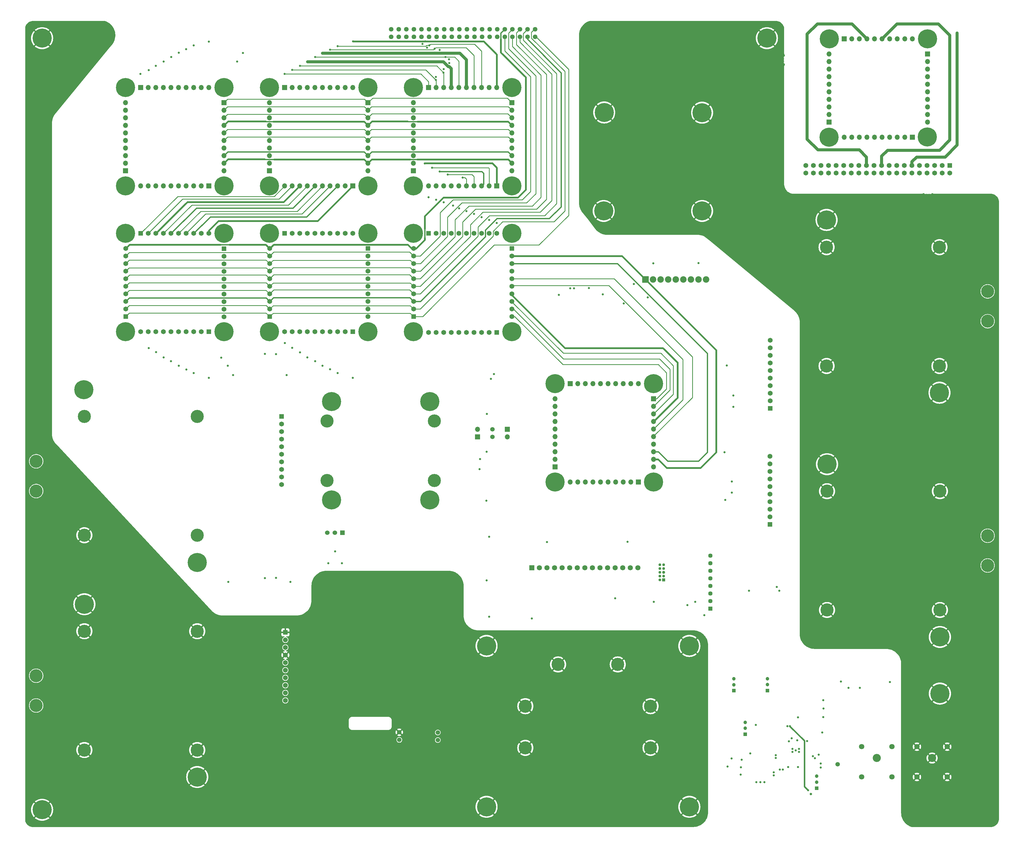
<source format=gbr>
%TF.GenerationSoftware,KiCad,Pcbnew,(7.0.0)*%
%TF.CreationDate,2023-04-25T15:07:38+02:00*%
%TF.ProjectId,EGSE,45475345-2e6b-4696-9361-645f70636258,rev?*%
%TF.SameCoordinates,Original*%
%TF.FileFunction,Copper,L5,Inr*%
%TF.FilePolarity,Positive*%
%FSLAX46Y46*%
G04 Gerber Fmt 4.6, Leading zero omitted, Abs format (unit mm)*
G04 Created by KiCad (PCBNEW (7.0.0)) date 2023-04-25 15:07:38*
%MOMM*%
%LPD*%
G01*
G04 APERTURE LIST*
%TA.AperFunction,ComponentPad*%
%ADD10R,1.000000X1.000000*%
%TD*%
%TA.AperFunction,ComponentPad*%
%ADD11C,0.940000*%
%TD*%
%TA.AperFunction,ComponentPad*%
%ADD12C,1.000000*%
%TD*%
%TA.AperFunction,ComponentPad*%
%ADD13C,1.803400*%
%TD*%
%TA.AperFunction,ComponentPad*%
%ADD14C,2.717800*%
%TD*%
%TA.AperFunction,ComponentPad*%
%ADD15R,1.700000X1.700000*%
%TD*%
%TA.AperFunction,ComponentPad*%
%ADD16O,1.700000X1.700000*%
%TD*%
%TA.AperFunction,ComponentPad*%
%ADD17C,4.400000*%
%TD*%
%TA.AperFunction,ComponentPad*%
%ADD18R,2.175000X2.175000*%
%TD*%
%TA.AperFunction,ComponentPad*%
%ADD19C,2.175000*%
%TD*%
%TA.AperFunction,ComponentPad*%
%ADD20C,6.400000*%
%TD*%
%TA.AperFunction,ComponentPad*%
%ADD21R,1.650000X1.650000*%
%TD*%
%TA.AperFunction,ComponentPad*%
%ADD22C,1.650000*%
%TD*%
%TA.AperFunction,ComponentPad*%
%ADD23R,1.200000X1.200000*%
%TD*%
%TA.AperFunction,ComponentPad*%
%ADD24C,1.200000*%
%TD*%
%TA.AperFunction,ComponentPad*%
%ADD25C,1.500000*%
%TD*%
%TA.AperFunction,ComponentPad*%
%ADD26R,1.447800X1.447800*%
%TD*%
%TA.AperFunction,ComponentPad*%
%ADD27C,1.447800*%
%TD*%
%TA.AperFunction,ComponentPad*%
%ADD28C,1.501000*%
%TD*%
%TA.AperFunction,ComponentPad*%
%ADD29C,1.550000*%
%TD*%
%TA.AperFunction,ComponentPad*%
%ADD30R,1.530000X1.530000*%
%TD*%
%TA.AperFunction,ComponentPad*%
%ADD31C,1.530000*%
%TD*%
%TA.AperFunction,ComponentPad*%
%ADD32R,1.725000X1.725000*%
%TD*%
%TA.AperFunction,ComponentPad*%
%ADD33C,1.725000*%
%TD*%
%TA.AperFunction,ViaPad*%
%ADD34C,0.700000*%
%TD*%
%TA.AperFunction,ViaPad*%
%ADD35C,0.800000*%
%TD*%
%TA.AperFunction,Conductor*%
%ADD36C,0.250000*%
%TD*%
%TA.AperFunction,Conductor*%
%ADD37C,0.400000*%
%TD*%
%TA.AperFunction,Conductor*%
%ADD38C,1.000000*%
%TD*%
%TA.AperFunction,Conductor*%
%ADD39C,0.600000*%
%TD*%
%TA.AperFunction,Conductor*%
%ADD40C,0.500000*%
%TD*%
G04 APERTURE END LIST*
D10*
%TO.N,VCC*%
%TO.C,J25*%
X347336750Y-240794599D03*
D11*
%TO.N,SWDIO*%
X346066751Y-240794600D03*
%TO.N,GND*%
X347336751Y-239524600D03*
%TO.N,SWCLK*%
X346066751Y-239524600D03*
D12*
%TO.N,GND*%
X347336751Y-238254600D03*
D11*
%TO.N,/SWO*%
X346066751Y-238254600D03*
%TO.N,unconnected-(J25-Pad7)*%
X347336751Y-236984600D03*
%TO.N,unconnected-(J25-Pad8)*%
X346066751Y-236984600D03*
%TO.N,unconnected-(J25-Pad9)*%
X347336751Y-235714600D03*
%TO.N,NRST*%
X346066751Y-235714600D03*
%TD*%
D13*
%TO.N,GND*%
%TO.C,J55*%
X432300000Y-306986800D03*
X432300000Y-296826800D03*
X442460000Y-296826800D03*
X442460000Y-306986800D03*
D14*
X437380000Y-300636800D03*
%TD*%
D15*
%TO.N,SDA1*%
%TO.C,J11*%
X268579999Y-75564999D03*
D16*
%TO.N,SCL1*%
X271119999Y-75564999D03*
%TO.N,UART_RX*%
X273659999Y-75564999D03*
%TO.N,KILLSWITCH+*%
X276199999Y-75564999D03*
%TO.N,PFO*%
X278739999Y-75564999D03*
%TO.N,BATT-*%
X281279999Y-75564999D03*
%TO.N,NC*%
X283819999Y-75564999D03*
%TO.N,UART_TX*%
X286359999Y-75564999D03*
%TO.N,GND*%
X288899999Y-75564999D03*
%TO.N,3V3_PERM*%
X291439999Y-75564999D03*
%TD*%
D17*
%TO.N,GND*%
%TO.C,H21*%
X402154000Y-250942000D03*
%TD*%
D18*
%TO.N,BURNCOMMS*%
%TO.C,J62*%
X341299999Y-139999999D03*
D19*
%TO.N,/PHT6*%
X343840000Y-140000000D03*
%TO.N,GND*%
X346380000Y-140000000D03*
%TO.N,SCL3*%
X348920000Y-140000000D03*
%TO.N,SDA3*%
X351460000Y-140000000D03*
%TO.N,3V3_PERM*%
X354000000Y-140000000D03*
%TO.N,GND*%
X356540000Y-140000000D03*
X359080000Y-140000000D03*
%TO.N,SOLAR_Y*%
X361620000Y-140000000D03*
%TD*%
D20*
%TO.N,GND*%
%TO.C,H42*%
X296520000Y-124521367D03*
%TD*%
D17*
%TO.N,GND*%
%TO.C,H63*%
X270516234Y-187500000D03*
%TD*%
%TO.N,GND*%
%TO.C,H65*%
X270516234Y-207500000D03*
%TD*%
D21*
%TO.N,CHRG*%
%TO.C,J14*%
X220319999Y-124521366D03*
D22*
%TO.N,FAULT*%
X222860000Y-124521367D03*
%TO.N,VCC_UMBILICAL*%
X225400000Y-124521367D03*
%TO.N,SEL_PH0*%
X227940000Y-124521367D03*
%TO.N,P{slash}L_POWER*%
X230480000Y-124521367D03*
%TO.N,ADC_PH*%
X233020000Y-124521367D03*
%TO.N,RST_DRIVERS*%
X235560000Y-124521367D03*
%TO.N,ADCS_POWER*%
X238100000Y-124521367D03*
%TO.N,STM32_PB0*%
X240640000Y-124521367D03*
%TO.N,SOLAR_Z*%
X243180000Y-124521367D03*
%TD*%
D15*
%TO.N,SOLAR_Z*%
%TO.C,J60*%
X430783999Y-92201999D03*
D16*
%TO.N,STM32_PB0*%
X428243999Y-92201999D03*
%TO.N,ADCS_POWER*%
X425703999Y-92201999D03*
%TO.N,RST_DRIVERS*%
X423163999Y-92201999D03*
%TO.N,ADC_PH*%
X420623999Y-92201999D03*
%TO.N,P{slash}L_POWER*%
X418083999Y-92201999D03*
%TO.N,SEL_PH0*%
X415543999Y-92201999D03*
%TO.N,VCC_UMBILICAL*%
X413003999Y-92201999D03*
%TO.N,FAULT*%
X410463999Y-92201999D03*
%TO.N,CHRG*%
X407923999Y-92201999D03*
%TD*%
D20*
%TO.N,GND*%
%TO.C,H16*%
X435809040Y-92133246D03*
%TD*%
D15*
%TO.N,STM32_PA15*%
%TO.C,J12*%
X296519999Y-80644999D03*
D16*
%TO.N,STM32_PB3*%
X296519999Y-83184999D03*
%TO.N,BATT_NTC*%
X296519999Y-85724999D03*
%TO.N,SOLAR_Y*%
X296519999Y-88264999D03*
%TO.N,SEL_PH2*%
X296519999Y-90804999D03*
%TO.N,SEL_PH1*%
X296519999Y-93344999D03*
%TO.N,GND*%
X296519999Y-95884999D03*
%TO.N,HEATER_PWR*%
X296519999Y-98424999D03*
%TO.N,BURNCOMMS*%
X296519999Y-100964999D03*
%TO.N,GND*%
X296519999Y-103504999D03*
%TD*%
D21*
%TO.N,GND*%
%TO.C,J18*%
X199999999Y-129667160D03*
D22*
%TO.N,BURNCOMMS*%
X200000000Y-132207161D03*
%TO.N,HEATER_PWR*%
X200000000Y-134747161D03*
%TO.N,GND*%
X200000000Y-137287161D03*
%TO.N,SEL_PH1*%
X200000000Y-139827161D03*
%TO.N,SEL_PH2*%
X200000000Y-142367161D03*
%TO.N,SOLAR_Y*%
X200000000Y-144907161D03*
%TO.N,BATT_NTC*%
X200000000Y-147447161D03*
%TO.N,STM32_PB3*%
X200000000Y-149987161D03*
%TO.N,STM32_PA15*%
X200000000Y-152527161D03*
%TD*%
D21*
%TO.N,GND*%
%TO.C,J23*%
X296512876Y-129578911D03*
D22*
%TO.N,BURNCOMMS*%
X296512877Y-132118912D03*
%TO.N,HEATER_PWR*%
X296512877Y-134658912D03*
%TO.N,GND*%
X296512877Y-137198912D03*
%TO.N,SEL_PH1*%
X296512877Y-139738912D03*
%TO.N,SEL_PH2*%
X296512877Y-142278912D03*
%TO.N,SOLAR_Y*%
X296512877Y-144818912D03*
%TO.N,BATT_NTC*%
X296512877Y-147358912D03*
%TO.N,STM32_PB3*%
X296512877Y-149898912D03*
%TO.N,STM32_PA15*%
X296512877Y-152438912D03*
%TD*%
D23*
%TO.N,/3V3_EGSE*%
%TO.C,J69*%
X370876101Y-278016877D03*
D24*
%TO.N,3V3_PERM*%
X370876102Y-276016878D03*
%TO.N,unconnected-(J69-Pad3)*%
X370876102Y-274016878D03*
%TD*%
D21*
%TO.N,GND*%
%TO.C,J43*%
X382999999Y-222239999D03*
D22*
%TO.N,BURNCOMMS*%
X383000000Y-219700000D03*
%TO.N,/PHT2*%
X383000000Y-217160000D03*
%TO.N,GND*%
X383000000Y-214620000D03*
%TO.N,SCL3*%
X383000000Y-212080000D03*
%TO.N,SDA3*%
X383000000Y-209540000D03*
%TO.N,3V3_PERM*%
X383000000Y-207000000D03*
%TO.N,/VCC_MAG*%
X383000000Y-204460000D03*
%TO.N,/MAG+X*%
X383000000Y-201920000D03*
%TO.N,SOLAR_X*%
X383000000Y-199380000D03*
%TD*%
D23*
%TO.N,/3V3_EGSE*%
%TO.C,J70*%
X382206328Y-277999999D03*
D24*
%TO.N,VCC_UMBILICAL*%
X382206329Y-276000000D03*
%TO.N,unconnected-(J70-Pad3)*%
X382206329Y-274000000D03*
%TD*%
D21*
%TO.N,GND*%
%TO.C,J16*%
X248259999Y-129601366D03*
D22*
%TO.N,BURNCOMMS*%
X248260000Y-132141367D03*
%TO.N,HEATER_PWR*%
X248260000Y-134681367D03*
%TO.N,GND*%
X248260000Y-137221367D03*
%TO.N,SEL_PH1*%
X248260000Y-139761367D03*
%TO.N,SEL_PH2*%
X248260000Y-142301367D03*
%TO.N,SOLAR_Y*%
X248260000Y-144841367D03*
%TO.N,BATT_NTC*%
X248260000Y-147381367D03*
%TO.N,STM32_PB3*%
X248260000Y-149921367D03*
%TO.N,STM32_PA15*%
X248260000Y-152461367D03*
%TD*%
D20*
%TO.N,GND*%
%TO.C,H73*%
X402000000Y-120000000D03*
%TD*%
D15*
%TO.N,SDA1*%
%TO.C,J7*%
X220319999Y-75564999D03*
D16*
%TO.N,SCL1*%
X222859999Y-75564999D03*
%TO.N,UART_RX*%
X225399999Y-75564999D03*
%TO.N,KILLSWITCH+*%
X227939999Y-75564999D03*
%TO.N,PFO*%
X230479999Y-75564999D03*
%TO.N,BATT-*%
X233019999Y-75564999D03*
%TO.N,NC*%
X235559999Y-75564999D03*
%TO.N,UART_TX*%
X238099999Y-75564999D03*
%TO.N,GND*%
X240639999Y-75564999D03*
%TO.N,3V3_PERM*%
X243179999Y-75564999D03*
%TD*%
D15*
%TO.N,SOLAR_X*%
%TO.C,J2*%
X166979999Y-103504999D03*
D16*
%TO.N,CHRGOFF*%
X166979999Y-100964999D03*
%TO.N,CLPROG*%
X166979999Y-98424999D03*
%TO.N,SDA3*%
X166979999Y-95884999D03*
%TO.N,NRST*%
X166979999Y-93344999D03*
%TO.N,SWDIO*%
X166979999Y-90804999D03*
%TO.N,SWCLK*%
X166979999Y-88264999D03*
%TO.N,DAC_PL*%
X166979999Y-85724999D03*
%TO.N,ADC_PL*%
X166979999Y-83184999D03*
%TO.N,SCL3*%
X166979999Y-80644999D03*
%TD*%
D21*
%TO.N,SCL3*%
%TO.C,J26*%
X263522881Y-152434356D03*
D22*
%TO.N,ADC_PL*%
X263522882Y-149894357D03*
%TO.N,DAC_PL*%
X263522882Y-147354357D03*
%TO.N,SWCLK*%
X263522882Y-144814357D03*
%TO.N,SWDIO*%
X263522882Y-142274357D03*
%TO.N,NRST*%
X263522882Y-139734357D03*
%TO.N,SDA3*%
X263522882Y-137194357D03*
%TO.N,CLPROG*%
X263522882Y-134654357D03*
%TO.N,CHRGOFF*%
X263522882Y-132114357D03*
%TO.N,SOLAR_X*%
X263522882Y-129574357D03*
%TD*%
D17*
%TO.N,GND*%
%TO.C,H53*%
X301000000Y-297220000D03*
%TD*%
D20*
%TO.N,GND*%
%TO.C,H5*%
X215240000Y-75565000D03*
%TD*%
%TO.N,GND*%
%TO.C,H81*%
X139000000Y-318000000D03*
%TD*%
D17*
%TO.N,GND*%
%TO.C,H27*%
X153139939Y-225842682D03*
%TD*%
D15*
%TO.N,SOLAR_Z*%
%TO.C,J10*%
X291439999Y-108584999D03*
D16*
%TO.N,STM32_PB0*%
X288899999Y-108584999D03*
%TO.N,ADCS_POWER*%
X286359999Y-108584999D03*
%TO.N,RST_DRIVERS*%
X283819999Y-108584999D03*
%TO.N,ADC_PH*%
X281279999Y-108584999D03*
%TO.N,P{slash}L_POWER*%
X278739999Y-108584999D03*
%TO.N,SEL_PH0*%
X276199999Y-108584999D03*
%TO.N,VCC_UMBILICAL*%
X273659999Y-108584999D03*
%TO.N,FAULT*%
X271119999Y-108584999D03*
%TO.N,CHRG*%
X268579999Y-108584999D03*
%TD*%
D20*
%TO.N,GND*%
%TO.C,H33*%
X166980000Y-124521367D03*
%TD*%
%TO.N,GND*%
%TO.C,H56*%
X269016234Y-181000000D03*
%TD*%
D17*
%TO.N,GND*%
%TO.C,H64*%
X234516234Y-207500000D03*
%TD*%
D21*
%TO.N,GND*%
%TO.C,J44*%
X383134987Y-183291773D03*
D22*
%TO.N,BURNCOMMS*%
X383134988Y-180751774D03*
%TO.N,/PHT3*%
X383134988Y-178211774D03*
%TO.N,GND*%
X383134988Y-175671774D03*
%TO.N,SCL3*%
X383134988Y-173131774D03*
%TO.N,SDA3*%
X383134988Y-170591774D03*
%TO.N,3V3_PERM*%
X383134988Y-168051774D03*
%TO.N,/VCC_MAG*%
X383134988Y-165511774D03*
%TO.N,/MAG-Z*%
X383134988Y-162971774D03*
%TO.N,SOLAR_Z*%
X383134988Y-160431774D03*
%TD*%
D20*
%TO.N,GND*%
%TO.C,H37*%
X215240000Y-124521367D03*
%TD*%
%TO.N,GND*%
%TO.C,H40*%
X248260000Y-124521367D03*
%TD*%
D15*
%TO.N,SOLAR_X*%
%TO.C,J29*%
X402843999Y-87121999D03*
D16*
%TO.N,CHRGOFF*%
X402843999Y-84581999D03*
%TO.N,CLPROG*%
X402843999Y-82041999D03*
%TO.N,SDA3*%
X402843999Y-79501999D03*
%TO.N,NRST*%
X402843999Y-76961999D03*
%TO.N,SWDIO*%
X402843999Y-74421999D03*
%TO.N,SWCLK*%
X402843999Y-71881999D03*
%TO.N,DAC_PL*%
X402843999Y-69341999D03*
%TO.N,ADC_PL*%
X402843999Y-66801999D03*
%TO.N,SCL3*%
X402843999Y-64261999D03*
%TD*%
D25*
%TO.N,/VIN*%
%TO.C,J72*%
X405750000Y-302750000D03*
%TD*%
D17*
%TO.N,GND*%
%TO.C,H31*%
X153167000Y-297936000D03*
%TD*%
D21*
%TO.N,GND*%
%TO.C,J45*%
X219281236Y-185974854D03*
D22*
%TO.N,BURNCOMMS*%
X219281237Y-188514855D03*
%TO.N,/PHT4*%
X219281237Y-191054855D03*
%TO.N,GND*%
X219281237Y-193594855D03*
%TO.N,SCL3*%
X219281237Y-196134855D03*
%TO.N,SDA3*%
X219281237Y-198674855D03*
%TO.N,3V3_PERM*%
X219281237Y-201214855D03*
%TO.N,/VCC_MAG*%
X219281237Y-203754855D03*
%TO.N,/MAG+Z*%
X219281237Y-206294855D03*
%TO.N,SOLAR_Z*%
X219281237Y-208834855D03*
%TD*%
D15*
%TO.N,SOLAR_X*%
%TO.C,J30*%
X310979999Y-202889999D03*
D16*
%TO.N,CHRGOFF*%
X310979999Y-200349999D03*
%TO.N,CLPROG*%
X310979999Y-197809999D03*
%TO.N,SDA3*%
X310979999Y-195269999D03*
%TO.N,NRST*%
X310979999Y-192729999D03*
%TO.N,SWDIO*%
X310979999Y-190189999D03*
%TO.N,SWCLK*%
X310979999Y-187649999D03*
%TO.N,DAC_PL*%
X310979999Y-185109999D03*
%TO.N,ADC_PL*%
X310979999Y-182569999D03*
%TO.N,SCL3*%
X310979999Y-180029999D03*
%TD*%
D20*
%TO.N,GND*%
%TO.C,H15*%
X402848433Y-92235289D03*
%TD*%
D21*
%TO.N,3V3_PERM*%
%TO.C,J15*%
X243179999Y-157541366D03*
D22*
%TO.N,GND*%
X240640000Y-157541367D03*
%TO.N,UART_TX*%
X238100000Y-157541367D03*
%TO.N,NC*%
X235560000Y-157541367D03*
%TO.N,BATT-*%
X233020000Y-157541367D03*
%TO.N,PFO*%
X230480000Y-157541367D03*
%TO.N,KILLSWITCH+*%
X227940000Y-157541367D03*
%TO.N,UART_RX*%
X225400000Y-157541367D03*
%TO.N,SCL1*%
X222860000Y-157541367D03*
%TO.N,SDA1*%
X220320000Y-157541367D03*
%TD*%
D21*
%TO.N,GND*%
%TO.C,J24*%
X220552705Y-258435351D03*
D22*
%TO.N,BURNCOMMS*%
X220552706Y-260975352D03*
%TO.N,/PHT1*%
X220552706Y-263515352D03*
%TO.N,GND*%
X220552706Y-266055352D03*
%TO.N,SCL3*%
X220552706Y-268595352D03*
%TO.N,SDA3*%
X220552706Y-271135352D03*
%TO.N,3V3_PERM*%
X220552706Y-273675352D03*
%TO.N,/VCC_MAG*%
X220552706Y-276215352D03*
%TO.N,/MAG-X*%
X220552706Y-278755352D03*
%TO.N,SOLAR_X*%
X220552706Y-281295352D03*
%TD*%
D17*
%TO.N,GND*%
%TO.C,H55*%
X343000000Y-297220000D03*
%TD*%
D20*
%TO.N,GND*%
%TO.C,H61*%
X344000000Y-208000000D03*
%TD*%
%TO.N,GND*%
%TO.C,H36*%
X166980000Y-157541367D03*
%TD*%
D17*
%TO.N,N/C*%
%TO.C,*%
X456000000Y-236000000D03*
%TD*%
%TO.N,N/C*%
%TO.C,*%
X456000000Y-144000000D03*
%TD*%
D15*
%TO.N,STM32_PA15*%
%TO.C,J4*%
X199999999Y-80644999D03*
D16*
%TO.N,STM32_PB3*%
X199999999Y-83184999D03*
%TO.N,BATT_NTC*%
X199999999Y-85724999D03*
%TO.N,SOLAR_Y*%
X199999999Y-88264999D03*
%TO.N,SEL_PH2*%
X199999999Y-90804999D03*
%TO.N,SEL_PH1*%
X199999999Y-93344999D03*
%TO.N,GND*%
X199999999Y-95884999D03*
%TO.N,HEATER_PWR*%
X199999999Y-98424999D03*
%TO.N,BURNCOMMS*%
X199999999Y-100964999D03*
%TO.N,GND*%
X199999999Y-103504999D03*
%TD*%
D20*
%TO.N,GND*%
%TO.C,H77*%
X356000000Y-263000000D03*
%TD*%
%TO.N,GND*%
%TO.C,H67*%
X153154000Y-249000000D03*
%TD*%
D15*
%TO.N,SOLAR_X*%
%TO.C,J5*%
X215239999Y-103504999D03*
D16*
%TO.N,CHRGOFF*%
X215239999Y-100964999D03*
%TO.N,CLPROG*%
X215239999Y-98424999D03*
%TO.N,SDA3*%
X215239999Y-95884999D03*
%TO.N,NRST*%
X215239999Y-93344999D03*
%TO.N,SWDIO*%
X215239999Y-90804999D03*
%TO.N,SWCLK*%
X215239999Y-88264999D03*
%TO.N,DAC_PL*%
X215239999Y-85724999D03*
%TO.N,ADC_PL*%
X215239999Y-83184999D03*
%TO.N,SCL3*%
X215239999Y-80644999D03*
%TD*%
D17*
%TO.N,GND*%
%TO.C,H25*%
X190985939Y-185964682D03*
%TD*%
D15*
%TO.N,/VCC_MAG*%
%TO.C,J57*%
X294981087Y-190294287D03*
D16*
%TO.N,/MAG+Y*%
X294981087Y-192834287D03*
%TD*%
D17*
%TO.N,GND*%
%TO.C,H51*%
X332000000Y-269220000D03*
%TD*%
D20*
%TO.N,GND*%
%TO.C,H2*%
X200000000Y-75565000D03*
%TD*%
D15*
%TO.N,SDA1*%
%TO.C,J32*%
X316089999Y-174979999D03*
D16*
%TO.N,SCL1*%
X318629999Y-174979999D03*
%TO.N,UART_RX*%
X321169999Y-174979999D03*
%TO.N,KILLSWITCH+*%
X323709999Y-174979999D03*
%TO.N,PFO*%
X326249999Y-174979999D03*
%TO.N,BATT-*%
X328789999Y-174979999D03*
%TO.N,NC*%
X331329999Y-174979999D03*
%TO.N,UART_TX*%
X333869999Y-174979999D03*
%TO.N,GND*%
X336409999Y-174979999D03*
%TO.N,3V3_PERM*%
X338949999Y-174979999D03*
%TD*%
D20*
%TO.N,GND*%
%TO.C,H62*%
X310980000Y-174980000D03*
%TD*%
D17*
%TO.N,GND*%
%TO.C,H20*%
X439860061Y-129157318D03*
%TD*%
D15*
%TO.N,SOLAR_Z*%
%TO.C,J6*%
X243179999Y-108584999D03*
D16*
%TO.N,STM32_PB0*%
X240639999Y-108584999D03*
%TO.N,ADCS_POWER*%
X238099999Y-108584999D03*
%TO.N,RST_DRIVERS*%
X235559999Y-108584999D03*
%TO.N,ADC_PH*%
X233019999Y-108584999D03*
%TO.N,P{slash}L_POWER*%
X230479999Y-108584999D03*
%TO.N,SEL_PH0*%
X227939999Y-108584999D03*
%TO.N,VCC_UMBILICAL*%
X225399999Y-108584999D03*
%TO.N,FAULT*%
X222859999Y-108584999D03*
%TO.N,CHRG*%
X220319999Y-108584999D03*
%TD*%
D23*
%TO.N,Net-(Q2-D)*%
%TO.C,J71*%
X398671704Y-310739500D03*
D24*
%TO.N,/VIN*%
X398671705Y-308739501D03*
%TO.N,unconnected-(J71-Pad3)*%
X398671705Y-306739501D03*
%TD*%
D26*
%TO.N,GND*%
%TO.C,J42*%
X363034630Y-250465722D03*
D27*
%TO.N,BATT-*%
X363034631Y-247925723D03*
%TO.N,BATT+*%
X363034631Y-245385723D03*
%TO.N,NRST*%
X363034631Y-242845723D03*
%TO.N,/SWO*%
X363034631Y-240305723D03*
%TO.N,SWCLK*%
X363034631Y-237765723D03*
%TO.N,SWDIO*%
X363034631Y-235225723D03*
%TO.N,/VCC_Umbilical*%
X363034631Y-232685723D03*
%TD*%
D21*
%TO.N,SCL3*%
%TO.C,J13*%
X215282457Y-152472107D03*
D22*
%TO.N,ADC_PL*%
X215282458Y-149932108D03*
%TO.N,DAC_PL*%
X215282458Y-147392108D03*
%TO.N,SWCLK*%
X215282458Y-144852108D03*
%TO.N,SWDIO*%
X215282458Y-142312108D03*
%TO.N,NRST*%
X215282458Y-139772108D03*
%TO.N,SDA3*%
X215282458Y-137232108D03*
%TO.N,CLPROG*%
X215282458Y-134692108D03*
%TO.N,CHRGOFF*%
X215282458Y-132152108D03*
%TO.N,SOLAR_X*%
X215282458Y-129612108D03*
%TD*%
D20*
%TO.N,GND*%
%TO.C,H69*%
X344000000Y-174980000D03*
%TD*%
D15*
%TO.N,STM32_PA15*%
%TO.C,J61*%
X435863999Y-64261999D03*
D16*
%TO.N,STM32_PB3*%
X435863999Y-66801999D03*
%TO.N,BATT_NTC*%
X435863999Y-69341999D03*
%TO.N,SOLAR_Y*%
X435863999Y-71881999D03*
%TO.N,SEL_PH2*%
X435863999Y-74421999D03*
%TO.N,SEL_PH1*%
X435863999Y-76961999D03*
%TO.N,GND*%
X435863999Y-79501999D03*
%TO.N,HEATER_PWR*%
X435863999Y-82041999D03*
%TO.N,BURNCOMMS*%
X435863999Y-84581999D03*
%TO.N,GND*%
X435863999Y-87121999D03*
%TD*%
D20*
%TO.N,GND*%
%TO.C,H11*%
X263500000Y-108585000D03*
%TD*%
D17*
%TO.N,N/C*%
%TO.C,*%
X137000000Y-201000000D03*
%TD*%
D20*
%TO.N,GND*%
%TO.C,H9*%
X263500000Y-75565000D03*
%TD*%
D23*
%TO.N,Net-(U1-BAT)*%
%TO.C,J68*%
X374727101Y-292644877D03*
D24*
%TO.N,BATT+*%
X374727102Y-290644878D03*
%TO.N,unconnected-(J68-Pad3)*%
X374727102Y-288644878D03*
%TD*%
D20*
%TO.N,GND*%
%TO.C,H41*%
X263500000Y-124521367D03*
%TD*%
%TO.N,GND*%
%TO.C,H12*%
X296520000Y-108585000D03*
%TD*%
D17*
%TO.N,GND*%
%TO.C,H50*%
X301000000Y-283220000D03*
%TD*%
D20*
%TO.N,GND*%
%TO.C,H48*%
X327273603Y-117000000D03*
%TD*%
%TO.N,GND*%
%TO.C,H44*%
X263500000Y-157541367D03*
%TD*%
%TO.N,GND*%
%TO.C,H1*%
X166980000Y-75565000D03*
%TD*%
D15*
%TO.N,SDA1*%
%TO.C,J1*%
X172059999Y-75564999D03*
D16*
%TO.N,SCL1*%
X174599999Y-75564999D03*
%TO.N,UART_RX*%
X177139999Y-75564999D03*
%TO.N,KILLSWITCH+*%
X179679999Y-75564999D03*
%TO.N,PFO*%
X182219999Y-75564999D03*
%TO.N,BATT-*%
X184759999Y-75564999D03*
%TO.N,NC*%
X187299999Y-75564999D03*
%TO.N,UART_TX*%
X189839999Y-75564999D03*
%TO.N,GND*%
X192379999Y-75564999D03*
%TO.N,3V3_PERM*%
X194919999Y-75564999D03*
%TD*%
D20*
%TO.N,GND*%
%TO.C,H82*%
X440000000Y-279000000D03*
%TD*%
D15*
%TO.N,STM32_PA15*%
%TO.C,J33*%
X343999999Y-180059999D03*
D16*
%TO.N,STM32_PB3*%
X343999999Y-182599999D03*
%TO.N,BATT_NTC*%
X343999999Y-185139999D03*
%TO.N,SOLAR_Y*%
X343999999Y-187679999D03*
%TO.N,SEL_PH2*%
X343999999Y-190219999D03*
%TO.N,SEL_PH1*%
X343999999Y-192759999D03*
%TO.N,GND*%
X343999999Y-195299999D03*
%TO.N,HEATER_PWR*%
X343999999Y-197839999D03*
%TO.N,BURNCOMMS*%
X343999999Y-200379999D03*
%TO.N,GND*%
X343999999Y-202919999D03*
%TD*%
D20*
%TO.N,GND*%
%TO.C,H7*%
X248260000Y-75565000D03*
%TD*%
D15*
%TO.N,/VCC_MAG*%
%TO.C,J56*%
X284977999Y-192837783D03*
D16*
%TO.N,/MAG+Y*%
X284977999Y-190297783D03*
%TD*%
D17*
%TO.N,GND*%
%TO.C,H19*%
X439860061Y-169035318D03*
%TD*%
D20*
%TO.N,GND*%
%TO.C,H10*%
X296520000Y-75565000D03*
%TD*%
D21*
%TO.N,STM32_PB3*%
%TO.C,J67*%
X443344722Y-101737213D03*
D22*
%TO.N,STM32_PA15*%
X443344723Y-104277214D03*
%TO.N,SOLAR_Y*%
X440804723Y-101737214D03*
%TO.N,BATT_NTC*%
X440804723Y-104277214D03*
%TO.N,SEL_PH1*%
X438264723Y-101737214D03*
%TO.N,SEL_PH2*%
X438264723Y-104277214D03*
%TO.N,HEATER_PWR*%
X435724723Y-101737214D03*
%TO.N,GND*%
X435724723Y-104277214D03*
X433184723Y-101737214D03*
%TO.N,BURNCOMMS*%
X433184723Y-104277214D03*
%TO.N,3V3_PERM*%
X430644723Y-101737214D03*
%TO.N,SOLAR_Z*%
X430644723Y-104277214D03*
%TO.N,GND*%
X428104723Y-101737214D03*
%TO.N,STM32_PB0*%
X428104723Y-104277214D03*
%TO.N,UART_TX*%
X425564723Y-101737214D03*
%TO.N,ADCS_POWER*%
X425564723Y-104277214D03*
%TO.N,NC*%
X423024723Y-101737214D03*
%TO.N,RST_DRIVERS*%
X423024723Y-104277214D03*
%TO.N,BATT-*%
X420484723Y-101737214D03*
%TO.N,ADC_PH*%
X420484723Y-104277214D03*
%TO.N,PFO*%
X417944723Y-101737214D03*
%TO.N,P{slash}L_POWER*%
X417944723Y-104277214D03*
%TO.N,KILLSWITCH+*%
X415404723Y-101737214D03*
%TO.N,SEL_PH0*%
X415404723Y-104277214D03*
%TO.N,UART_RX*%
X412864723Y-101737214D03*
%TO.N,VCC_UMBILICAL*%
X412864723Y-104277214D03*
%TO.N,SCL1*%
X410324723Y-101737214D03*
%TO.N,FAULT*%
X410324723Y-104277214D03*
%TO.N,SDA1*%
X407784723Y-101737214D03*
%TO.N,CHRG*%
X407784723Y-104277214D03*
%TO.N,SOLAR_X*%
X405244723Y-101737214D03*
%TO.N,CHRGOFF*%
X405244723Y-104277214D03*
%TO.N,CLPROG*%
X402704723Y-101737214D03*
%TO.N,SDA3*%
X402704723Y-104277214D03*
%TO.N,NRST*%
X400164723Y-101737214D03*
%TO.N,SWDIO*%
X400164723Y-104277214D03*
%TO.N,SWCLK*%
X397624723Y-101737214D03*
%TO.N,DAC_PL*%
X397624723Y-104277214D03*
%TO.N,ADC_PL*%
X395084723Y-101737214D03*
%TO.N,SCL3*%
X395084723Y-104277214D03*
%TD*%
D20*
%TO.N,GND*%
%TO.C,H60*%
X191000000Y-235000000D03*
%TD*%
%TO.N,GND*%
%TO.C,H8*%
X248260000Y-108585000D03*
%TD*%
%TO.N,GND*%
%TO.C,H71*%
X402154000Y-202000000D03*
%TD*%
%TO.N,GND*%
%TO.C,H59*%
X153000000Y-177000000D03*
%TD*%
D17*
%TO.N,N/C*%
%TO.C,*%
X456000000Y-226000000D03*
%TD*%
D21*
%TO.N,CHRG*%
%TO.C,J21*%
X268579999Y-124521366D03*
D22*
%TO.N,FAULT*%
X271120000Y-124521367D03*
%TO.N,VCC_UMBILICAL*%
X273660000Y-124521367D03*
%TO.N,SEL_PH0*%
X276200000Y-124521367D03*
%TO.N,P{slash}L_POWER*%
X278740000Y-124521367D03*
%TO.N,ADC_PH*%
X281280000Y-124521367D03*
%TO.N,RST_DRIVERS*%
X283820000Y-124521367D03*
%TO.N,ADCS_POWER*%
X286360000Y-124521367D03*
%TO.N,STM32_PB0*%
X288900000Y-124521367D03*
%TO.N,SOLAR_Z*%
X291440000Y-124521367D03*
%TD*%
D28*
%TO.N,GND*%
%TO.C,J73*%
X258750000Y-291980000D03*
%TO.N,BATT-*%
X258750000Y-294520000D03*
%TD*%
D17*
%TO.N,GND*%
%TO.C,H30*%
X191013000Y-258058000D03*
%TD*%
D20*
%TO.N,GND*%
%TO.C,H76*%
X288000000Y-317000000D03*
%TD*%
D28*
%TO.N,/VCC_MAG*%
%TO.C,J66*%
X289951596Y-192840456D03*
%TO.N,/MAG+Y*%
X289951596Y-190300456D03*
%TD*%
D17*
%TO.N,GND*%
%TO.C,H28*%
X190985939Y-225842682D03*
%TD*%
%TO.N,GND*%
%TO.C,H22*%
X440000000Y-250942000D03*
%TD*%
D15*
%TO.N,SOLAR_X*%
%TO.C,J9*%
X263499999Y-103504999D03*
D16*
%TO.N,CHRGOFF*%
X263499999Y-100964999D03*
%TO.N,CLPROG*%
X263499999Y-98424999D03*
%TO.N,SDA3*%
X263499999Y-95884999D03*
%TO.N,NRST*%
X263499999Y-93344999D03*
%TO.N,SWDIO*%
X263499999Y-90804999D03*
%TO.N,SWCLK*%
X263499999Y-88264999D03*
%TO.N,DAC_PL*%
X263499999Y-85724999D03*
%TO.N,ADC_PL*%
X263499999Y-83184999D03*
%TO.N,SCL3*%
X263499999Y-80644999D03*
%TD*%
D17*
%TO.N,GND*%
%TO.C,H49*%
X312000000Y-269220000D03*
%TD*%
D15*
%TO.N,SDA1*%
%TO.C,J59*%
X407923999Y-59181999D03*
D16*
%TO.N,SCL1*%
X410463999Y-59181999D03*
%TO.N,UART_RX*%
X413003999Y-59181999D03*
%TO.N,KILLSWITCH+*%
X415543999Y-59181999D03*
%TO.N,PFO*%
X418083999Y-59181999D03*
%TO.N,BATT-*%
X420623999Y-59181999D03*
%TO.N,NC*%
X423163999Y-59181999D03*
%TO.N,UART_TX*%
X425703999Y-59181999D03*
%TO.N,GND*%
X428243999Y-59181999D03*
%TO.N,3V3_PERM*%
X430783999Y-59181999D03*
%TD*%
D20*
%TO.N,GND*%
%TO.C,H46*%
X360273603Y-117000000D03*
%TD*%
D17*
%TO.N,GND*%
%TO.C,H23*%
X440000000Y-211064000D03*
%TD*%
%TO.N,GND*%
%TO.C,H26*%
X153139939Y-185964682D03*
%TD*%
D20*
%TO.N,GND*%
%TO.C,H57*%
X269016234Y-214000000D03*
%TD*%
D17*
%TO.N,N/C*%
%TO.C,*%
X137000000Y-283000000D03*
%TD*%
D15*
%TO.N,SOLAR_Z*%
%TO.C,J3*%
X194919999Y-108584999D03*
D16*
%TO.N,STM32_PB0*%
X192379999Y-108584999D03*
%TO.N,ADCS_POWER*%
X189839999Y-108584999D03*
%TO.N,RST_DRIVERS*%
X187299999Y-108584999D03*
%TO.N,ADC_PH*%
X184759999Y-108584999D03*
%TO.N,P{slash}L_POWER*%
X182219999Y-108584999D03*
%TO.N,SEL_PH0*%
X179679999Y-108584999D03*
%TO.N,VCC_UMBILICAL*%
X177139999Y-108584999D03*
%TO.N,FAULT*%
X174599999Y-108584999D03*
%TO.N,CHRG*%
X172059999Y-108584999D03*
%TD*%
D17*
%TO.N,GND*%
%TO.C,H17*%
X402014061Y-169035318D03*
%TD*%
%TO.N,N/C*%
%TO.C,*%
X456000000Y-154000000D03*
%TD*%
D28*
%TO.N,BATT-*%
%TO.C,J64*%
X271659616Y-292055693D03*
%TO.N,BATT+*%
X271659616Y-294595693D03*
%TD*%
D29*
%TO.N,STM32_PB3*%
%TO.C,J58*%
X255980000Y-56000000D03*
%TO.N,STM32_PA15*%
X255980000Y-58540000D03*
%TO.N,SOLAR_Y*%
X258520000Y-56000000D03*
%TO.N,BATT_NTC*%
X258520000Y-58540000D03*
%TO.N,SEL_PH1*%
X261060000Y-56000000D03*
%TO.N,SEL_PH2*%
X261060000Y-58540000D03*
%TO.N,HEATER_PWR*%
X263600000Y-56000000D03*
%TO.N,GND*%
X263600000Y-58540000D03*
X266140000Y-56000000D03*
%TO.N,BURNCOMMS*%
X266140000Y-58540000D03*
%TO.N,3V3_PERM*%
X268680000Y-56000000D03*
%TO.N,SOLAR_Z*%
X268680000Y-58540000D03*
%TO.N,GND*%
X271220000Y-56000000D03*
%TO.N,STM32_PB0*%
X271220000Y-58540000D03*
%TO.N,UART_TX*%
X273760000Y-56000000D03*
%TO.N,ADCS_POWER*%
X273760000Y-58540000D03*
%TO.N,NC*%
X276300000Y-56000000D03*
%TO.N,RST_DRIVERS*%
X276300000Y-58540000D03*
%TO.N,BATT-*%
X278840000Y-56000000D03*
%TO.N,ADC_PH*%
X278840000Y-58540000D03*
%TO.N,PFO*%
X281380000Y-56000000D03*
%TO.N,P{slash}L_POWER*%
X281380000Y-58540000D03*
%TO.N,KILLSWITCH+*%
X283920000Y-56000000D03*
%TO.N,SEL_PH0*%
X283920000Y-58540000D03*
%TO.N,UART_RX*%
X286460000Y-56000000D03*
%TO.N,VCC_UMBILICAL*%
X286460000Y-58540000D03*
%TO.N,SCL1*%
X289000000Y-56000000D03*
%TO.N,FAULT*%
X289000000Y-58540000D03*
%TO.N,SDA1*%
X291540000Y-56000000D03*
%TO.N,CHRG*%
X291540000Y-58540000D03*
%TO.N,SOLAR_X*%
X294080000Y-56000000D03*
%TO.N,CHRGOFF*%
X294080000Y-58540000D03*
%TO.N,CLPROG*%
X296620000Y-56000000D03*
%TO.N,SDA3*%
X296620000Y-58540000D03*
%TO.N,NRST*%
X299160000Y-56000000D03*
%TO.N,SWDIO*%
X299160000Y-58540000D03*
%TO.N,SWCLK*%
X301700000Y-56000000D03*
%TO.N,DAC_PL*%
X301700000Y-58540000D03*
%TO.N,ADC_PL*%
X304240000Y-56000000D03*
%TO.N,SCL3*%
X304240000Y-58540000D03*
%TD*%
D20*
%TO.N,GND*%
%TO.C,H78*%
X356000000Y-317000000D03*
%TD*%
%TO.N,GND*%
%TO.C,H58*%
X236016234Y-214000000D03*
%TD*%
%TO.N,GND*%
%TO.C,H68*%
X310980000Y-208000000D03*
%TD*%
%TO.N,GND*%
%TO.C,H79*%
X382000000Y-59000000D03*
%TD*%
%TO.N,GND*%
%TO.C,H14*%
X435847758Y-59193309D03*
%TD*%
D17*
%TO.N,GND*%
%TO.C,H66*%
X234516234Y-187500000D03*
%TD*%
D20*
%TO.N,GND*%
%TO.C,H70*%
X191000000Y-307000000D03*
%TD*%
D17*
%TO.N,N/C*%
%TO.C,*%
X137000000Y-273000000D03*
%TD*%
%TO.N,GND*%
%TO.C,H24*%
X402154000Y-211064000D03*
%TD*%
D20*
%TO.N,GND*%
%TO.C,H45*%
X360273603Y-84000000D03*
%TD*%
%TO.N,GND*%
%TO.C,H52*%
X236016234Y-181000000D03*
%TD*%
D21*
%TO.N,3V3_PERM*%
%TO.C,J19*%
X194919999Y-157541366D03*
D22*
%TO.N,GND*%
X192380000Y-157541367D03*
%TO.N,UART_TX*%
X189840000Y-157541367D03*
%TO.N,NC*%
X187300000Y-157541367D03*
%TO.N,BATT-*%
X184760000Y-157541367D03*
%TO.N,PFO*%
X182220000Y-157541367D03*
%TO.N,KILLSWITCH+*%
X179680000Y-157541367D03*
%TO.N,UART_RX*%
X177140000Y-157541367D03*
%TO.N,SCL1*%
X174600000Y-157541367D03*
%TO.N,SDA1*%
X172060000Y-157541367D03*
%TD*%
D20*
%TO.N,GND*%
%TO.C,H47*%
X327446103Y-83928900D03*
%TD*%
D17*
%TO.N,GND*%
%TO.C,H54*%
X343000000Y-283220000D03*
%TD*%
D20*
%TO.N,GND*%
%TO.C,H80*%
X139000000Y-59000000D03*
%TD*%
%TO.N,GND*%
%TO.C,H38*%
X215240000Y-157541367D03*
%TD*%
%TO.N,GND*%
%TO.C,H35*%
X200000000Y-157541367D03*
%TD*%
%TO.N,GND*%
%TO.C,H39*%
X248260000Y-157541367D03*
%TD*%
%TO.N,GND*%
%TO.C,H3*%
X166980000Y-108585000D03*
%TD*%
%TO.N,GND*%
%TO.C,H72*%
X440000000Y-260000000D03*
%TD*%
D21*
%TO.N,3V3_PERM*%
%TO.C,J22*%
X291439999Y-157795366D03*
D22*
%TO.N,GND*%
X288900000Y-157795367D03*
%TO.N,UART_TX*%
X286360000Y-157795367D03*
%TO.N,NC*%
X283820000Y-157795367D03*
%TO.N,BATT-*%
X281280000Y-157795367D03*
%TO.N,PFO*%
X278740000Y-157795367D03*
%TO.N,KILLSWITCH+*%
X276200000Y-157795367D03*
%TO.N,UART_RX*%
X273660000Y-157795367D03*
%TO.N,SCL1*%
X271120000Y-157795367D03*
%TO.N,SDA1*%
X268580000Y-157795367D03*
%TD*%
D17*
%TO.N,GND*%
%TO.C,H32*%
X191013000Y-297936000D03*
%TD*%
D21*
%TO.N,SCL3*%
%TO.C,J20*%
X167008775Y-152472312D03*
D22*
%TO.N,ADC_PL*%
X167008776Y-149932313D03*
%TO.N,DAC_PL*%
X167008776Y-147392313D03*
%TO.N,SWCLK*%
X167008776Y-144852313D03*
%TO.N,SWDIO*%
X167008776Y-142312313D03*
%TO.N,NRST*%
X167008776Y-139772313D03*
%TO.N,SDA3*%
X167008776Y-137232313D03*
%TO.N,CLPROG*%
X167008776Y-134692313D03*
%TO.N,CHRGOFF*%
X167008776Y-132152313D03*
%TO.N,SOLAR_X*%
X167008776Y-129612313D03*
%TD*%
D20*
%TO.N,GND*%
%TO.C,H75*%
X288000000Y-263000000D03*
%TD*%
D15*
%TO.N,SOLAR_Z*%
%TO.C,J31*%
X338919999Y-207999999D03*
D16*
%TO.N,STM32_PB0*%
X336379999Y-207999999D03*
%TO.N,ADCS_POWER*%
X333839999Y-207999999D03*
%TO.N,RST_DRIVERS*%
X331299999Y-207999999D03*
%TO.N,ADC_PH*%
X328759999Y-207999999D03*
%TO.N,P{slash}L_POWER*%
X326219999Y-207999999D03*
%TO.N,SEL_PH0*%
X323679999Y-207999999D03*
%TO.N,VCC_UMBILICAL*%
X321139999Y-207999999D03*
%TO.N,FAULT*%
X318599999Y-207999999D03*
%TO.N,CHRG*%
X316059999Y-207999999D03*
%TD*%
D20*
%TO.N,GND*%
%TO.C,H6*%
X215240000Y-108585000D03*
%TD*%
%TO.N,GND*%
%TO.C,H34*%
X200000000Y-124521367D03*
%TD*%
D17*
%TO.N,GND*%
%TO.C,H18*%
X402014061Y-129157318D03*
%TD*%
D30*
%TO.N,HEATER_PWR*%
%TO.C,J65*%
X239681999Y-224999999D03*
D31*
%TO.N,GND*%
X237142000Y-225000000D03*
%TO.N,BATT_NTC*%
X234602000Y-225000000D03*
%TD*%
D21*
%TO.N,CHRG*%
%TO.C,J17*%
X172059999Y-124521366D03*
D22*
%TO.N,FAULT*%
X174600000Y-124521367D03*
%TO.N,VCC_UMBILICAL*%
X177140000Y-124521367D03*
%TO.N,SEL_PH0*%
X179680000Y-124521367D03*
%TO.N,P{slash}L_POWER*%
X182220000Y-124521367D03*
%TO.N,ADC_PH*%
X184760000Y-124521367D03*
%TO.N,RST_DRIVERS*%
X187300000Y-124521367D03*
%TO.N,ADCS_POWER*%
X189840000Y-124521367D03*
%TO.N,STM32_PB0*%
X192380000Y-124521367D03*
%TO.N,SOLAR_Z*%
X194920000Y-124521367D03*
%TD*%
D17*
%TO.N,N/C*%
%TO.C,*%
X137000000Y-211000000D03*
%TD*%
D20*
%TO.N,GND*%
%TO.C,H4*%
X200000000Y-108585000D03*
%TD*%
%TO.N,GND*%
%TO.C,H74*%
X439860061Y-178000000D03*
%TD*%
D17*
%TO.N,GND*%
%TO.C,H29*%
X153167000Y-258058000D03*
%TD*%
D32*
%TO.N,VCC_UMBILICAL*%
%TO.C,J63*%
X303153240Y-236764874D03*
D33*
%TO.N,SWDIO*%
X305693241Y-236764875D03*
%TO.N,SWCLK*%
X308233241Y-236764875D03*
%TO.N,NRST*%
X310773241Y-236764875D03*
%TO.N,KILLSWITCH+*%
X313313241Y-236764875D03*
%TO.N,BATT-*%
X315853241Y-236764875D03*
%TO.N,STM32_PB3*%
X318393241Y-236764875D03*
%TO.N,/PHT5*%
X320933241Y-236764875D03*
%TO.N,GND*%
X323473241Y-236764875D03*
%TO.N,SCL3*%
X326013241Y-236764875D03*
%TO.N,SDA3*%
X328553241Y-236764875D03*
%TO.N,3V3_PERM*%
X331093241Y-236764875D03*
%TO.N,/VCC_MAG*%
X333633241Y-236764875D03*
%TO.N,/MAG-Y*%
X336173241Y-236764875D03*
%TO.N,SOLAR_Y*%
X338713241Y-236764875D03*
%TD*%
D20*
%TO.N,GND*%
%TO.C,H13*%
X402906507Y-59185761D03*
%TD*%
%TO.N,GND*%
%TO.C,H43*%
X296520000Y-157541367D03*
%TD*%
D13*
%TO.N,/VSUPPLY*%
%TO.C,J54*%
X413720000Y-306986800D03*
X413720000Y-296826800D03*
X423880000Y-296826800D03*
X423880000Y-306986800D03*
D14*
X418800000Y-300636800D03*
%TD*%
D15*
%TO.N,STM32_PA15*%
%TO.C,J8*%
X248259999Y-80644999D03*
D16*
%TO.N,STM32_PB3*%
X248259999Y-83184999D03*
%TO.N,BATT_NTC*%
X248259999Y-85724999D03*
%TO.N,SOLAR_Y*%
X248259999Y-88264999D03*
%TO.N,SEL_PH2*%
X248259999Y-90804999D03*
%TO.N,SEL_PH1*%
X248259999Y-93344999D03*
%TO.N,GND*%
X248259999Y-95884999D03*
%TO.N,HEATER_PWR*%
X248259999Y-98424999D03*
%TO.N,BURNCOMMS*%
X248259999Y-100964999D03*
%TO.N,GND*%
X248259999Y-103504999D03*
%TD*%
D34*
%TO.N,GND*%
X400914727Y-286901197D03*
X401000000Y-284000000D03*
X400851951Y-281170701D03*
X368000000Y-214000000D03*
X367777763Y-198000000D03*
X368531115Y-168865947D03*
X221000000Y-172095193D03*
X203000000Y-172095193D03*
X423236639Y-275089601D03*
X406852262Y-274948356D03*
X406866647Y-192540005D03*
X423240934Y-192509739D03*
X343870742Y-134589951D03*
X359024273Y-134509239D03*
X342000000Y-146000000D03*
X334000000Y-148000000D03*
X327000000Y-145000000D03*
X312245230Y-145166217D03*
X290464128Y-171744902D03*
X288132471Y-185133149D03*
X288003596Y-197839976D03*
X287973329Y-214244531D03*
X277303865Y-296392268D03*
X277031465Y-290005993D03*
X231851063Y-292330536D03*
X238176805Y-292421336D03*
X386125861Y-244452957D03*
X375994133Y-244446192D03*
X357923546Y-248224353D03*
X344081572Y-248183997D03*
X335252022Y-228080711D03*
X308243893Y-228100000D03*
X288904405Y-253187892D03*
X288904405Y-226341324D03*
X239517305Y-235215650D03*
X234905759Y-235237571D03*
X201438118Y-241463590D03*
X222201078Y-241463590D03*
X237255818Y-231291379D03*
X213709817Y-164972097D03*
X378312527Y-289516156D03*
%TO.N,SCL1*%
X271000000Y-73000000D03*
%TO.N,SDA1*%
X220337405Y-161346077D03*
X220311288Y-71000000D03*
X171969229Y-71017276D03*
%TO.N,SCL1*%
X174770000Y-163000000D03*
X222868365Y-69661950D03*
X174770000Y-69697500D03*
X222858466Y-162939809D03*
%TO.N,UART_RX*%
X273563399Y-70554339D03*
X225415543Y-164494670D03*
X177134822Y-68270355D03*
X225425442Y-68314404D03*
X177171090Y-164368559D03*
%TO.N,KILLSWITCH+*%
X227936604Y-166127274D03*
X275500000Y-68500000D03*
X179700895Y-166191958D03*
X204400000Y-66800000D03*
X179770000Y-66862066D03*
X228000000Y-66909270D03*
X199000000Y-166200000D03*
%TO.N,PFO*%
X274216850Y-65326725D03*
X230500000Y-65354409D03*
X182169374Y-167399374D03*
X230500000Y-167448905D03*
X182248586Y-65316119D03*
%TO.N,BATT-*%
X206300000Y-63972311D03*
X184857297Y-63899469D03*
X184811093Y-168929865D03*
X271988761Y-64083352D03*
X201273977Y-168926023D03*
X233000000Y-168926023D03*
X233000000Y-64083352D03*
%TO.N,NC*%
X235500000Y-62887403D03*
X187331753Y-170176805D03*
X235571819Y-170131040D03*
X270622866Y-62549556D03*
X187271563Y-62657049D03*
%TO.N,UART_TX*%
X238092881Y-171413800D03*
X189780659Y-171381822D03*
X189770000Y-61387246D03*
X268785033Y-61406015D03*
X238066765Y-61641004D03*
%TO.N,GND*%
X272300000Y-62900000D03*
X273598997Y-69403394D03*
X373226102Y-306216878D03*
X217449748Y-165081171D03*
X376426102Y-299116878D03*
X271000000Y-72000000D03*
X392745148Y-298592476D03*
X400005012Y-302493430D03*
X370250086Y-207798317D03*
X390343194Y-293994987D03*
X285613806Y-203628217D03*
X387376102Y-304466878D03*
X385347989Y-243201336D03*
X400005012Y-303782182D03*
X373250000Y-303750000D03*
X275403711Y-66096807D03*
X322290422Y-142891091D03*
X392376102Y-303616878D03*
X390550586Y-298556302D03*
X386326102Y-304466878D03*
X373526102Y-301216878D03*
X288000000Y-241000000D03*
X213708686Y-240255070D03*
X390538528Y-297555486D03*
X392733090Y-297555486D03*
X337426944Y-141473056D03*
X355350221Y-249301947D03*
X289451446Y-173325500D03*
X316028177Y-142945545D03*
X409354961Y-277088740D03*
X413116630Y-194733778D03*
X370764031Y-178952229D03*
X275504898Y-67361357D03*
X388846219Y-289952572D03*
X370176102Y-300766878D03*
X413130460Y-277080673D03*
X391635809Y-298061923D03*
X217411579Y-240173388D03*
D35*
X396750000Y-312750000D03*
D34*
X370258153Y-211565748D03*
X370727728Y-182727728D03*
X389076102Y-303616878D03*
X409413737Y-191490722D03*
X317283550Y-142939143D03*
X400576102Y-292066878D03*
X266540163Y-60906880D03*
X285858851Y-200307132D03*
X268024547Y-62173447D03*
%TO.N,3V3_PERM*%
X194872828Y-173014426D03*
X243250000Y-60067883D03*
X243171019Y-173000000D03*
X267446697Y-60067883D03*
X194920000Y-60150000D03*
X445800000Y-57300000D03*
X331093241Y-247000000D03*
%TO.N,SOLAR_Z*%
X267250000Y-101000000D03*
X291440000Y-121000000D03*
%TO.N,STM32_PB0*%
X269755000Y-102500000D03*
X288900000Y-119975932D03*
%TO.N,ADCS_POWER*%
X286360000Y-119068000D03*
X272250000Y-103750000D03*
%TO.N,RST_DRIVERS*%
X283770640Y-118000000D03*
X275000000Y-104750000D03*
%TO.N,ADC_PH*%
X281290027Y-117040027D03*
X280000000Y-105750000D03*
%TO.N,P{slash}L_POWER*%
X278830461Y-116123427D03*
%TO.N,SEL_PH0*%
X276762360Y-115223180D03*
%TO.N,VCC_UMBILICAL*%
X273637952Y-114109520D03*
X303153241Y-253800000D03*
%TO.N,FAULT*%
X271075475Y-113250000D03*
%TO.N,CHRG*%
X268566986Y-112415805D03*
%TO.N,VCC*%
X361000000Y-252706341D03*
%TO.N,/CHOUT*%
X384976102Y-300616878D03*
X384976102Y-299666878D03*
X399376102Y-299466878D03*
X392426102Y-286966878D03*
%TO.N,Net-(U1-CLN)*%
X397426102Y-300016878D03*
X378476102Y-308766878D03*
X379826102Y-308766878D03*
X381126102Y-308766878D03*
X398126102Y-300666878D03*
%TO.N,/IGATE*%
X384276102Y-305466878D03*
X392176102Y-294666878D03*
X384276102Y-306466878D03*
%TO.N,Net-(U1-BSTFB)*%
X389376102Y-295016878D03*
X395426102Y-294916878D03*
%TO.N,/3V3_EGSE*%
X368826102Y-303504804D03*
%TO.N,Net-(Q2-D)*%
X389745707Y-289947575D03*
X395826102Y-311466878D03*
%TD*%
D36*
%TO.N,SCL1*%
X271120000Y-73120000D02*
X271120000Y-75565000D01*
D37*
%TO.N,HEATER_PWR*%
X295253647Y-97158647D02*
X296520000Y-98425000D01*
X249526353Y-97158647D02*
X295253647Y-97158647D01*
X248260000Y-98425000D02*
X249526353Y-97158647D01*
%TO.N,BURNCOMMS*%
X262400000Y-99715000D02*
X262385000Y-99700000D01*
X264700000Y-99715000D02*
X262400000Y-99715000D01*
D36*
%TO.N,SDA1*%
X220311288Y-71000000D02*
X266000000Y-71000000D01*
X266000000Y-71000000D02*
X268580000Y-73580000D01*
X268580000Y-73580000D02*
X268580000Y-75565000D01*
%TO.N,SCL1*%
X222868365Y-69661950D02*
X267661950Y-69661950D01*
X267661950Y-69661950D02*
X271000000Y-73000000D01*
%TO.N,UART_RX*%
X225425442Y-68314404D02*
X271314404Y-68314404D01*
X273563399Y-70563399D02*
X273660000Y-70660000D01*
X273563399Y-70554339D02*
X273563399Y-70563399D01*
X273554339Y-70554339D02*
X273563399Y-70554339D01*
X271314404Y-68314404D02*
X273554339Y-70554339D01*
X273660000Y-70660000D02*
X273660000Y-75565000D01*
D38*
%TO.N,KILLSWITCH+*%
X398900000Y-54200000D02*
X395500000Y-57600000D01*
X399100000Y-96500000D02*
X413000000Y-96500000D01*
X415544000Y-59182000D02*
X410562000Y-54200000D01*
X410562000Y-54200000D02*
X398900000Y-54200000D01*
X395500000Y-92900000D02*
X399100000Y-96500000D01*
X276200000Y-69200000D02*
X276200000Y-75565000D01*
X275158616Y-68500000D02*
X275500000Y-68500000D01*
X275500000Y-68500000D02*
X276200000Y-69200000D01*
X273567886Y-66909270D02*
X275158616Y-68500000D01*
X415404723Y-98904723D02*
X415404723Y-101737214D01*
X228000000Y-66909270D02*
X273567886Y-66909270D01*
X413000000Y-96500000D02*
X415404723Y-98904723D01*
X395500000Y-57600000D02*
X395500000Y-92900000D01*
D36*
%TO.N,PFO*%
X277354409Y-65354409D02*
X278740000Y-66740000D01*
X230500000Y-65354409D02*
X274189166Y-65354409D01*
X274244534Y-65354409D02*
X277354409Y-65354409D01*
X274189166Y-65354409D02*
X274216850Y-65326725D01*
X278740000Y-66740000D02*
X278740000Y-75565000D01*
X274216850Y-65326725D02*
X274244534Y-65354409D01*
D38*
%TO.N,BATT-*%
X420624000Y-59182000D02*
X425606000Y-54200000D01*
X443300000Y-58000000D02*
X443300000Y-93200000D01*
X420484723Y-98615277D02*
X420484723Y-101737214D01*
X425606000Y-54200000D02*
X439500000Y-54200000D01*
X422500000Y-96600000D02*
X420484723Y-98615277D01*
X443300000Y-93200000D02*
X439900000Y-96600000D01*
X281280000Y-66280000D02*
X281280000Y-75565000D01*
X271988761Y-64083352D02*
X279083352Y-64083352D01*
X233000000Y-64083352D02*
X271988761Y-64083352D01*
X279083352Y-64083352D02*
X281280000Y-66280000D01*
X439900000Y-96600000D02*
X422500000Y-96600000D01*
X439500000Y-54200000D02*
X443300000Y-58000000D01*
D36*
%TO.N,NC*%
X270622866Y-62549556D02*
X270972422Y-62200000D01*
X270285019Y-62887403D02*
X270622866Y-62549556D01*
X281200000Y-62200000D02*
X283820000Y-64820000D01*
X283820000Y-64820000D02*
X283820000Y-75565000D01*
X235500000Y-62887403D02*
X270285019Y-62887403D01*
X270972422Y-62200000D02*
X281200000Y-62200000D01*
%TO.N,UART_TX*%
X267602395Y-61641004D02*
X267837384Y-61406015D01*
X286360000Y-63360000D02*
X286360000Y-75565000D01*
X268785033Y-61406015D02*
X269191048Y-61000000D01*
X284000000Y-61000000D02*
X286360000Y-63360000D01*
X269191048Y-61000000D02*
X284000000Y-61000000D01*
X238066765Y-61641004D02*
X267602395Y-61641004D01*
X267837384Y-61406015D02*
X268785033Y-61406015D01*
D38*
%TO.N,3V3_PERM*%
X432200000Y-98900000D02*
X430644723Y-100455277D01*
D39*
X267435694Y-60056880D02*
X243261003Y-60056880D01*
X287067883Y-60067883D02*
X291440000Y-64440000D01*
D38*
X445800000Y-94900000D02*
X441800000Y-98900000D01*
X441800000Y-98900000D02*
X432200000Y-98900000D01*
D39*
X267446697Y-60067883D02*
X287067883Y-60067883D01*
X267446697Y-60067883D02*
X267435694Y-60056880D01*
X243261003Y-60056880D02*
X243250000Y-60067883D01*
D38*
X445800000Y-57300000D02*
X445800000Y-94900000D01*
X430644723Y-100455277D02*
X430644723Y-101737214D01*
D39*
X291440000Y-64440000D02*
X291440000Y-75565000D01*
D37*
%TO.N,SOLAR_X*%
X292800000Y-59400000D02*
X292800000Y-57280000D01*
D39*
X261586603Y-128276367D02*
X262884593Y-129574357D01*
X216618199Y-128276367D02*
X261586603Y-128276367D01*
D37*
X267255000Y-123000000D02*
X267255000Y-126000000D01*
D39*
X215282458Y-129612108D02*
X216618199Y-128276367D01*
X273517316Y-112482684D02*
X298517316Y-112482684D01*
D37*
X292800000Y-57280000D02*
X294080000Y-56000000D01*
D39*
X301122522Y-109877478D02*
X301122522Y-72122522D01*
X301122522Y-72122522D02*
X292800000Y-63800000D01*
X264376327Y-129574357D02*
X263522882Y-129574357D01*
X262884593Y-129574357D02*
X263522882Y-129574357D01*
X168321089Y-128300000D02*
X198750000Y-128300000D01*
X267255000Y-126000000D02*
X267255000Y-126695684D01*
X267255000Y-118745000D02*
X273517316Y-112482684D01*
D37*
X198750000Y-128300000D02*
X201750000Y-128300000D01*
D39*
X292800000Y-63800000D02*
X292800000Y-59400000D01*
X298517316Y-112482684D02*
X301122522Y-109877478D01*
X213970350Y-128300000D02*
X215282458Y-129612108D01*
X201750000Y-128300000D02*
X213970350Y-128300000D01*
X267255000Y-123000000D02*
X267255000Y-118745000D01*
X267255000Y-126695684D02*
X264376327Y-129574357D01*
X167008776Y-129612313D02*
X168321089Y-128300000D01*
D36*
%TO.N,CHRGOFF*%
X216683199Y-130751367D02*
X262159892Y-130751367D01*
X276782183Y-113217817D02*
X299935519Y-113217817D01*
X302715310Y-71900887D02*
X294080000Y-63265577D01*
X299935519Y-113217817D02*
X302715310Y-110438026D01*
X215282458Y-132152108D02*
X216683199Y-130751367D01*
X272413015Y-117586985D02*
X276782183Y-113217817D01*
X265763696Y-132114357D02*
X272413015Y-125465038D01*
X302715310Y-110438026D02*
X302715310Y-71900887D01*
X262159892Y-130751367D02*
X263522882Y-132114357D01*
X168219009Y-130942080D02*
X214072430Y-130942080D01*
X263522882Y-132114357D02*
X265763696Y-132114357D01*
X294080000Y-63265577D02*
X294080000Y-58540000D01*
X272413015Y-125465038D02*
X272413015Y-117586985D01*
X214072430Y-130942080D02*
X215282458Y-132152108D01*
X167008776Y-132152313D02*
X168219009Y-130942080D01*
%TO.N,CLPROG*%
X274942080Y-125513058D02*
X274942080Y-119057920D01*
X295366370Y-57253630D02*
X296620000Y-56000000D01*
X215282458Y-134692108D02*
X216443199Y-133531367D01*
X304512302Y-71683070D02*
X295366370Y-62537138D01*
X304512302Y-111173159D02*
X304512302Y-71683070D01*
X295366370Y-62537138D02*
X295366370Y-57253630D01*
X262399892Y-133531367D02*
X263522882Y-134654357D01*
X263522882Y-134654357D02*
X265800781Y-134654357D01*
X274942080Y-119057920D02*
X279720324Y-114279676D01*
X301405785Y-114279676D02*
X304512302Y-111173159D01*
X168245950Y-133455139D02*
X214045489Y-133455139D01*
X216443199Y-133531367D02*
X262399892Y-133531367D01*
X279720324Y-114279676D02*
X301405785Y-114279676D01*
X265800781Y-134654357D02*
X274942080Y-125513058D01*
X214045489Y-133455139D02*
X215282458Y-134692108D01*
X167008776Y-134692313D02*
X168245950Y-133455139D01*
%TO.N,SDA3*%
X262328525Y-136000000D02*
X263522882Y-137194357D01*
X215282458Y-137232108D02*
X216514566Y-136000000D01*
X263522882Y-137194357D02*
X265821860Y-137194357D01*
X214114587Y-136064237D02*
X215282458Y-137232108D01*
X306268454Y-71369958D02*
X296620000Y-61721504D01*
X265821860Y-137194357D02*
X277455139Y-125561078D01*
X168176852Y-136064237D02*
X214114587Y-136064237D01*
X167008776Y-137232313D02*
X168176852Y-136064237D01*
X282061858Y-115314308D02*
X303311686Y-115314308D01*
X216514566Y-136000000D02*
X262328525Y-136000000D01*
X296620000Y-61721504D02*
X296620000Y-58540000D01*
X306268454Y-112357540D02*
X306268454Y-71369958D01*
X277455139Y-125561078D02*
X277455139Y-119921027D01*
X277455139Y-119921027D02*
X282061858Y-115314308D01*
X303311686Y-115314308D02*
X306268454Y-112357540D01*
%TO.N,NRST*%
X263522882Y-139734357D02*
X265762904Y-139734357D01*
X167008776Y-139772313D02*
X168281089Y-138500000D01*
X168281089Y-138500000D02*
X214010350Y-138500000D01*
X298000000Y-61141149D02*
X298000000Y-57160000D01*
X280000210Y-125497051D02*
X280000210Y-120670442D01*
X308054224Y-71195373D02*
X298000000Y-61141149D01*
X216683199Y-138371367D02*
X262159892Y-138371367D01*
X215282458Y-139772108D02*
X216683199Y-138371367D01*
X298000000Y-57160000D02*
X299160000Y-56000000D01*
X280000210Y-120670442D02*
X284321712Y-116348940D01*
X262159892Y-138371367D02*
X263522882Y-139734357D01*
X308054224Y-113049441D02*
X308054224Y-71195373D01*
X214010350Y-138500000D02*
X215282458Y-139772108D01*
X265762904Y-139734357D02*
X280000210Y-125497051D01*
X284321712Y-116348940D02*
X304754725Y-116348940D01*
X304754725Y-116348940D02*
X308054224Y-113049441D01*
%TO.N,SWDIO*%
X168214729Y-141106360D02*
X214076710Y-141106360D01*
X263522882Y-142274357D02*
X265783983Y-142274357D01*
X262399892Y-141151367D02*
X263522882Y-142274357D01*
X299160000Y-60286339D02*
X299160000Y-58540000D01*
X309905671Y-71032010D02*
X299160000Y-60286339D01*
X167008776Y-142312313D02*
X168214729Y-141106360D01*
X282577295Y-121578432D02*
X286744928Y-117410799D01*
X286744928Y-117410799D02*
X305952720Y-117410799D01*
X214076710Y-141106360D02*
X215282458Y-142312108D01*
X305952720Y-117410799D02*
X309905671Y-113457848D01*
X309905671Y-113457848D02*
X309905671Y-71032010D01*
X282577295Y-125481045D02*
X282577295Y-121578432D01*
X216443199Y-141151367D02*
X262399892Y-141151367D01*
X215282458Y-142312108D02*
X216443199Y-141151367D01*
X265783983Y-142274357D02*
X282577295Y-125481045D01*
%TO.N,SWCLK*%
X263522882Y-144814357D02*
X265757040Y-144814357D01*
X168257677Y-143603412D02*
X214033762Y-143603412D01*
X214033762Y-143603412D02*
X215282458Y-144852108D01*
X288950329Y-118527112D02*
X307472888Y-118527112D01*
X300260000Y-57440000D02*
X301700000Y-56000000D01*
X262159892Y-143451367D02*
X263522882Y-144814357D01*
X311514694Y-114485306D02*
X311514694Y-70898495D01*
X216683199Y-143451367D02*
X262159892Y-143451367D01*
X300260000Y-59643801D02*
X300260000Y-57440000D01*
X285106360Y-122371081D02*
X288950329Y-118527112D01*
X285106360Y-125465037D02*
X285106360Y-122371081D01*
X215282458Y-144852108D02*
X216683199Y-143451367D01*
X311514694Y-70898495D02*
X300260000Y-59643801D01*
X265757040Y-144814357D02*
X285106360Y-125465037D01*
X307472888Y-118527112D02*
X311514694Y-114485306D01*
X167008776Y-144852313D02*
X168257677Y-143603412D01*
D37*
%TO.N,DAC_PL*%
X291465483Y-119534517D02*
X309056616Y-119534517D01*
X265842146Y-147354357D02*
X287635425Y-125561078D01*
X263522882Y-147354357D02*
X265842146Y-147354357D01*
X167008776Y-147392313D02*
X168220592Y-146180497D01*
X214070847Y-146180497D02*
X215282458Y-147392108D01*
X309056616Y-119534517D02*
X313000000Y-115591133D01*
X313000000Y-70641264D02*
X301700000Y-59341264D01*
X216573477Y-146101089D02*
X262269614Y-146101089D01*
X262269614Y-146101089D02*
X263522882Y-147354357D01*
X313000000Y-115591133D02*
X313000000Y-70641264D01*
X287635425Y-123364575D02*
X291465483Y-119534517D01*
X215282458Y-147392108D02*
X216573477Y-146101089D01*
X287635425Y-125561078D02*
X287635425Y-123364575D01*
X168220592Y-146180497D02*
X214070847Y-146180497D01*
X301700000Y-59341264D02*
X301700000Y-58540000D01*
D36*
%TO.N,ADC_PL*%
X167008776Y-149932313D02*
X168191089Y-148750000D01*
X303000000Y-58925953D02*
X303000000Y-57000000D01*
X290196503Y-125465038D02*
X290196503Y-123803497D01*
X304000000Y-56000000D02*
X304240000Y-56000000D01*
X263522882Y-149894357D02*
X265767184Y-149894357D01*
X216443199Y-148771367D02*
X262399892Y-148771367D01*
X314251023Y-70176976D02*
X303000000Y-58925953D01*
X314251023Y-116981144D02*
X314251023Y-70176976D01*
X310608564Y-120623603D02*
X314251023Y-116981144D01*
X290196503Y-123803497D02*
X293376397Y-120623603D01*
X293376397Y-120623603D02*
X310608564Y-120623603D01*
X303000000Y-57000000D02*
X304000000Y-56000000D01*
X215282458Y-149932108D02*
X216443199Y-148771367D01*
X168191089Y-148750000D02*
X214100350Y-148750000D01*
X214100350Y-148750000D02*
X215282458Y-149932108D01*
X262399892Y-148771367D02*
X263522882Y-149894357D01*
X265767184Y-149894357D02*
X290196503Y-125465038D01*
%TO.N,SCL3*%
X214060350Y-151250000D02*
X215282458Y-152472108D01*
X167008776Y-152472313D02*
X168231089Y-151250000D01*
X266565643Y-152434357D02*
X290571088Y-128428912D01*
X168231089Y-151250000D02*
X214060350Y-151250000D01*
X290571088Y-128428912D02*
X305571088Y-128428912D01*
X315557927Y-69469070D02*
X304628857Y-58540000D01*
X262399892Y-151311367D02*
X263522882Y-152434357D01*
X305571088Y-128428912D02*
X315557927Y-118442073D01*
X304628857Y-58540000D02*
X304240000Y-58540000D01*
X215282458Y-152472108D02*
X216443199Y-151311367D01*
X216443199Y-151311367D02*
X262399892Y-151311367D01*
X263522882Y-152434357D02*
X266565643Y-152434357D01*
X315557927Y-118442073D02*
X315557927Y-69469070D01*
D39*
%TO.N,SOLAR_Z*%
X267261468Y-100988532D02*
X289988532Y-100988532D01*
X267250000Y-101000000D02*
X267261468Y-100988532D01*
X194920000Y-123580000D02*
X198132434Y-120367566D01*
X194920000Y-124521367D02*
X194920000Y-123580000D01*
X289988532Y-100988532D02*
X291440000Y-102440000D01*
X231397434Y-120367566D02*
X243180000Y-108585000D01*
X198132434Y-120367566D02*
X231397434Y-120367566D01*
X291440000Y-102440000D02*
X291440000Y-108585000D01*
D36*
%TO.N,STM32_PB0*%
X269755000Y-102500000D02*
X288671734Y-102500000D01*
X288900000Y-102728266D02*
X288900000Y-108585000D01*
X288671734Y-102500000D02*
X288900000Y-102728266D01*
D37*
%TO.N,ADCS_POWER*%
X286945000Y-108000000D02*
X286360000Y-108585000D01*
X287000000Y-104326956D02*
X287000000Y-108000000D01*
X227685000Y-119000000D02*
X238100000Y-108585000D01*
X286423044Y-103750000D02*
X287000000Y-104326956D01*
X195229918Y-119131449D02*
X195229918Y-119128731D01*
X287000000Y-108000000D02*
X286945000Y-108000000D01*
X195358649Y-119000000D02*
X227685000Y-119000000D01*
X189840000Y-124521367D02*
X195229918Y-119131449D01*
X195229918Y-119128731D02*
X195358649Y-119000000D01*
X272250000Y-103750000D02*
X286423044Y-103750000D01*
D36*
%TO.N,RST_DRIVERS*%
X275022272Y-104727728D02*
X283117033Y-104727728D01*
X226145000Y-118000000D02*
X235560000Y-108585000D01*
X187300000Y-124521367D02*
X193821367Y-118000000D01*
X283820000Y-105430695D02*
X283820000Y-108585000D01*
X283117033Y-104727728D02*
X283820000Y-105430695D01*
X275000000Y-104750000D02*
X275022272Y-104727728D01*
X193821367Y-118000000D02*
X226145000Y-118000000D01*
%TO.N,ADC_PH*%
X192181367Y-117100000D02*
X224505000Y-117100000D01*
X280000000Y-105750000D02*
X280750000Y-105750000D01*
X184760000Y-124521367D02*
X192181367Y-117100000D01*
X224505000Y-117100000D02*
X233020000Y-108585000D01*
X281280000Y-106280000D02*
X281280000Y-108585000D01*
X280750000Y-105750000D02*
X281280000Y-106280000D01*
D37*
%TO.N,P{slash}L_POWER*%
X190741367Y-116000000D02*
X223065000Y-116000000D01*
X223065000Y-116000000D02*
X230480000Y-108585000D01*
X182220000Y-124521367D02*
X190741367Y-116000000D01*
D36*
%TO.N,SEL_PH0*%
X221525000Y-115000000D02*
X227940000Y-108585000D01*
X189201367Y-115000000D02*
X221525000Y-115000000D01*
X179680000Y-124521367D02*
X189201367Y-115000000D01*
D39*
%TO.N,VCC_UMBILICAL*%
X177140000Y-124521367D02*
X187661367Y-114000000D01*
X219985000Y-114000000D02*
X225400000Y-108585000D01*
X187661367Y-114000000D02*
X219985000Y-114000000D01*
D36*
%TO.N,FAULT*%
X186121367Y-113000000D02*
X218445000Y-113000000D01*
X218445000Y-113000000D02*
X222860000Y-108585000D01*
X174600000Y-124521367D02*
X186121367Y-113000000D01*
%TO.N,CHRG*%
X184471367Y-112110000D02*
X216795000Y-112110000D01*
X172060000Y-124521367D02*
X184471367Y-112110000D01*
X216795000Y-112110000D02*
X220320000Y-108585000D01*
%TO.N,STM32_PA15*%
X313562931Y-168562931D02*
X345562931Y-168562931D01*
X348278348Y-176768198D02*
X344986546Y-180060000D01*
X200000000Y-80645000D02*
X201175000Y-79470000D01*
X345562931Y-168562931D02*
X348278348Y-171278348D01*
X249815000Y-79090000D02*
X294965000Y-79090000D01*
X344986546Y-180060000D02*
X344000000Y-180060000D01*
X201175000Y-79470000D02*
X247085000Y-79470000D01*
X297438912Y-152438912D02*
X313562931Y-168562931D01*
X296512877Y-152438912D02*
X297438912Y-152438912D01*
X248260000Y-80645000D02*
X249815000Y-79090000D01*
X294965000Y-79090000D02*
X296520000Y-80645000D01*
X348278348Y-171278348D02*
X348278348Y-176768198D01*
X247085000Y-79470000D02*
X248260000Y-80645000D01*
%TO.N,STM32_PB3*%
X313740613Y-166643966D02*
X346020593Y-166643966D01*
X349486586Y-170109959D02*
X349486586Y-177113414D01*
X248260000Y-83185000D02*
X249435000Y-82010000D01*
X200000000Y-83185000D02*
X201175000Y-82010000D01*
X346020593Y-166643966D02*
X349486586Y-170109959D01*
X249435000Y-82010000D02*
X295345000Y-82010000D01*
X201175000Y-82010000D02*
X247085000Y-82010000D01*
X247085000Y-82010000D02*
X248260000Y-83185000D01*
X295345000Y-82010000D02*
X296520000Y-83185000D01*
X296995559Y-149898912D02*
X313740613Y-166643966D01*
X349486586Y-177113414D02*
X344000000Y-182600000D01*
X296512877Y-149898912D02*
X296995559Y-149898912D01*
%TO.N,BATT_NTC*%
X295155000Y-84360000D02*
X296520000Y-85725000D01*
X350623750Y-178516250D02*
X344000000Y-185140000D01*
X201175000Y-84550000D02*
X247085000Y-84550000D01*
X346411493Y-164725000D02*
X350623750Y-168937257D01*
X200000000Y-85725000D02*
X201175000Y-84550000D01*
X247085000Y-84550000D02*
X248260000Y-85725000D01*
X350623750Y-168937257D02*
X350623750Y-178516250D01*
X296512877Y-147358912D02*
X296512877Y-147512877D01*
X313725000Y-164725000D02*
X346411493Y-164725000D01*
X296512877Y-147512877D02*
X313725000Y-164725000D01*
X248260000Y-85725000D02*
X249625000Y-84360000D01*
X249625000Y-84360000D02*
X295155000Y-84360000D01*
D39*
%TO.N,SOLAR_Y*%
X248260000Y-88265000D02*
X249625000Y-86900000D01*
X264800000Y-86975000D02*
X295230000Y-86975000D01*
X314250000Y-163000000D02*
X347138504Y-163000000D01*
D37*
X213975000Y-86975000D02*
X213900000Y-86900000D01*
D39*
X200000000Y-88265000D02*
X201365000Y-86900000D01*
X246970000Y-86975000D02*
X248260000Y-88265000D01*
X352000000Y-179680000D02*
X344000000Y-187680000D01*
X352000000Y-167861496D02*
X352000000Y-179680000D01*
X296512877Y-144818912D02*
X296512877Y-145262877D01*
X347138504Y-163000000D02*
X352000000Y-167861496D01*
X216500000Y-86975000D02*
X246970000Y-86975000D01*
X295230000Y-86975000D02*
X296520000Y-88265000D01*
D37*
X261575000Y-86975000D02*
X261500000Y-86900000D01*
D39*
X296512877Y-145262877D02*
X314250000Y-163000000D01*
X201365000Y-86900000D02*
X213900000Y-86900000D01*
X249625000Y-86900000D02*
X261500000Y-86900000D01*
D37*
X216500000Y-86975000D02*
X213975000Y-86975000D01*
X264800000Y-86975000D02*
X261575000Y-86975000D01*
D36*
%TO.N,SEL_PH2*%
X329000000Y-142000000D02*
X353831464Y-166831464D01*
X296791789Y-142000000D02*
X329000000Y-142000000D01*
X295345000Y-89630000D02*
X296520000Y-90805000D01*
X249435000Y-89630000D02*
X295345000Y-89630000D01*
X353831464Y-166831464D02*
X353831464Y-180388536D01*
X247085000Y-89630000D02*
X248260000Y-90805000D01*
X353831464Y-180388536D02*
X344000000Y-190220000D01*
X296512877Y-142278912D02*
X296791789Y-142000000D01*
X248260000Y-90805000D02*
X249435000Y-89630000D01*
X201175000Y-89630000D02*
X247085000Y-89630000D01*
X200000000Y-90805000D02*
X201175000Y-89630000D01*
%TO.N,SEL_PH1*%
X357000000Y-166000000D02*
X357000000Y-179579174D01*
X296512877Y-139738912D02*
X330738912Y-139738912D01*
X295345000Y-92170000D02*
X296520000Y-93345000D01*
X330738912Y-139738912D02*
X357000000Y-166000000D01*
X247085000Y-92170000D02*
X248260000Y-93345000D01*
X344000000Y-192579174D02*
X344000000Y-192760000D01*
X357000000Y-179579174D02*
X344000000Y-192579174D01*
X249435000Y-92170000D02*
X295345000Y-92170000D01*
X201175000Y-92170000D02*
X247085000Y-92170000D01*
X200000000Y-93345000D02*
X201175000Y-92170000D01*
X248260000Y-93345000D02*
X249435000Y-92170000D01*
D37*
%TO.N,HEATER_PWR*%
X331858912Y-134658912D02*
X362000000Y-164800000D01*
X201276003Y-97148997D02*
X246983997Y-97148997D01*
X296512877Y-134658912D02*
X331858912Y-134658912D01*
X345634601Y-197840000D02*
X344000000Y-197840000D01*
X200000000Y-98425000D02*
X201276003Y-97148997D01*
X359069264Y-200930736D02*
X348725337Y-200930736D01*
X348725337Y-200930736D02*
X345634601Y-197840000D01*
X362000000Y-198000000D02*
X359069264Y-200930736D01*
X246983997Y-97148997D02*
X248260000Y-98425000D01*
X362000000Y-164800000D02*
X362000000Y-198000000D01*
D39*
%TO.N,BURNCOMMS*%
X365000000Y-163700000D02*
X365000000Y-198000000D01*
X345506339Y-200380000D02*
X344000000Y-200380000D01*
X248260000Y-100965000D02*
X249525000Y-99700000D01*
X249525000Y-99700000D02*
X262385000Y-99700000D01*
X348371383Y-203245044D02*
X345506339Y-200380000D01*
X200000000Y-100965000D02*
X201365000Y-99600000D01*
D37*
X213675000Y-99675000D02*
X213600000Y-99600000D01*
D39*
X246970000Y-99675000D02*
X248260000Y-100965000D01*
X333418912Y-132118912D02*
X365000000Y-163700000D01*
X359754956Y-203245044D02*
X348371383Y-203245044D01*
X295270000Y-99715000D02*
X296520000Y-100965000D01*
D37*
X216700000Y-99675000D02*
X213675000Y-99675000D01*
D39*
X216700000Y-99675000D02*
X246970000Y-99675000D01*
X365000000Y-198000000D02*
X359754956Y-203245044D01*
X264700000Y-99715000D02*
X295270000Y-99715000D01*
X201365000Y-99600000D02*
X213600000Y-99600000D01*
X296512877Y-132118912D02*
X333418912Y-132118912D01*
D40*
%TO.N,Net-(Q2-D)*%
X389745707Y-289995707D02*
X394626102Y-294876102D01*
X394626102Y-294876102D02*
X394626102Y-310266878D01*
X389745707Y-289947575D02*
X389745707Y-289995707D01*
X394626102Y-310266878D02*
X395826102Y-311466878D01*
%TD*%
%TA.AperFunction,Conductor*%
%TO.N,GND*%
G36*
X385003472Y-53200695D02*
G01*
X385306503Y-53217713D01*
X385320301Y-53219267D01*
X385616080Y-53269522D01*
X385629636Y-53272616D01*
X385917927Y-53355672D01*
X385931051Y-53360265D01*
X386208222Y-53475072D01*
X386220744Y-53481101D01*
X386407053Y-53584071D01*
X386483328Y-53626227D01*
X386495102Y-53633625D01*
X386739789Y-53807239D01*
X386750657Y-53815907D01*
X386974352Y-54015815D01*
X386984184Y-54025647D01*
X387184092Y-54249342D01*
X387192763Y-54260214D01*
X387366374Y-54504897D01*
X387373772Y-54516671D01*
X387518894Y-54779248D01*
X387524927Y-54791777D01*
X387639734Y-55068948D01*
X387644327Y-55082072D01*
X387727383Y-55370363D01*
X387730477Y-55383920D01*
X387780730Y-55679688D01*
X387782287Y-55693506D01*
X387799301Y-55996477D01*
X387799496Y-56003509D01*
X387794427Y-63929509D01*
X387791508Y-63929507D01*
X387791511Y-63929572D01*
X387794402Y-63929572D01*
X387794402Y-63969454D01*
X387794388Y-63991916D01*
X387791384Y-63991914D01*
X387791373Y-63991978D01*
X387794402Y-63991978D01*
X387794402Y-64085185D01*
X387830611Y-64313797D01*
X387832113Y-64318422D01*
X387832115Y-64318427D01*
X387900629Y-64529294D01*
X387900632Y-64529301D01*
X387902136Y-64533930D01*
X387904343Y-64538261D01*
X387904347Y-64538271D01*
X387986485Y-64699473D01*
X388000000Y-64755768D01*
X388000000Y-64944850D01*
X387980316Y-65011889D01*
X387927512Y-65057644D01*
X387899596Y-65070392D01*
X387899591Y-65070395D01*
X387891529Y-65074077D01*
X387884829Y-65079882D01*
X387884825Y-65079885D01*
X387789459Y-65162519D01*
X387789453Y-65162524D01*
X387782759Y-65168326D01*
X387777968Y-65175779D01*
X387777966Y-65175783D01*
X387709745Y-65281938D01*
X387704949Y-65289401D01*
X387702449Y-65297914D01*
X387702449Y-65297915D01*
X387666901Y-65418980D01*
X387666900Y-65418984D01*
X387664402Y-65427493D01*
X387664402Y-65571415D01*
X387704949Y-65709507D01*
X387709745Y-65716969D01*
X387782759Y-65830582D01*
X387780764Y-65831863D01*
X387800537Y-65870224D01*
X387800537Y-65928684D01*
X387780764Y-65967044D01*
X387782759Y-65968326D01*
X387704949Y-66089401D01*
X387702449Y-66097914D01*
X387702449Y-66097915D01*
X387666901Y-66218980D01*
X387666900Y-66218984D01*
X387664402Y-66227493D01*
X387664402Y-66371415D01*
X387704949Y-66509507D01*
X387709745Y-66516969D01*
X387782759Y-66630582D01*
X387780761Y-66631865D01*
X387800529Y-66670190D01*
X387800544Y-66728651D01*
X387780767Y-66767045D01*
X387782759Y-66768326D01*
X387704949Y-66889401D01*
X387702449Y-66897914D01*
X387702449Y-66897915D01*
X387666901Y-67018980D01*
X387666900Y-67018984D01*
X387664402Y-67027493D01*
X387664402Y-67171415D01*
X387704949Y-67309507D01*
X387782759Y-67430582D01*
X387789457Y-67436386D01*
X387789459Y-67436388D01*
X387884825Y-67519022D01*
X387891529Y-67524831D01*
X387899596Y-67528515D01*
X387927512Y-67541264D01*
X387980316Y-67587019D01*
X388000000Y-67654058D01*
X388000000Y-67843140D01*
X387986485Y-67899435D01*
X387904347Y-68060636D01*
X387904341Y-68060650D01*
X387902136Y-68064978D01*
X387900633Y-68069601D01*
X387900629Y-68069613D01*
X387832115Y-68280480D01*
X387832113Y-68280488D01*
X387830611Y-68285111D01*
X387829849Y-68289919D01*
X387829849Y-68289921D01*
X387795165Y-68508902D01*
X387795164Y-68508909D01*
X387794402Y-68513723D01*
X387794402Y-68518601D01*
X387794402Y-68606889D01*
X387791153Y-68606889D01*
X387791157Y-68606911D01*
X387794397Y-68606911D01*
X387794402Y-68628378D01*
X387794402Y-68629454D01*
X387794402Y-68669336D01*
X387794407Y-68669350D01*
X387794411Y-68669387D01*
X387794411Y-68669388D01*
X387798612Y-86705480D01*
X387800080Y-93009575D01*
X387799501Y-103977403D01*
X387799500Y-103977410D01*
X387799500Y-104003650D01*
X387799499Y-104022579D01*
X387799500Y-104022583D01*
X387799500Y-104977410D01*
X387799500Y-107960118D01*
X387799500Y-108000000D01*
X387799500Y-108167731D01*
X387799837Y-108170942D01*
X387799838Y-108170951D01*
X387834227Y-108498137D01*
X387834228Y-108498149D01*
X387834566Y-108501356D01*
X387835239Y-108504526D01*
X387835240Y-108504527D01*
X387903637Y-108826315D01*
X387903640Y-108826328D01*
X387904312Y-108829487D01*
X387905312Y-108832566D01*
X387905313Y-108832568D01*
X388001467Y-109128500D01*
X388007976Y-109148531D01*
X388009290Y-109151484D01*
X388009295Y-109151495D01*
X388143097Y-109452021D01*
X388143102Y-109452031D01*
X388144420Y-109454991D01*
X388146042Y-109457802D01*
X388146046Y-109457808D01*
X388310525Y-109742694D01*
X388310531Y-109742704D01*
X388312151Y-109745509D01*
X388314062Y-109748139D01*
X388507423Y-110014279D01*
X388507431Y-110014288D01*
X388509331Y-110016904D01*
X388733799Y-110266201D01*
X388983096Y-110490669D01*
X388985713Y-110492570D01*
X388985720Y-110492576D01*
X389129992Y-110597395D01*
X389254491Y-110687849D01*
X389257300Y-110689471D01*
X389257305Y-110689474D01*
X389447874Y-110799499D01*
X389545009Y-110855580D01*
X389851469Y-110992024D01*
X390170513Y-111095688D01*
X390498644Y-111165434D01*
X390832269Y-111200500D01*
X390977427Y-111200500D01*
X390977427Y-111203910D01*
X390977440Y-111203907D01*
X390977440Y-111200503D01*
X390997413Y-111200500D01*
X391039882Y-111200500D01*
X391039882Y-111204507D01*
X391039897Y-111204507D01*
X391039897Y-111200493D01*
X404313047Y-111198500D01*
X433771853Y-111198500D01*
X433776731Y-111198500D01*
X434005343Y-111162291D01*
X434225476Y-111090766D01*
X434377088Y-111013515D01*
X434433384Y-111000000D01*
X434638882Y-111000000D01*
X434698309Y-111015168D01*
X434743197Y-111056960D01*
X434804063Y-111151669D01*
X434808857Y-111159128D01*
X434815555Y-111164932D01*
X434815557Y-111164934D01*
X434876467Y-111217712D01*
X434917627Y-111253377D01*
X435048543Y-111313165D01*
X435155201Y-111328500D01*
X435222373Y-111328500D01*
X435226799Y-111328500D01*
X435333457Y-111313165D01*
X435464373Y-111253377D01*
X435509800Y-111214014D01*
X435561766Y-111187224D01*
X435620234Y-111187224D01*
X435672199Y-111214014D01*
X435717627Y-111253377D01*
X435848543Y-111313165D01*
X435955201Y-111328500D01*
X436022373Y-111328500D01*
X436026799Y-111328500D01*
X436133457Y-111313165D01*
X436264373Y-111253377D01*
X436309800Y-111214014D01*
X436361766Y-111187224D01*
X436420234Y-111187224D01*
X436472199Y-111214014D01*
X436517627Y-111253377D01*
X436648543Y-111313165D01*
X436755201Y-111328500D01*
X436822373Y-111328500D01*
X436826799Y-111328500D01*
X436933457Y-111313165D01*
X437064373Y-111253377D01*
X437173143Y-111159128D01*
X437213480Y-111096362D01*
X437238803Y-111056960D01*
X437283691Y-111015168D01*
X437343118Y-111000000D01*
X437548616Y-111000000D01*
X437604911Y-111013515D01*
X437752182Y-111088554D01*
X437752185Y-111088555D01*
X437756524Y-111090766D01*
X437976657Y-111162291D01*
X438205269Y-111198500D01*
X438210147Y-111198500D01*
X438317076Y-111198500D01*
X456960106Y-111200495D01*
X456960118Y-111200500D01*
X456996519Y-111200500D01*
X457003472Y-111200695D01*
X457306503Y-111217713D01*
X457320301Y-111219267D01*
X457616080Y-111269522D01*
X457629636Y-111272616D01*
X457917927Y-111355672D01*
X457931051Y-111360265D01*
X458208222Y-111475072D01*
X458220744Y-111481101D01*
X458423184Y-111592986D01*
X458483328Y-111626227D01*
X458495102Y-111633625D01*
X458739789Y-111807239D01*
X458750657Y-111815907D01*
X458974352Y-112015815D01*
X458984184Y-112025647D01*
X459184092Y-112249342D01*
X459192763Y-112260214D01*
X459366374Y-112504897D01*
X459373772Y-112516671D01*
X459518894Y-112779248D01*
X459524927Y-112791777D01*
X459639734Y-113068948D01*
X459644327Y-113082072D01*
X459727383Y-113370363D01*
X459730477Y-113383920D01*
X459780730Y-113679688D01*
X459782287Y-113693506D01*
X459799305Y-113996528D01*
X459799500Y-114003481D01*
X459799500Y-320996321D01*
X459799301Y-321003352D01*
X459782090Y-321306397D01*
X459780525Y-321320206D01*
X459730096Y-321615995D01*
X459726996Y-321629542D01*
X459643786Y-321917826D01*
X459639190Y-321930942D01*
X459524238Y-322208117D01*
X459518203Y-322220635D01*
X459372966Y-322483192D01*
X459365569Y-322494957D01*
X459191854Y-322739628D01*
X459183186Y-322750491D01*
X458983190Y-322974179D01*
X458973361Y-322984004D01*
X458749585Y-323183912D01*
X458738718Y-323192575D01*
X458493986Y-323366182D01*
X458482218Y-323373575D01*
X458219598Y-323518705D01*
X458207078Y-323524735D01*
X457929856Y-323639573D01*
X457916738Y-323644164D01*
X457628414Y-323727256D01*
X457614866Y-323730350D01*
X457319047Y-323780660D01*
X457305237Y-323782218D01*
X457002205Y-323799303D01*
X456995225Y-323799500D01*
X430629433Y-323799500D01*
X430592147Y-323793761D01*
X430295059Y-323700090D01*
X430284897Y-323696391D01*
X429891907Y-323533609D01*
X429882103Y-323529037D01*
X429716162Y-323442654D01*
X429504792Y-323332621D01*
X429495436Y-323327220D01*
X429166772Y-323117837D01*
X429136688Y-323098671D01*
X429127827Y-323092467D01*
X428790354Y-322833515D01*
X428782067Y-322826561D01*
X428468457Y-322539191D01*
X428460808Y-322531542D01*
X428173438Y-322217932D01*
X428166484Y-322209645D01*
X427907532Y-321872172D01*
X427901328Y-321863311D01*
X427879597Y-321829200D01*
X427672775Y-321504555D01*
X427667382Y-321495215D01*
X427470959Y-321117890D01*
X427466390Y-321108092D01*
X427303604Y-320715092D01*
X427299908Y-320704936D01*
X427172000Y-320299262D01*
X427169200Y-320288814D01*
X427077131Y-319873520D01*
X427075253Y-319862866D01*
X427019731Y-319441129D01*
X427018791Y-319430392D01*
X427000117Y-319002702D01*
X427000000Y-318997294D01*
X427000000Y-308140003D01*
X431505796Y-308140003D01*
X431513901Y-308151191D01*
X431526663Y-308161124D01*
X431535229Y-308166721D01*
X431730505Y-308272398D01*
X431739866Y-308276504D01*
X431949874Y-308348600D01*
X431959777Y-308351108D01*
X432178789Y-308387655D01*
X432188985Y-308388500D01*
X432411015Y-308388500D01*
X432421210Y-308387655D01*
X432640222Y-308351108D01*
X432650125Y-308348600D01*
X432860133Y-308276504D01*
X432869494Y-308272398D01*
X433064773Y-308166719D01*
X433073334Y-308161125D01*
X433086097Y-308151191D01*
X433094201Y-308140003D01*
X441665796Y-308140003D01*
X441673901Y-308151191D01*
X441686663Y-308161124D01*
X441695229Y-308166721D01*
X441890505Y-308272398D01*
X441899866Y-308276504D01*
X442109874Y-308348600D01*
X442119777Y-308351108D01*
X442338789Y-308387655D01*
X442348985Y-308388500D01*
X442571015Y-308388500D01*
X442581210Y-308387655D01*
X442800222Y-308351108D01*
X442810125Y-308348600D01*
X443020133Y-308276504D01*
X443029494Y-308272398D01*
X443224773Y-308166719D01*
X443233334Y-308161125D01*
X443246097Y-308151191D01*
X443254202Y-308140002D01*
X443247542Y-308127896D01*
X442471542Y-307351895D01*
X442460000Y-307345231D01*
X442448457Y-307351895D01*
X441672457Y-308127895D01*
X441665796Y-308140003D01*
X433094201Y-308140003D01*
X433094202Y-308140002D01*
X433087542Y-308127896D01*
X432311542Y-307351895D01*
X432300000Y-307345231D01*
X432288457Y-307351895D01*
X431512457Y-308127895D01*
X431505796Y-308140003D01*
X427000000Y-308140003D01*
X427000000Y-306991917D01*
X430893920Y-306991917D01*
X430912254Y-307213183D01*
X430913938Y-307223277D01*
X430968445Y-307438520D01*
X430971764Y-307448187D01*
X431060957Y-307651527D01*
X431065819Y-307660510D01*
X431140019Y-307774083D01*
X431147983Y-307781803D01*
X431157365Y-307775879D01*
X431934903Y-306998342D01*
X431941567Y-306986800D01*
X432658431Y-306986800D01*
X432665095Y-306998342D01*
X433442633Y-307775879D01*
X433452014Y-307781803D01*
X433459982Y-307774078D01*
X433534175Y-307660518D01*
X433539044Y-307651523D01*
X433628235Y-307448187D01*
X433631554Y-307438520D01*
X433686061Y-307223277D01*
X433687745Y-307213183D01*
X433706080Y-306991917D01*
X441053920Y-306991917D01*
X441072254Y-307213183D01*
X441073938Y-307223277D01*
X441128445Y-307438520D01*
X441131764Y-307448187D01*
X441220957Y-307651527D01*
X441225819Y-307660510D01*
X441300019Y-307774083D01*
X441307983Y-307781803D01*
X441317365Y-307775879D01*
X442094903Y-306998342D01*
X442101567Y-306986800D01*
X442818431Y-306986800D01*
X442825095Y-306998342D01*
X443602633Y-307775879D01*
X443612014Y-307781803D01*
X443619982Y-307774078D01*
X443694175Y-307660518D01*
X443699044Y-307651523D01*
X443788235Y-307448187D01*
X443791554Y-307438520D01*
X443846061Y-307223277D01*
X443847745Y-307213183D01*
X443866080Y-306991917D01*
X443866080Y-306981683D01*
X443847745Y-306760416D01*
X443846061Y-306750322D01*
X443791554Y-306535079D01*
X443788235Y-306525412D01*
X443699044Y-306322076D01*
X443694175Y-306313081D01*
X443619982Y-306199520D01*
X443612014Y-306191795D01*
X443602633Y-306197719D01*
X442825095Y-306975257D01*
X442818431Y-306986800D01*
X442101567Y-306986800D01*
X442094903Y-306975257D01*
X441317365Y-306197719D01*
X441307984Y-306191795D01*
X441300017Y-306199520D01*
X441225821Y-306313084D01*
X441220956Y-306322074D01*
X441131764Y-306525412D01*
X441128445Y-306535079D01*
X441073938Y-306750322D01*
X441072254Y-306760416D01*
X441053920Y-306981683D01*
X441053920Y-306991917D01*
X433706080Y-306991917D01*
X433706080Y-306981683D01*
X433687745Y-306760416D01*
X433686061Y-306750322D01*
X433631554Y-306535079D01*
X433628235Y-306525412D01*
X433539044Y-306322076D01*
X433534175Y-306313081D01*
X433459982Y-306199520D01*
X433452014Y-306191795D01*
X433442633Y-306197719D01*
X432665095Y-306975257D01*
X432658431Y-306986800D01*
X431941567Y-306986800D01*
X431934903Y-306975257D01*
X431157365Y-306197719D01*
X431147984Y-306191795D01*
X431140017Y-306199520D01*
X431065821Y-306313084D01*
X431060956Y-306322074D01*
X430971764Y-306525412D01*
X430968445Y-306535079D01*
X430913938Y-306750322D01*
X430912254Y-306760416D01*
X430893920Y-306981683D01*
X430893920Y-306991917D01*
X427000000Y-306991917D01*
X427000000Y-305833597D01*
X431505797Y-305833597D01*
X431512456Y-305845702D01*
X432288456Y-306621703D01*
X432299999Y-306628367D01*
X432311541Y-306621703D01*
X433087541Y-305845703D01*
X433094200Y-305833597D01*
X441665797Y-305833597D01*
X441672456Y-305845702D01*
X442448456Y-306621703D01*
X442459999Y-306628367D01*
X442471541Y-306621703D01*
X443247541Y-305845703D01*
X443254201Y-305833596D01*
X443246095Y-305822406D01*
X443233331Y-305812471D01*
X443224774Y-305806880D01*
X443029494Y-305701201D01*
X443020133Y-305697095D01*
X442810125Y-305624999D01*
X442800222Y-305622491D01*
X442581210Y-305585944D01*
X442571015Y-305585100D01*
X442348985Y-305585100D01*
X442338789Y-305585944D01*
X442119777Y-305622491D01*
X442109874Y-305624999D01*
X441899866Y-305697095D01*
X441890505Y-305701201D01*
X441695228Y-305806879D01*
X441686666Y-305812472D01*
X441673903Y-305822406D01*
X441665797Y-305833597D01*
X433094200Y-305833597D01*
X433094201Y-305833596D01*
X433086095Y-305822406D01*
X433073331Y-305812471D01*
X433064774Y-305806880D01*
X432869494Y-305701201D01*
X432860133Y-305697095D01*
X432650125Y-305624999D01*
X432640222Y-305622491D01*
X432421210Y-305585944D01*
X432411015Y-305585100D01*
X432188985Y-305585100D01*
X432178789Y-305585944D01*
X431959777Y-305622491D01*
X431949874Y-305624999D01*
X431739866Y-305697095D01*
X431730505Y-305701201D01*
X431535228Y-305806879D01*
X431526666Y-305812472D01*
X431513903Y-305822406D01*
X431505797Y-305833597D01*
X427000000Y-305833597D01*
X427000000Y-302115864D01*
X436257766Y-302115864D01*
X436264907Y-302124105D01*
X436368882Y-302201939D01*
X436376330Y-302206726D01*
X436601926Y-302329911D01*
X436609961Y-302333581D01*
X436850796Y-302423407D01*
X436859284Y-302425899D01*
X437110441Y-302480536D01*
X437119197Y-302481795D01*
X437375582Y-302500132D01*
X437384418Y-302500132D01*
X437640802Y-302481795D01*
X437649558Y-302480536D01*
X437900715Y-302425899D01*
X437909203Y-302423407D01*
X438150038Y-302333581D01*
X438158073Y-302329911D01*
X438383670Y-302206726D01*
X438391113Y-302201942D01*
X438491489Y-302126801D01*
X438499807Y-302115690D01*
X438493155Y-302103509D01*
X437391542Y-301001895D01*
X437380000Y-300995231D01*
X437368457Y-301001895D01*
X436263663Y-302106689D01*
X436257766Y-302115864D01*
X427000000Y-302115864D01*
X427000000Y-300641218D01*
X435516668Y-300641218D01*
X435535004Y-300897602D01*
X435536263Y-300906358D01*
X435590900Y-301157515D01*
X435593392Y-301166003D01*
X435683218Y-301406838D01*
X435686888Y-301414873D01*
X435810073Y-301640469D01*
X435814860Y-301647917D01*
X435892693Y-301751891D01*
X435900934Y-301759032D01*
X435910109Y-301753135D01*
X437014903Y-300648342D01*
X437021567Y-300636800D01*
X437738431Y-300636800D01*
X437745095Y-300648342D01*
X438846709Y-301749955D01*
X438858890Y-301756607D01*
X438870001Y-301748289D01*
X438945142Y-301647913D01*
X438949926Y-301640470D01*
X439073111Y-301414873D01*
X439076781Y-301406838D01*
X439166607Y-301166003D01*
X439169099Y-301157515D01*
X439223736Y-300906358D01*
X439224995Y-300897602D01*
X439243332Y-300641218D01*
X439243332Y-300632382D01*
X439224995Y-300375997D01*
X439223736Y-300367241D01*
X439169099Y-300116084D01*
X439166607Y-300107596D01*
X439076781Y-299866761D01*
X439073111Y-299858726D01*
X438949926Y-299633130D01*
X438945139Y-299625682D01*
X438867305Y-299521707D01*
X438859064Y-299514566D01*
X438849889Y-299520463D01*
X437745095Y-300625257D01*
X437738431Y-300636800D01*
X437021567Y-300636800D01*
X437014903Y-300625257D01*
X435910109Y-299520463D01*
X435900933Y-299514566D01*
X435892694Y-299521705D01*
X435814853Y-299625691D01*
X435810075Y-299633125D01*
X435686888Y-299858726D01*
X435683218Y-299866761D01*
X435593392Y-300107596D01*
X435590900Y-300116084D01*
X435536263Y-300367241D01*
X435535004Y-300375997D01*
X435516668Y-300632382D01*
X435516668Y-300641218D01*
X427000000Y-300641218D01*
X427000000Y-299157733D01*
X436257766Y-299157733D01*
X436263663Y-299166909D01*
X437368457Y-300271703D01*
X437380000Y-300278367D01*
X437391542Y-300271703D01*
X438496335Y-299166909D01*
X438502232Y-299157734D01*
X438495091Y-299149493D01*
X438391117Y-299071660D01*
X438383669Y-299066873D01*
X438158073Y-298943688D01*
X438150038Y-298940018D01*
X437909203Y-298850192D01*
X437900715Y-298847700D01*
X437649558Y-298793063D01*
X437640802Y-298791804D01*
X437384418Y-298773468D01*
X437375582Y-298773468D01*
X437119197Y-298791804D01*
X437110441Y-298793063D01*
X436859284Y-298847700D01*
X436850796Y-298850192D01*
X436609961Y-298940018D01*
X436601926Y-298943688D01*
X436376325Y-299066875D01*
X436368891Y-299071653D01*
X436264905Y-299149494D01*
X436257766Y-299157733D01*
X427000000Y-299157733D01*
X427000000Y-297980003D01*
X431505796Y-297980003D01*
X431513901Y-297991191D01*
X431526663Y-298001124D01*
X431535229Y-298006721D01*
X431730505Y-298112398D01*
X431739866Y-298116504D01*
X431949874Y-298188600D01*
X431959777Y-298191108D01*
X432178789Y-298227655D01*
X432188985Y-298228500D01*
X432411015Y-298228500D01*
X432421210Y-298227655D01*
X432640222Y-298191108D01*
X432650125Y-298188600D01*
X432860133Y-298116504D01*
X432869494Y-298112398D01*
X433064773Y-298006719D01*
X433073334Y-298001125D01*
X433086097Y-297991191D01*
X433094201Y-297980003D01*
X441665796Y-297980003D01*
X441673901Y-297991191D01*
X441686663Y-298001124D01*
X441695229Y-298006721D01*
X441890505Y-298112398D01*
X441899866Y-298116504D01*
X442109874Y-298188600D01*
X442119777Y-298191108D01*
X442338789Y-298227655D01*
X442348985Y-298228500D01*
X442571015Y-298228500D01*
X442581210Y-298227655D01*
X442800222Y-298191108D01*
X442810125Y-298188600D01*
X443020133Y-298116504D01*
X443029494Y-298112398D01*
X443224773Y-298006719D01*
X443233334Y-298001125D01*
X443246097Y-297991191D01*
X443254202Y-297980002D01*
X443247542Y-297967896D01*
X442471542Y-297191895D01*
X442459999Y-297185231D01*
X442448457Y-297191895D01*
X441672457Y-297967895D01*
X441665796Y-297980003D01*
X433094201Y-297980003D01*
X433094202Y-297980002D01*
X433087542Y-297967896D01*
X432311542Y-297191895D01*
X432299999Y-297185231D01*
X432288457Y-297191895D01*
X431512457Y-297967895D01*
X431505796Y-297980003D01*
X427000000Y-297980003D01*
X427000000Y-296831917D01*
X430893920Y-296831917D01*
X430912254Y-297053183D01*
X430913938Y-297063277D01*
X430968445Y-297278520D01*
X430971764Y-297288187D01*
X431060957Y-297491527D01*
X431065819Y-297500510D01*
X431140019Y-297614083D01*
X431147983Y-297621803D01*
X431157365Y-297615879D01*
X431934903Y-296838341D01*
X431941567Y-296826799D01*
X432658431Y-296826799D01*
X432665095Y-296838341D01*
X433442633Y-297615879D01*
X433452014Y-297621803D01*
X433459982Y-297614078D01*
X433534175Y-297500518D01*
X433539044Y-297491523D01*
X433628235Y-297288187D01*
X433631554Y-297278520D01*
X433686061Y-297063277D01*
X433687745Y-297053183D01*
X433706080Y-296831917D01*
X441053920Y-296831917D01*
X441072254Y-297053183D01*
X441073938Y-297063277D01*
X441128445Y-297278520D01*
X441131764Y-297288187D01*
X441220957Y-297491527D01*
X441225819Y-297500510D01*
X441300019Y-297614083D01*
X441307983Y-297621803D01*
X441317365Y-297615879D01*
X442094903Y-296838341D01*
X442101567Y-296826799D01*
X442818431Y-296826799D01*
X442825095Y-296838341D01*
X443602633Y-297615879D01*
X443612014Y-297621803D01*
X443619982Y-297614078D01*
X443694175Y-297500518D01*
X443699044Y-297491523D01*
X443788235Y-297288187D01*
X443791554Y-297278520D01*
X443846061Y-297063277D01*
X443847745Y-297053183D01*
X443866080Y-296831917D01*
X443866080Y-296821683D01*
X443847745Y-296600416D01*
X443846061Y-296590322D01*
X443791554Y-296375079D01*
X443788235Y-296365412D01*
X443699044Y-296162076D01*
X443694175Y-296153081D01*
X443619982Y-296039520D01*
X443612014Y-296031795D01*
X443602633Y-296037719D01*
X442825095Y-296815256D01*
X442818431Y-296826799D01*
X442101567Y-296826799D01*
X442094903Y-296815256D01*
X441317364Y-296037718D01*
X441307984Y-296031795D01*
X441300017Y-296039520D01*
X441225821Y-296153084D01*
X441220956Y-296162074D01*
X441131764Y-296365412D01*
X441128445Y-296375079D01*
X441073938Y-296590322D01*
X441072254Y-296600416D01*
X441053920Y-296821683D01*
X441053920Y-296831917D01*
X433706080Y-296831917D01*
X433706080Y-296821683D01*
X433687745Y-296600416D01*
X433686061Y-296590322D01*
X433631554Y-296375079D01*
X433628235Y-296365412D01*
X433539044Y-296162076D01*
X433534175Y-296153081D01*
X433459982Y-296039520D01*
X433452014Y-296031795D01*
X433442633Y-296037719D01*
X432665095Y-296815256D01*
X432658431Y-296826799D01*
X431941567Y-296826799D01*
X431934903Y-296815256D01*
X431157364Y-296037718D01*
X431147984Y-296031795D01*
X431140017Y-296039520D01*
X431065821Y-296153084D01*
X431060956Y-296162074D01*
X430971764Y-296365412D01*
X430968445Y-296375079D01*
X430913938Y-296590322D01*
X430912254Y-296600416D01*
X430893920Y-296821683D01*
X430893920Y-296831917D01*
X427000000Y-296831917D01*
X427000000Y-295673597D01*
X431505797Y-295673597D01*
X431512456Y-295685702D01*
X432288456Y-296461703D01*
X432299998Y-296468367D01*
X432311541Y-296461703D01*
X433087541Y-295685703D01*
X433094200Y-295673597D01*
X441665797Y-295673597D01*
X441672456Y-295685702D01*
X442448456Y-296461703D01*
X442459998Y-296468367D01*
X442471541Y-296461703D01*
X443247541Y-295685703D01*
X443254201Y-295673596D01*
X443246095Y-295662406D01*
X443233331Y-295652471D01*
X443224774Y-295646880D01*
X443029494Y-295541201D01*
X443020133Y-295537095D01*
X442810125Y-295464999D01*
X442800222Y-295462491D01*
X442581210Y-295425944D01*
X442571015Y-295425100D01*
X442348985Y-295425100D01*
X442338789Y-295425944D01*
X442119777Y-295462491D01*
X442109874Y-295464999D01*
X441899866Y-295537095D01*
X441890505Y-295541201D01*
X441695228Y-295646879D01*
X441686666Y-295652472D01*
X441673903Y-295662406D01*
X441665797Y-295673597D01*
X433094200Y-295673597D01*
X433094201Y-295673596D01*
X433086095Y-295662406D01*
X433073331Y-295652471D01*
X433064774Y-295646880D01*
X432869494Y-295541201D01*
X432860133Y-295537095D01*
X432650125Y-295464999D01*
X432640222Y-295462491D01*
X432421210Y-295425944D01*
X432411015Y-295425100D01*
X432188985Y-295425100D01*
X432178789Y-295425944D01*
X431959777Y-295462491D01*
X431949874Y-295464999D01*
X431739866Y-295537095D01*
X431730505Y-295541201D01*
X431535228Y-295646879D01*
X431526666Y-295652472D01*
X431513903Y-295662406D01*
X431505797Y-295673597D01*
X427000000Y-295673597D01*
X427000000Y-281788606D01*
X437570305Y-281788606D01*
X437578191Y-281799869D01*
X437819684Y-281995425D01*
X437824938Y-281999242D01*
X438144733Y-282206920D01*
X438150354Y-282210166D01*
X438490116Y-282383283D01*
X438496040Y-282385920D01*
X438852044Y-282522578D01*
X438858197Y-282524577D01*
X439226537Y-282623273D01*
X439232879Y-282624621D01*
X439609508Y-282684273D01*
X439615951Y-282684950D01*
X439996756Y-282704908D01*
X440003244Y-282704908D01*
X440384048Y-282684950D01*
X440390491Y-282684273D01*
X440767120Y-282624621D01*
X440773462Y-282623273D01*
X441141802Y-282524577D01*
X441147955Y-282522578D01*
X441503959Y-282385920D01*
X441509883Y-282383283D01*
X441849645Y-282210166D01*
X441855266Y-282206920D01*
X442175061Y-281999242D01*
X442180315Y-281995425D01*
X442421806Y-281799870D01*
X442429693Y-281788606D01*
X442423027Y-281776580D01*
X440011542Y-279365095D01*
X440000000Y-279358431D01*
X439988457Y-279365095D01*
X437576971Y-281776580D01*
X437570305Y-281788606D01*
X427000000Y-281788606D01*
X427000000Y-279003244D01*
X436295092Y-279003244D01*
X436315049Y-279384048D01*
X436315726Y-279390491D01*
X436375378Y-279767120D01*
X436376726Y-279773462D01*
X436475422Y-280141802D01*
X436477421Y-280147955D01*
X436614079Y-280503959D01*
X436616716Y-280509883D01*
X436789833Y-280849645D01*
X436793079Y-280855266D01*
X437000757Y-281175061D01*
X437004574Y-281180315D01*
X437200129Y-281421807D01*
X437211392Y-281429693D01*
X437223418Y-281423027D01*
X439634904Y-279011542D01*
X439641568Y-279000000D01*
X440358431Y-279000000D01*
X440365095Y-279011542D01*
X442776580Y-281423027D01*
X442788606Y-281429693D01*
X442799870Y-281421806D01*
X442995425Y-281180315D01*
X442999242Y-281175061D01*
X443206920Y-280855266D01*
X443210166Y-280849645D01*
X443383283Y-280509883D01*
X443385920Y-280503959D01*
X443522578Y-280147955D01*
X443524577Y-280141802D01*
X443623273Y-279773462D01*
X443624621Y-279767120D01*
X443684273Y-279390491D01*
X443684950Y-279384048D01*
X443704908Y-279003244D01*
X443704908Y-278996756D01*
X443684950Y-278615951D01*
X443684273Y-278609508D01*
X443624621Y-278232879D01*
X443623273Y-278226537D01*
X443524577Y-277858197D01*
X443522578Y-277852044D01*
X443385920Y-277496040D01*
X443383283Y-277490116D01*
X443210166Y-277150354D01*
X443206920Y-277144733D01*
X442999242Y-276824938D01*
X442995425Y-276819684D01*
X442799869Y-276578191D01*
X442788606Y-276570305D01*
X442776580Y-276576971D01*
X440365095Y-278988457D01*
X440358431Y-279000000D01*
X439641568Y-279000000D01*
X439634904Y-278988457D01*
X437223418Y-276576971D01*
X437211393Y-276570305D01*
X437200127Y-276578194D01*
X437004578Y-276819678D01*
X437000756Y-276824939D01*
X436793079Y-277144733D01*
X436789833Y-277150354D01*
X436616716Y-277490116D01*
X436614079Y-277496040D01*
X436477421Y-277852044D01*
X436475422Y-277858197D01*
X436376726Y-278226537D01*
X436375378Y-278232879D01*
X436315726Y-278609508D01*
X436315049Y-278615951D01*
X436295092Y-278996756D01*
X436295092Y-279003244D01*
X427000000Y-279003244D01*
X427000000Y-276211393D01*
X437570305Y-276211393D01*
X437576971Y-276223418D01*
X439988457Y-278634904D01*
X440000000Y-278641568D01*
X440011542Y-278634904D01*
X442423027Y-276223418D01*
X442429693Y-276211392D01*
X442421807Y-276200129D01*
X442180315Y-276004574D01*
X442175061Y-276000757D01*
X441855266Y-275793079D01*
X441849645Y-275789833D01*
X441509883Y-275616716D01*
X441503959Y-275614079D01*
X441147955Y-275477421D01*
X441141802Y-275475422D01*
X440773462Y-275376726D01*
X440767120Y-275375378D01*
X440390491Y-275315726D01*
X440384048Y-275315049D01*
X440003244Y-275295092D01*
X439996756Y-275295092D01*
X439615951Y-275315049D01*
X439609508Y-275315726D01*
X439232879Y-275375378D01*
X439226537Y-275376726D01*
X438858197Y-275475422D01*
X438852044Y-275477421D01*
X438496040Y-275614079D01*
X438490116Y-275616716D01*
X438150354Y-275789833D01*
X438144733Y-275793079D01*
X437824939Y-276000756D01*
X437819678Y-276004578D01*
X437578194Y-276200127D01*
X437570305Y-276211393D01*
X427000000Y-276211393D01*
X427000000Y-269001375D01*
X427000000Y-269000000D01*
X426980973Y-268564221D01*
X426924039Y-268131759D01*
X426829629Y-267705905D01*
X426698463Y-267289899D01*
X426531539Y-266886909D01*
X426330127Y-266500000D01*
X426095760Y-266132118D01*
X425830222Y-265786062D01*
X425535534Y-265464466D01*
X425213938Y-265169778D01*
X425211803Y-265168140D01*
X425211795Y-265168133D01*
X424870032Y-264905890D01*
X424867882Y-264904240D01*
X424865598Y-264902785D01*
X424865591Y-264902780D01*
X424502283Y-264671327D01*
X424502275Y-264671322D01*
X424500000Y-264669873D01*
X424497601Y-264668624D01*
X424115501Y-264469715D01*
X424115490Y-264469710D01*
X424113091Y-264468461D01*
X424110583Y-264467422D01*
X423712592Y-264302568D01*
X423712575Y-264302562D01*
X423710101Y-264301537D01*
X423707543Y-264300730D01*
X423707528Y-264300725D01*
X423296666Y-264171181D01*
X423296652Y-264171177D01*
X423294095Y-264170371D01*
X423291475Y-264169790D01*
X423291467Y-264169788D01*
X422870871Y-264076544D01*
X422870869Y-264076543D01*
X422868241Y-264075961D01*
X422865572Y-264075609D01*
X422865563Y-264075608D01*
X422438466Y-264019380D01*
X422438449Y-264019378D01*
X422435779Y-264019027D01*
X422433092Y-264018909D01*
X422433073Y-264018908D01*
X422001372Y-264000059D01*
X422001331Y-264000058D01*
X422000000Y-264000000D01*
X421998625Y-264000000D01*
X398002706Y-264000000D01*
X397997297Y-263999882D01*
X397569627Y-263981209D01*
X397558851Y-263980266D01*
X397137133Y-263924746D01*
X397126479Y-263922868D01*
X396711185Y-263830799D01*
X396700737Y-263827999D01*
X396295063Y-263700091D01*
X396284897Y-263696391D01*
X395891907Y-263533609D01*
X395882103Y-263529037D01*
X395607177Y-263385920D01*
X395504792Y-263332621D01*
X395495436Y-263327220D01*
X395306604Y-263206920D01*
X395136688Y-263098671D01*
X395127827Y-263092467D01*
X394790354Y-262833515D01*
X394782067Y-262826561D01*
X394740646Y-262788606D01*
X437570305Y-262788606D01*
X437578191Y-262799869D01*
X437819684Y-262995425D01*
X437824938Y-262999242D01*
X438144733Y-263206920D01*
X438150354Y-263210166D01*
X438490116Y-263383283D01*
X438496040Y-263385920D01*
X438852044Y-263522578D01*
X438858197Y-263524577D01*
X439226537Y-263623273D01*
X439232879Y-263624621D01*
X439609508Y-263684273D01*
X439615951Y-263684950D01*
X439996756Y-263704908D01*
X440003244Y-263704908D01*
X440384048Y-263684950D01*
X440390491Y-263684273D01*
X440767120Y-263624621D01*
X440773462Y-263623273D01*
X441141802Y-263524577D01*
X441147955Y-263522578D01*
X441503959Y-263385920D01*
X441509883Y-263383283D01*
X441849645Y-263210166D01*
X441855266Y-263206920D01*
X442175061Y-262999242D01*
X442180315Y-262995425D01*
X442421806Y-262799870D01*
X442429693Y-262788606D01*
X442423027Y-262776580D01*
X440011542Y-260365095D01*
X440000000Y-260358431D01*
X439988457Y-260365095D01*
X437576971Y-262776580D01*
X437570305Y-262788606D01*
X394740646Y-262788606D01*
X394468457Y-262539191D01*
X394460808Y-262531542D01*
X394173438Y-262217932D01*
X394166484Y-262209645D01*
X393907532Y-261872172D01*
X393901328Y-261863311D01*
X393886978Y-261840787D01*
X393672775Y-261504555D01*
X393667382Y-261495215D01*
X393470959Y-261117890D01*
X393466390Y-261108092D01*
X393303608Y-260715102D01*
X393299908Y-260704936D01*
X393172000Y-260299262D01*
X393169200Y-260288814D01*
X393107730Y-260011542D01*
X393105890Y-260003244D01*
X436295092Y-260003244D01*
X436315049Y-260384048D01*
X436315726Y-260390491D01*
X436375378Y-260767120D01*
X436376726Y-260773462D01*
X436475422Y-261141802D01*
X436477421Y-261147955D01*
X436614079Y-261503959D01*
X436616716Y-261509883D01*
X436789833Y-261849645D01*
X436793079Y-261855266D01*
X437000757Y-262175061D01*
X437004574Y-262180315D01*
X437200129Y-262421807D01*
X437211392Y-262429693D01*
X437223418Y-262423027D01*
X439634904Y-260011542D01*
X439641568Y-260000000D01*
X440358431Y-260000000D01*
X440365095Y-260011542D01*
X442776580Y-262423027D01*
X442788606Y-262429693D01*
X442799870Y-262421806D01*
X442995425Y-262180315D01*
X442999242Y-262175061D01*
X443206920Y-261855266D01*
X443210166Y-261849645D01*
X443383283Y-261509883D01*
X443385920Y-261503959D01*
X443522578Y-261147955D01*
X443524577Y-261141802D01*
X443623273Y-260773462D01*
X443624621Y-260767120D01*
X443684273Y-260390491D01*
X443684950Y-260384048D01*
X443704908Y-260003244D01*
X443704908Y-259996756D01*
X443684950Y-259615951D01*
X443684273Y-259609508D01*
X443624621Y-259232879D01*
X443623273Y-259226537D01*
X443524577Y-258858197D01*
X443522578Y-258852044D01*
X443385920Y-258496040D01*
X443383283Y-258490116D01*
X443210166Y-258150354D01*
X443206920Y-258144733D01*
X442999242Y-257824938D01*
X442995425Y-257819684D01*
X442799869Y-257578191D01*
X442788606Y-257570305D01*
X442776580Y-257576971D01*
X440365095Y-259988457D01*
X440358431Y-260000000D01*
X439641568Y-260000000D01*
X439634904Y-259988457D01*
X437223418Y-257576971D01*
X437211393Y-257570305D01*
X437200127Y-257578194D01*
X437004578Y-257819678D01*
X437000756Y-257824939D01*
X436793079Y-258144733D01*
X436789833Y-258150354D01*
X436616716Y-258490116D01*
X436614079Y-258496040D01*
X436477421Y-258852044D01*
X436475422Y-258858197D01*
X436376726Y-259226537D01*
X436375378Y-259232879D01*
X436315726Y-259609508D01*
X436315049Y-259615951D01*
X436295092Y-259996756D01*
X436295092Y-260003244D01*
X393105890Y-260003244D01*
X393077129Y-259873512D01*
X393075253Y-259862866D01*
X393046119Y-259641568D01*
X393019731Y-259441129D01*
X393018791Y-259430392D01*
X393000117Y-259002702D01*
X393000000Y-258997294D01*
X393000000Y-257211393D01*
X437570305Y-257211393D01*
X437576971Y-257223418D01*
X439988457Y-259634904D01*
X439999999Y-259641568D01*
X440011542Y-259634904D01*
X442423027Y-257223418D01*
X442429693Y-257211392D01*
X442421807Y-257200129D01*
X442180315Y-257004574D01*
X442175061Y-257000757D01*
X441855266Y-256793079D01*
X441849645Y-256789833D01*
X441509883Y-256616716D01*
X441503959Y-256614079D01*
X441147955Y-256477421D01*
X441141802Y-256475422D01*
X440773462Y-256376726D01*
X440767120Y-256375378D01*
X440390491Y-256315726D01*
X440384048Y-256315049D01*
X440003244Y-256295092D01*
X439996756Y-256295092D01*
X439615951Y-256315049D01*
X439609508Y-256315726D01*
X439232879Y-256375378D01*
X439226537Y-256376726D01*
X438858197Y-256475422D01*
X438852044Y-256477421D01*
X438496040Y-256614079D01*
X438490116Y-256616716D01*
X438150354Y-256789833D01*
X438144733Y-256793079D01*
X437824939Y-257000756D01*
X437819678Y-257004578D01*
X437578194Y-257200127D01*
X437570305Y-257211393D01*
X393000000Y-257211393D01*
X393000000Y-253020172D01*
X400434811Y-253020172D01*
X400442881Y-253031373D01*
X400614474Y-253165808D01*
X400620626Y-253170054D01*
X400893748Y-253335163D01*
X400900368Y-253338637D01*
X401191410Y-253469625D01*
X401198386Y-253472270D01*
X401503092Y-253567221D01*
X401510348Y-253569009D01*
X401824267Y-253626537D01*
X401831697Y-253627439D01*
X402150264Y-253646709D01*
X402157736Y-253646709D01*
X402476302Y-253627439D01*
X402483732Y-253626537D01*
X402797651Y-253569009D01*
X402804907Y-253567221D01*
X403109613Y-253472270D01*
X403116589Y-253469625D01*
X403407631Y-253338637D01*
X403414251Y-253335163D01*
X403687369Y-253170057D01*
X403693534Y-253165801D01*
X403865117Y-253031374D01*
X403873187Y-253020172D01*
X438280811Y-253020172D01*
X438288881Y-253031373D01*
X438460474Y-253165808D01*
X438466626Y-253170054D01*
X438739748Y-253335163D01*
X438746368Y-253338637D01*
X439037410Y-253469625D01*
X439044386Y-253472270D01*
X439349092Y-253567221D01*
X439356348Y-253569009D01*
X439670267Y-253626537D01*
X439677697Y-253627439D01*
X439996264Y-253646709D01*
X440003736Y-253646709D01*
X440322302Y-253627439D01*
X440329732Y-253626537D01*
X440643651Y-253569009D01*
X440650907Y-253567221D01*
X440955613Y-253472270D01*
X440962589Y-253469625D01*
X441253631Y-253338637D01*
X441260251Y-253335163D01*
X441533369Y-253170057D01*
X441539534Y-253165801D01*
X441711117Y-253031374D01*
X441719187Y-253020172D01*
X441712526Y-253008079D01*
X440011542Y-251307095D01*
X440000000Y-251300431D01*
X439988457Y-251307095D01*
X438287472Y-253008079D01*
X438280811Y-253020172D01*
X403873187Y-253020172D01*
X403866526Y-253008079D01*
X402165542Y-251307095D01*
X402154000Y-251300431D01*
X402142457Y-251307095D01*
X400441472Y-253008079D01*
X400434811Y-253020172D01*
X393000000Y-253020172D01*
X393000000Y-250945736D01*
X399449291Y-250945736D01*
X399468560Y-251264302D01*
X399469462Y-251271732D01*
X399526990Y-251585651D01*
X399528778Y-251592907D01*
X399623729Y-251897613D01*
X399626374Y-251904589D01*
X399757362Y-252195631D01*
X399760836Y-252202251D01*
X399925945Y-252475373D01*
X399930191Y-252481525D01*
X400064625Y-252653117D01*
X400075826Y-252661187D01*
X400087919Y-252654526D01*
X401788904Y-250953542D01*
X401795567Y-250942000D01*
X402512431Y-250942000D01*
X402519095Y-250953542D01*
X404220079Y-252654526D01*
X404232172Y-252661187D01*
X404243374Y-252653117D01*
X404377801Y-252481534D01*
X404382057Y-252475369D01*
X404547163Y-252202251D01*
X404550637Y-252195631D01*
X404681625Y-251904589D01*
X404684270Y-251897613D01*
X404779221Y-251592907D01*
X404781009Y-251585651D01*
X404838537Y-251271732D01*
X404839439Y-251264302D01*
X404858709Y-250945736D01*
X437295291Y-250945736D01*
X437314560Y-251264302D01*
X437315462Y-251271732D01*
X437372990Y-251585651D01*
X437374778Y-251592907D01*
X437469729Y-251897613D01*
X437472374Y-251904589D01*
X437603362Y-252195631D01*
X437606836Y-252202251D01*
X437771945Y-252475373D01*
X437776191Y-252481525D01*
X437910625Y-252653117D01*
X437921826Y-252661187D01*
X437933919Y-252654526D01*
X439634904Y-250953542D01*
X439641567Y-250942000D01*
X440358431Y-250942000D01*
X440365095Y-250953542D01*
X442066079Y-252654526D01*
X442078172Y-252661187D01*
X442089374Y-252653117D01*
X442223801Y-252481534D01*
X442228057Y-252475369D01*
X442393163Y-252202251D01*
X442396637Y-252195631D01*
X442527625Y-251904589D01*
X442530270Y-251897613D01*
X442625221Y-251592907D01*
X442627009Y-251585651D01*
X442684537Y-251271732D01*
X442685439Y-251264302D01*
X442704709Y-250945736D01*
X442704709Y-250938264D01*
X442685439Y-250619697D01*
X442684537Y-250612267D01*
X442627009Y-250298348D01*
X442625221Y-250291092D01*
X442530270Y-249986386D01*
X442527625Y-249979410D01*
X442396637Y-249688368D01*
X442393163Y-249681748D01*
X442228054Y-249408626D01*
X442223808Y-249402474D01*
X442089373Y-249230881D01*
X442078172Y-249222811D01*
X442066079Y-249229472D01*
X440365095Y-250930457D01*
X440358431Y-250942000D01*
X439641567Y-250942000D01*
X439641568Y-250941999D01*
X439634904Y-250930457D01*
X437933919Y-249229472D01*
X437921826Y-249222811D01*
X437910626Y-249230879D01*
X437776191Y-249402474D01*
X437771945Y-249408626D01*
X437606836Y-249681748D01*
X437603362Y-249688368D01*
X437472374Y-249979410D01*
X437469729Y-249986386D01*
X437374778Y-250291092D01*
X437372990Y-250298348D01*
X437315462Y-250612267D01*
X437314560Y-250619697D01*
X437295291Y-250938264D01*
X437295291Y-250945736D01*
X404858709Y-250945736D01*
X404858709Y-250938264D01*
X404839439Y-250619697D01*
X404838537Y-250612267D01*
X404781009Y-250298348D01*
X404779221Y-250291092D01*
X404684270Y-249986386D01*
X404681625Y-249979410D01*
X404550637Y-249688368D01*
X404547163Y-249681748D01*
X404382054Y-249408626D01*
X404377808Y-249402474D01*
X404243373Y-249230881D01*
X404232172Y-249222811D01*
X404220079Y-249229472D01*
X402519095Y-250930457D01*
X402512431Y-250942000D01*
X401795567Y-250942000D01*
X401795568Y-250941999D01*
X401788904Y-250930457D01*
X400087919Y-249229472D01*
X400075826Y-249222811D01*
X400064626Y-249230879D01*
X399930191Y-249402474D01*
X399925945Y-249408626D01*
X399760836Y-249681748D01*
X399757362Y-249688368D01*
X399626374Y-249979410D01*
X399623729Y-249986386D01*
X399528778Y-250291092D01*
X399526990Y-250298348D01*
X399469462Y-250612267D01*
X399468560Y-250619697D01*
X399449291Y-250938264D01*
X399449291Y-250945736D01*
X393000000Y-250945736D01*
X393000000Y-248863826D01*
X400434811Y-248863826D01*
X400441472Y-248875919D01*
X402142457Y-250576904D01*
X402154000Y-250583568D01*
X402165542Y-250576904D01*
X403866526Y-248875919D01*
X403873187Y-248863826D01*
X438280811Y-248863826D01*
X438287472Y-248875919D01*
X439988457Y-250576904D01*
X440000000Y-250583568D01*
X440011542Y-250576904D01*
X441712526Y-248875919D01*
X441719187Y-248863826D01*
X441711117Y-248852625D01*
X441539525Y-248718191D01*
X441533373Y-248713945D01*
X441260251Y-248548836D01*
X441253631Y-248545362D01*
X440962589Y-248414374D01*
X440955613Y-248411729D01*
X440650907Y-248316778D01*
X440643651Y-248314990D01*
X440329732Y-248257462D01*
X440322302Y-248256560D01*
X440003736Y-248237291D01*
X439996264Y-248237291D01*
X439677697Y-248256560D01*
X439670267Y-248257462D01*
X439356348Y-248314990D01*
X439349092Y-248316778D01*
X439044386Y-248411729D01*
X439037410Y-248414374D01*
X438746368Y-248545362D01*
X438739748Y-248548836D01*
X438466626Y-248713945D01*
X438460474Y-248718191D01*
X438288879Y-248852626D01*
X438280811Y-248863826D01*
X403873187Y-248863826D01*
X403865117Y-248852625D01*
X403693525Y-248718191D01*
X403687373Y-248713945D01*
X403414251Y-248548836D01*
X403407631Y-248545362D01*
X403116589Y-248414374D01*
X403109613Y-248411729D01*
X402804907Y-248316778D01*
X402797651Y-248314990D01*
X402483732Y-248257462D01*
X402476302Y-248256560D01*
X402157736Y-248237291D01*
X402150264Y-248237291D01*
X401831697Y-248256560D01*
X401824267Y-248257462D01*
X401510348Y-248314990D01*
X401503092Y-248316778D01*
X401198386Y-248411729D01*
X401191410Y-248414374D01*
X400900368Y-248545362D01*
X400893748Y-248548836D01*
X400620626Y-248713945D01*
X400614474Y-248718191D01*
X400442879Y-248852626D01*
X400434811Y-248863826D01*
X393000000Y-248863826D01*
X393000000Y-236000000D01*
X453594754Y-236000000D01*
X453613720Y-236301457D01*
X453614447Y-236305269D01*
X453614449Y-236305283D01*
X453662370Y-236556491D01*
X453670319Y-236598160D01*
X453763659Y-236885430D01*
X453892267Y-237158736D01*
X453894349Y-237162017D01*
X453894352Y-237162022D01*
X454052024Y-237410474D01*
X454052028Y-237410480D01*
X454054115Y-237413768D01*
X454246651Y-237646504D01*
X454466838Y-237853274D01*
X454711205Y-238030816D01*
X454975896Y-238176332D01*
X455256738Y-238287525D01*
X455549302Y-238362642D01*
X455848973Y-238400500D01*
X456147133Y-238400500D01*
X456151027Y-238400500D01*
X456450698Y-238362642D01*
X456743262Y-238287525D01*
X457024104Y-238176332D01*
X457288795Y-238030816D01*
X457533162Y-237853274D01*
X457753349Y-237646504D01*
X457945885Y-237413768D01*
X458107733Y-237158736D01*
X458236341Y-236885430D01*
X458329681Y-236598160D01*
X458386280Y-236301457D01*
X458405246Y-236000000D01*
X458386280Y-235698543D01*
X458329681Y-235401840D01*
X458236341Y-235114570D01*
X458107733Y-234841264D01*
X457945885Y-234586232D01*
X457753349Y-234353496D01*
X457533162Y-234146726D01*
X457288795Y-233969184D01*
X457285391Y-233967313D01*
X457285387Y-233967310D01*
X457027521Y-233825546D01*
X457027514Y-233825542D01*
X457024104Y-233823668D01*
X457020478Y-233822232D01*
X457020473Y-233822230D01*
X456746890Y-233713911D01*
X456746884Y-233713909D01*
X456743262Y-233712475D01*
X456739484Y-233711505D01*
X456739481Y-233711504D01*
X456454476Y-233638328D01*
X456454475Y-233638327D01*
X456450698Y-233637358D01*
X456446835Y-233636870D01*
X456446830Y-233636869D01*
X456154891Y-233599988D01*
X456154888Y-233599987D01*
X456151027Y-233599500D01*
X455848973Y-233599500D01*
X455845112Y-233599987D01*
X455845108Y-233599988D01*
X455553169Y-233636869D01*
X455553161Y-233636870D01*
X455549302Y-233637358D01*
X455545527Y-233638327D01*
X455545523Y-233638328D01*
X455260518Y-233711504D01*
X455260511Y-233711506D01*
X455256738Y-233712475D01*
X455253120Y-233713907D01*
X455253109Y-233713911D01*
X454979526Y-233822230D01*
X454979515Y-233822234D01*
X454975896Y-233823668D01*
X454972491Y-233825539D01*
X454972478Y-233825546D01*
X454714612Y-233967310D01*
X454714600Y-233967317D01*
X454711205Y-233969184D01*
X454708061Y-233971467D01*
X454708055Y-233971472D01*
X454469994Y-234144432D01*
X454469983Y-234144440D01*
X454466838Y-234146726D01*
X454464003Y-234149387D01*
X454463996Y-234149394D01*
X454249488Y-234350831D01*
X454249481Y-234350838D01*
X454246651Y-234353496D01*
X454244176Y-234356487D01*
X454244172Y-234356492D01*
X454056598Y-234583229D01*
X454056588Y-234583241D01*
X454054115Y-234586232D01*
X454052033Y-234589511D01*
X454052024Y-234589525D01*
X453894352Y-234837977D01*
X453894345Y-234837988D01*
X453892267Y-234841264D01*
X453890614Y-234844774D01*
X453890611Y-234844782D01*
X453778483Y-235083067D01*
X453763659Y-235114570D01*
X453762457Y-235118267D01*
X453762455Y-235118274D01*
X453671524Y-235398130D01*
X453670319Y-235401840D01*
X453669590Y-235405660D01*
X453669588Y-235405669D01*
X453614449Y-235694716D01*
X453614446Y-235694732D01*
X453613720Y-235698543D01*
X453594754Y-236000000D01*
X393000000Y-236000000D01*
X393000000Y-226000000D01*
X453594754Y-226000000D01*
X453613720Y-226301457D01*
X453614447Y-226305269D01*
X453614449Y-226305283D01*
X453669588Y-226594330D01*
X453670319Y-226598160D01*
X453763659Y-226885430D01*
X453892267Y-227158736D01*
X453894349Y-227162017D01*
X453894352Y-227162022D01*
X454052024Y-227410474D01*
X454052028Y-227410480D01*
X454054115Y-227413768D01*
X454246651Y-227646504D01*
X454466838Y-227853274D01*
X454711205Y-228030816D01*
X454975896Y-228176332D01*
X455256738Y-228287525D01*
X455549302Y-228362642D01*
X455848973Y-228400500D01*
X456147133Y-228400500D01*
X456151027Y-228400500D01*
X456450698Y-228362642D01*
X456743262Y-228287525D01*
X457024104Y-228176332D01*
X457288795Y-228030816D01*
X457533162Y-227853274D01*
X457753349Y-227646504D01*
X457945885Y-227413768D01*
X458107733Y-227158736D01*
X458236341Y-226885430D01*
X458329681Y-226598160D01*
X458386280Y-226301457D01*
X458405246Y-226000000D01*
X458386280Y-225698543D01*
X458329681Y-225401840D01*
X458236341Y-225114570D01*
X458107733Y-224841264D01*
X457945885Y-224586232D01*
X457753349Y-224353496D01*
X457533162Y-224146726D01*
X457288795Y-223969184D01*
X457285391Y-223967313D01*
X457285387Y-223967310D01*
X457027521Y-223825546D01*
X457027514Y-223825542D01*
X457024104Y-223823668D01*
X457020478Y-223822232D01*
X457020473Y-223822230D01*
X456746890Y-223713911D01*
X456746884Y-223713909D01*
X456743262Y-223712475D01*
X456739484Y-223711505D01*
X456739481Y-223711504D01*
X456454476Y-223638328D01*
X456454475Y-223638327D01*
X456450698Y-223637358D01*
X456446835Y-223636870D01*
X456446830Y-223636869D01*
X456154891Y-223599988D01*
X456154888Y-223599987D01*
X456151027Y-223599500D01*
X455848973Y-223599500D01*
X455845112Y-223599987D01*
X455845108Y-223599988D01*
X455553169Y-223636869D01*
X455553161Y-223636870D01*
X455549302Y-223637358D01*
X455545527Y-223638327D01*
X455545523Y-223638328D01*
X455260518Y-223711504D01*
X455260511Y-223711506D01*
X455256738Y-223712475D01*
X455253120Y-223713907D01*
X455253109Y-223713911D01*
X454979526Y-223822230D01*
X454979515Y-223822234D01*
X454975896Y-223823668D01*
X454972491Y-223825539D01*
X454972478Y-223825546D01*
X454714612Y-223967310D01*
X454714600Y-223967317D01*
X454711205Y-223969184D01*
X454708061Y-223971467D01*
X454708055Y-223971472D01*
X454469994Y-224144432D01*
X454469983Y-224144440D01*
X454466838Y-224146726D01*
X454464003Y-224149387D01*
X454463996Y-224149394D01*
X454249488Y-224350831D01*
X454249481Y-224350838D01*
X454246651Y-224353496D01*
X454244176Y-224356487D01*
X454244172Y-224356492D01*
X454056598Y-224583229D01*
X454056588Y-224583241D01*
X454054115Y-224586232D01*
X454052033Y-224589511D01*
X454052024Y-224589525D01*
X453894352Y-224837977D01*
X453894345Y-224837988D01*
X453892267Y-224841264D01*
X453890614Y-224844774D01*
X453890611Y-224844782D01*
X453765315Y-225111050D01*
X453763659Y-225114570D01*
X453670319Y-225401840D01*
X453669590Y-225405660D01*
X453669588Y-225405669D01*
X453614449Y-225694716D01*
X453614446Y-225694732D01*
X453613720Y-225698543D01*
X453594754Y-226000000D01*
X393000000Y-226000000D01*
X393000000Y-213142172D01*
X400434811Y-213142172D01*
X400442881Y-213153373D01*
X400614474Y-213287808D01*
X400620626Y-213292054D01*
X400893748Y-213457163D01*
X400900368Y-213460637D01*
X401191410Y-213591625D01*
X401198386Y-213594270D01*
X401503092Y-213689221D01*
X401510348Y-213691009D01*
X401824267Y-213748537D01*
X401831697Y-213749439D01*
X402150264Y-213768709D01*
X402157736Y-213768709D01*
X402476302Y-213749439D01*
X402483732Y-213748537D01*
X402797651Y-213691009D01*
X402804907Y-213689221D01*
X403109613Y-213594270D01*
X403116589Y-213591625D01*
X403407631Y-213460637D01*
X403414251Y-213457163D01*
X403687369Y-213292057D01*
X403693534Y-213287801D01*
X403865117Y-213153374D01*
X403873187Y-213142172D01*
X438280811Y-213142172D01*
X438288881Y-213153373D01*
X438460474Y-213287808D01*
X438466626Y-213292054D01*
X438739748Y-213457163D01*
X438746368Y-213460637D01*
X439037410Y-213591625D01*
X439044386Y-213594270D01*
X439349092Y-213689221D01*
X439356348Y-213691009D01*
X439670267Y-213748537D01*
X439677697Y-213749439D01*
X439996264Y-213768709D01*
X440003736Y-213768709D01*
X440322302Y-213749439D01*
X440329732Y-213748537D01*
X440643651Y-213691009D01*
X440650907Y-213689221D01*
X440955613Y-213594270D01*
X440962589Y-213591625D01*
X441253631Y-213460637D01*
X441260251Y-213457163D01*
X441533369Y-213292057D01*
X441539534Y-213287801D01*
X441711117Y-213153374D01*
X441719187Y-213142172D01*
X441712526Y-213130079D01*
X440011542Y-211429095D01*
X440000000Y-211422431D01*
X439988457Y-211429095D01*
X438287472Y-213130079D01*
X438280811Y-213142172D01*
X403873187Y-213142172D01*
X403866526Y-213130079D01*
X402165542Y-211429095D01*
X402154000Y-211422431D01*
X402142457Y-211429095D01*
X400441472Y-213130079D01*
X400434811Y-213142172D01*
X393000000Y-213142172D01*
X393000000Y-211067736D01*
X399449291Y-211067736D01*
X399468560Y-211386302D01*
X399469462Y-211393732D01*
X399526990Y-211707651D01*
X399528778Y-211714907D01*
X399623729Y-212019613D01*
X399626374Y-212026589D01*
X399757362Y-212317631D01*
X399760836Y-212324251D01*
X399925945Y-212597373D01*
X399930191Y-212603525D01*
X400064625Y-212775117D01*
X400075826Y-212783187D01*
X400087919Y-212776526D01*
X401788904Y-211075542D01*
X401795568Y-211064000D01*
X402512431Y-211064000D01*
X402519095Y-211075542D01*
X404220079Y-212776526D01*
X404232172Y-212783187D01*
X404243374Y-212775117D01*
X404377801Y-212603534D01*
X404382057Y-212597369D01*
X404547163Y-212324251D01*
X404550637Y-212317631D01*
X404681625Y-212026589D01*
X404684270Y-212019613D01*
X404779221Y-211714907D01*
X404781009Y-211707651D01*
X404838537Y-211393732D01*
X404839439Y-211386302D01*
X404858709Y-211067736D01*
X437295291Y-211067736D01*
X437314560Y-211386302D01*
X437315462Y-211393732D01*
X437372990Y-211707651D01*
X437374778Y-211714907D01*
X437469729Y-212019613D01*
X437472374Y-212026589D01*
X437603362Y-212317631D01*
X437606836Y-212324251D01*
X437771945Y-212597373D01*
X437776191Y-212603525D01*
X437910625Y-212775117D01*
X437921826Y-212783187D01*
X437933919Y-212776526D01*
X439634904Y-211075542D01*
X439641568Y-211064000D01*
X440358431Y-211064000D01*
X440365095Y-211075542D01*
X442066079Y-212776526D01*
X442078172Y-212783187D01*
X442089374Y-212775117D01*
X442223801Y-212603534D01*
X442228057Y-212597369D01*
X442393163Y-212324251D01*
X442396637Y-212317631D01*
X442527625Y-212026589D01*
X442530270Y-212019613D01*
X442625221Y-211714907D01*
X442627009Y-211707651D01*
X442684537Y-211393732D01*
X442685439Y-211386302D01*
X442704709Y-211067736D01*
X442704709Y-211060264D01*
X442685439Y-210741697D01*
X442684537Y-210734267D01*
X442627009Y-210420348D01*
X442625221Y-210413092D01*
X442530270Y-210108386D01*
X442527625Y-210101410D01*
X442396637Y-209810368D01*
X442393163Y-209803748D01*
X442228054Y-209530626D01*
X442223808Y-209524474D01*
X442089373Y-209352881D01*
X442078172Y-209344811D01*
X442066079Y-209351472D01*
X440365095Y-211052457D01*
X440358431Y-211064000D01*
X439641568Y-211064000D01*
X439634904Y-211052457D01*
X437933919Y-209351472D01*
X437921826Y-209344811D01*
X437910626Y-209352879D01*
X437776191Y-209524474D01*
X437771945Y-209530626D01*
X437606836Y-209803748D01*
X437603362Y-209810368D01*
X437472374Y-210101410D01*
X437469729Y-210108386D01*
X437374778Y-210413092D01*
X437372990Y-210420348D01*
X437315462Y-210734267D01*
X437314560Y-210741697D01*
X437295291Y-211060264D01*
X437295291Y-211067736D01*
X404858709Y-211067736D01*
X404858709Y-211060264D01*
X404839439Y-210741697D01*
X404838537Y-210734267D01*
X404781009Y-210420348D01*
X404779221Y-210413092D01*
X404684270Y-210108386D01*
X404681625Y-210101410D01*
X404550637Y-209810368D01*
X404547163Y-209803748D01*
X404382054Y-209530626D01*
X404377808Y-209524474D01*
X404243373Y-209352881D01*
X404232172Y-209344811D01*
X404220079Y-209351472D01*
X402519095Y-211052457D01*
X402512431Y-211064000D01*
X401795568Y-211064000D01*
X401788904Y-211052457D01*
X400087919Y-209351472D01*
X400075826Y-209344811D01*
X400064626Y-209352879D01*
X399930191Y-209524474D01*
X399925945Y-209530626D01*
X399760836Y-209803748D01*
X399757362Y-209810368D01*
X399626374Y-210101410D01*
X399623729Y-210108386D01*
X399528778Y-210413092D01*
X399526990Y-210420348D01*
X399469462Y-210734267D01*
X399468560Y-210741697D01*
X399449291Y-211060264D01*
X399449291Y-211067736D01*
X393000000Y-211067736D01*
X393000000Y-208985826D01*
X400434811Y-208985826D01*
X400441472Y-208997919D01*
X402142457Y-210698904D01*
X402153999Y-210705568D01*
X402165542Y-210698904D01*
X403866526Y-208997919D01*
X403873187Y-208985826D01*
X438280811Y-208985826D01*
X438287472Y-208997919D01*
X439988457Y-210698904D01*
X439999999Y-210705568D01*
X440011542Y-210698904D01*
X441712526Y-208997919D01*
X441719187Y-208985826D01*
X441711117Y-208974625D01*
X441539525Y-208840191D01*
X441533373Y-208835945D01*
X441260251Y-208670836D01*
X441253631Y-208667362D01*
X440962589Y-208536374D01*
X440955613Y-208533729D01*
X440650907Y-208438778D01*
X440643651Y-208436990D01*
X440329732Y-208379462D01*
X440322302Y-208378560D01*
X440003736Y-208359291D01*
X439996264Y-208359291D01*
X439677697Y-208378560D01*
X439670267Y-208379462D01*
X439356348Y-208436990D01*
X439349092Y-208438778D01*
X439044386Y-208533729D01*
X439037410Y-208536374D01*
X438746368Y-208667362D01*
X438739748Y-208670836D01*
X438466626Y-208835945D01*
X438460474Y-208840191D01*
X438288879Y-208974626D01*
X438280811Y-208985826D01*
X403873187Y-208985826D01*
X403865117Y-208974625D01*
X403693525Y-208840191D01*
X403687373Y-208835945D01*
X403414251Y-208670836D01*
X403407631Y-208667362D01*
X403116589Y-208536374D01*
X403109613Y-208533729D01*
X402804907Y-208438778D01*
X402797651Y-208436990D01*
X402483732Y-208379462D01*
X402476302Y-208378560D01*
X402157736Y-208359291D01*
X402150264Y-208359291D01*
X401831697Y-208378560D01*
X401824267Y-208379462D01*
X401510348Y-208436990D01*
X401503092Y-208438778D01*
X401198386Y-208533729D01*
X401191410Y-208536374D01*
X400900368Y-208667362D01*
X400893748Y-208670836D01*
X400620626Y-208835945D01*
X400614474Y-208840191D01*
X400442879Y-208974626D01*
X400434811Y-208985826D01*
X393000000Y-208985826D01*
X393000000Y-204788606D01*
X399724305Y-204788606D01*
X399732191Y-204799869D01*
X399973684Y-204995425D01*
X399978938Y-204999242D01*
X400298733Y-205206920D01*
X400304354Y-205210166D01*
X400644116Y-205383283D01*
X400650040Y-205385920D01*
X401006044Y-205522578D01*
X401012197Y-205524577D01*
X401380537Y-205623273D01*
X401386879Y-205624621D01*
X401763508Y-205684273D01*
X401769951Y-205684950D01*
X402150756Y-205704908D01*
X402157244Y-205704908D01*
X402538048Y-205684950D01*
X402544491Y-205684273D01*
X402921120Y-205624621D01*
X402927462Y-205623273D01*
X403295802Y-205524577D01*
X403301955Y-205522578D01*
X403657959Y-205385920D01*
X403663883Y-205383283D01*
X404003645Y-205210166D01*
X404009266Y-205206920D01*
X404329061Y-204999242D01*
X404334315Y-204995425D01*
X404575806Y-204799870D01*
X404583693Y-204788606D01*
X404577027Y-204776580D01*
X402165542Y-202365095D01*
X402154000Y-202358431D01*
X402142457Y-202365095D01*
X399730971Y-204776580D01*
X399724305Y-204788606D01*
X393000000Y-204788606D01*
X393000000Y-202003244D01*
X398449092Y-202003244D01*
X398469049Y-202384048D01*
X398469726Y-202390491D01*
X398529378Y-202767120D01*
X398530726Y-202773462D01*
X398629422Y-203141802D01*
X398631421Y-203147955D01*
X398768079Y-203503959D01*
X398770716Y-203509883D01*
X398943833Y-203849645D01*
X398947079Y-203855266D01*
X399154757Y-204175061D01*
X399158574Y-204180315D01*
X399354129Y-204421807D01*
X399365392Y-204429693D01*
X399377418Y-204423027D01*
X401788904Y-202011542D01*
X401795568Y-202000000D01*
X402512431Y-202000000D01*
X402519095Y-202011542D01*
X404930580Y-204423027D01*
X404942606Y-204429693D01*
X404953870Y-204421806D01*
X405149425Y-204180315D01*
X405153242Y-204175061D01*
X405360920Y-203855266D01*
X405364166Y-203849645D01*
X405537283Y-203509883D01*
X405539920Y-203503959D01*
X405676578Y-203147955D01*
X405678577Y-203141802D01*
X405777273Y-202773462D01*
X405778621Y-202767120D01*
X405838273Y-202390491D01*
X405838950Y-202384048D01*
X405858908Y-202003244D01*
X405858908Y-201996756D01*
X405838950Y-201615951D01*
X405838273Y-201609508D01*
X405778621Y-201232879D01*
X405777273Y-201226537D01*
X405678577Y-200858197D01*
X405676578Y-200852044D01*
X405539920Y-200496040D01*
X405537283Y-200490116D01*
X405364166Y-200150354D01*
X405360920Y-200144733D01*
X405153242Y-199824938D01*
X405149425Y-199819684D01*
X404953869Y-199578191D01*
X404942606Y-199570305D01*
X404930580Y-199576971D01*
X402519095Y-201988457D01*
X402512431Y-202000000D01*
X401795568Y-202000000D01*
X401788904Y-201988457D01*
X399377418Y-199576971D01*
X399365393Y-199570305D01*
X399354127Y-199578194D01*
X399158578Y-199819678D01*
X399154756Y-199824939D01*
X398947079Y-200144733D01*
X398943833Y-200150354D01*
X398770716Y-200490116D01*
X398768079Y-200496040D01*
X398631421Y-200852044D01*
X398629422Y-200858197D01*
X398530726Y-201226537D01*
X398529378Y-201232879D01*
X398469726Y-201609508D01*
X398469049Y-201615951D01*
X398449092Y-201996756D01*
X398449092Y-202003244D01*
X393000000Y-202003244D01*
X393000000Y-199211393D01*
X399724305Y-199211393D01*
X399730971Y-199223418D01*
X402142457Y-201634904D01*
X402154000Y-201641568D01*
X402165542Y-201634904D01*
X404577027Y-199223418D01*
X404583693Y-199211392D01*
X404575807Y-199200129D01*
X404334315Y-199004574D01*
X404329061Y-199000757D01*
X404009266Y-198793079D01*
X404003645Y-198789833D01*
X403663883Y-198616716D01*
X403657959Y-198614079D01*
X403301955Y-198477421D01*
X403295802Y-198475422D01*
X402927462Y-198376726D01*
X402921120Y-198375378D01*
X402544491Y-198315726D01*
X402538048Y-198315049D01*
X402157244Y-198295092D01*
X402150756Y-198295092D01*
X401769951Y-198315049D01*
X401763508Y-198315726D01*
X401386879Y-198375378D01*
X401380537Y-198376726D01*
X401012197Y-198475422D01*
X401006044Y-198477421D01*
X400650040Y-198614079D01*
X400644116Y-198616716D01*
X400304354Y-198789833D01*
X400298733Y-198793079D01*
X399978939Y-199000756D01*
X399973678Y-199004578D01*
X399732194Y-199200127D01*
X399724305Y-199211393D01*
X393000000Y-199211393D01*
X393000000Y-180788606D01*
X437430366Y-180788606D01*
X437438252Y-180799869D01*
X437679745Y-180995425D01*
X437684999Y-180999242D01*
X438004794Y-181206920D01*
X438010415Y-181210166D01*
X438350177Y-181383283D01*
X438356101Y-181385920D01*
X438712105Y-181522578D01*
X438718258Y-181524577D01*
X439086598Y-181623273D01*
X439092940Y-181624621D01*
X439469569Y-181684273D01*
X439476012Y-181684950D01*
X439856817Y-181704908D01*
X439863305Y-181704908D01*
X440244109Y-181684950D01*
X440250552Y-181684273D01*
X440627181Y-181624621D01*
X440633523Y-181623273D01*
X441001863Y-181524577D01*
X441008016Y-181522578D01*
X441364020Y-181385920D01*
X441369944Y-181383283D01*
X441709706Y-181210166D01*
X441715327Y-181206920D01*
X442035122Y-180999242D01*
X442040376Y-180995425D01*
X442281867Y-180799870D01*
X442289754Y-180788606D01*
X442283088Y-180776580D01*
X439871603Y-178365095D01*
X439860060Y-178358431D01*
X439848518Y-178365095D01*
X437437032Y-180776580D01*
X437430366Y-180788606D01*
X393000000Y-180788606D01*
X393000000Y-178003244D01*
X436155153Y-178003244D01*
X436175110Y-178384048D01*
X436175787Y-178390491D01*
X436235439Y-178767120D01*
X436236787Y-178773462D01*
X436335483Y-179141802D01*
X436337482Y-179147955D01*
X436474140Y-179503959D01*
X436476777Y-179509883D01*
X436649894Y-179849645D01*
X436653140Y-179855266D01*
X436860818Y-180175061D01*
X436864635Y-180180315D01*
X437060190Y-180421807D01*
X437071453Y-180429693D01*
X437083479Y-180423027D01*
X439494965Y-178011542D01*
X439501629Y-177999999D01*
X440218492Y-177999999D01*
X440225156Y-178011542D01*
X442636641Y-180423027D01*
X442648667Y-180429693D01*
X442659931Y-180421806D01*
X442855486Y-180180315D01*
X442859303Y-180175061D01*
X443066981Y-179855266D01*
X443070227Y-179849645D01*
X443243344Y-179509883D01*
X443245981Y-179503959D01*
X443382639Y-179147955D01*
X443384638Y-179141802D01*
X443483334Y-178773462D01*
X443484682Y-178767120D01*
X443544334Y-178390491D01*
X443545011Y-178384048D01*
X443564969Y-178003244D01*
X443564969Y-177996756D01*
X443545011Y-177615951D01*
X443544334Y-177609508D01*
X443484682Y-177232879D01*
X443483334Y-177226537D01*
X443384638Y-176858197D01*
X443382639Y-176852044D01*
X443245981Y-176496040D01*
X443243344Y-176490116D01*
X443070227Y-176150354D01*
X443066981Y-176144733D01*
X442859303Y-175824938D01*
X442855486Y-175819684D01*
X442659930Y-175578191D01*
X442648667Y-175570305D01*
X442636641Y-175576971D01*
X440225156Y-177988457D01*
X440218492Y-177999999D01*
X439501629Y-177999999D01*
X439494965Y-177988457D01*
X437083479Y-175576971D01*
X437071454Y-175570305D01*
X437060188Y-175578194D01*
X436864639Y-175819678D01*
X436860817Y-175824939D01*
X436653140Y-176144733D01*
X436649894Y-176150354D01*
X436476777Y-176490116D01*
X436474140Y-176496040D01*
X436337482Y-176852044D01*
X436335483Y-176858197D01*
X436236787Y-177226537D01*
X436235439Y-177232879D01*
X436175787Y-177609508D01*
X436175110Y-177615951D01*
X436155153Y-177996756D01*
X436155153Y-178003244D01*
X393000000Y-178003244D01*
X393000000Y-175211393D01*
X437430366Y-175211393D01*
X437437032Y-175223418D01*
X439848518Y-177634904D01*
X439860061Y-177641568D01*
X439871603Y-177634904D01*
X442283088Y-175223418D01*
X442289754Y-175211392D01*
X442281868Y-175200129D01*
X442040376Y-175004574D01*
X442035122Y-175000757D01*
X441715327Y-174793079D01*
X441709706Y-174789833D01*
X441369944Y-174616716D01*
X441364020Y-174614079D01*
X441008016Y-174477421D01*
X441001863Y-174475422D01*
X440633523Y-174376726D01*
X440627181Y-174375378D01*
X440250552Y-174315726D01*
X440244109Y-174315049D01*
X439863305Y-174295092D01*
X439856817Y-174295092D01*
X439476012Y-174315049D01*
X439469569Y-174315726D01*
X439092940Y-174375378D01*
X439086598Y-174376726D01*
X438718258Y-174475422D01*
X438712105Y-174477421D01*
X438356101Y-174614079D01*
X438350177Y-174616716D01*
X438010415Y-174789833D01*
X438004794Y-174793079D01*
X437685000Y-175000756D01*
X437679739Y-175004578D01*
X437438255Y-175200127D01*
X437430366Y-175211393D01*
X393000000Y-175211393D01*
X393000000Y-171113490D01*
X400294872Y-171113490D01*
X400302942Y-171124691D01*
X400474535Y-171259126D01*
X400480687Y-171263372D01*
X400753809Y-171428481D01*
X400760429Y-171431955D01*
X401051471Y-171562943D01*
X401058447Y-171565588D01*
X401363153Y-171660539D01*
X401370409Y-171662327D01*
X401684328Y-171719855D01*
X401691758Y-171720757D01*
X402010325Y-171740027D01*
X402017797Y-171740027D01*
X402336363Y-171720757D01*
X402343793Y-171719855D01*
X402657712Y-171662327D01*
X402664968Y-171660539D01*
X402969674Y-171565588D01*
X402976650Y-171562943D01*
X403267692Y-171431955D01*
X403274312Y-171428481D01*
X403547430Y-171263375D01*
X403553595Y-171259119D01*
X403725178Y-171124692D01*
X403733248Y-171113490D01*
X438140872Y-171113490D01*
X438148942Y-171124691D01*
X438320535Y-171259126D01*
X438326687Y-171263372D01*
X438599809Y-171428481D01*
X438606429Y-171431955D01*
X438897471Y-171562943D01*
X438904447Y-171565588D01*
X439209153Y-171660539D01*
X439216409Y-171662327D01*
X439530328Y-171719855D01*
X439537758Y-171720757D01*
X439856325Y-171740027D01*
X439863797Y-171740027D01*
X440182363Y-171720757D01*
X440189793Y-171719855D01*
X440503712Y-171662327D01*
X440510968Y-171660539D01*
X440815674Y-171565588D01*
X440822650Y-171562943D01*
X441113692Y-171431955D01*
X441120312Y-171428481D01*
X441393430Y-171263375D01*
X441399595Y-171259119D01*
X441571178Y-171124692D01*
X441579248Y-171113490D01*
X441572587Y-171101397D01*
X439871603Y-169400413D01*
X439860060Y-169393749D01*
X439848518Y-169400413D01*
X438147533Y-171101397D01*
X438140872Y-171113490D01*
X403733248Y-171113490D01*
X403726587Y-171101397D01*
X402025603Y-169400413D01*
X402014060Y-169393749D01*
X402002518Y-169400413D01*
X400301533Y-171101397D01*
X400294872Y-171113490D01*
X393000000Y-171113490D01*
X393000000Y-169039054D01*
X399309352Y-169039054D01*
X399328621Y-169357620D01*
X399329523Y-169365050D01*
X399387051Y-169678969D01*
X399388839Y-169686225D01*
X399483790Y-169990931D01*
X399486435Y-169997907D01*
X399617423Y-170288949D01*
X399620897Y-170295569D01*
X399786006Y-170568691D01*
X399790252Y-170574843D01*
X399924686Y-170746435D01*
X399935887Y-170754505D01*
X399947980Y-170747844D01*
X401648965Y-169046860D01*
X401655629Y-169035318D01*
X402372492Y-169035318D01*
X402379156Y-169046860D01*
X404080140Y-170747844D01*
X404092233Y-170754505D01*
X404103435Y-170746435D01*
X404237862Y-170574852D01*
X404242118Y-170568687D01*
X404407224Y-170295569D01*
X404410698Y-170288949D01*
X404541686Y-169997907D01*
X404544331Y-169990931D01*
X404639282Y-169686225D01*
X404641070Y-169678969D01*
X404698598Y-169365050D01*
X404699500Y-169357620D01*
X404718770Y-169039054D01*
X437155352Y-169039054D01*
X437174621Y-169357620D01*
X437175523Y-169365050D01*
X437233051Y-169678969D01*
X437234839Y-169686225D01*
X437329790Y-169990931D01*
X437332435Y-169997907D01*
X437463423Y-170288949D01*
X437466897Y-170295569D01*
X437632006Y-170568691D01*
X437636252Y-170574843D01*
X437770686Y-170746435D01*
X437781887Y-170754505D01*
X437793980Y-170747844D01*
X439494965Y-169046860D01*
X439501629Y-169035318D01*
X440218492Y-169035318D01*
X440225156Y-169046860D01*
X441926140Y-170747844D01*
X441938233Y-170754505D01*
X441949435Y-170746435D01*
X442083862Y-170574852D01*
X442088118Y-170568687D01*
X442253224Y-170295569D01*
X442256698Y-170288949D01*
X442387686Y-169997907D01*
X442390331Y-169990931D01*
X442485282Y-169686225D01*
X442487070Y-169678969D01*
X442544598Y-169365050D01*
X442545500Y-169357620D01*
X442564770Y-169039054D01*
X442564770Y-169031582D01*
X442545500Y-168713015D01*
X442544598Y-168705585D01*
X442487070Y-168391666D01*
X442485282Y-168384410D01*
X442390331Y-168079704D01*
X442387686Y-168072728D01*
X442256698Y-167781686D01*
X442253224Y-167775066D01*
X442088115Y-167501944D01*
X442083869Y-167495792D01*
X441949434Y-167324199D01*
X441938233Y-167316129D01*
X441926140Y-167322790D01*
X440225156Y-169023775D01*
X440218492Y-169035318D01*
X439501629Y-169035318D01*
X439494965Y-169023775D01*
X437793980Y-167322790D01*
X437781887Y-167316129D01*
X437770687Y-167324197D01*
X437636252Y-167495792D01*
X437632006Y-167501944D01*
X437466897Y-167775066D01*
X437463423Y-167781686D01*
X437332435Y-168072728D01*
X437329790Y-168079704D01*
X437234839Y-168384410D01*
X437233051Y-168391666D01*
X437175523Y-168705585D01*
X437174621Y-168713015D01*
X437155352Y-169031582D01*
X437155352Y-169039054D01*
X404718770Y-169039054D01*
X404718770Y-169031582D01*
X404699500Y-168713015D01*
X404698598Y-168705585D01*
X404641070Y-168391666D01*
X404639282Y-168384410D01*
X404544331Y-168079704D01*
X404541686Y-168072728D01*
X404410698Y-167781686D01*
X404407224Y-167775066D01*
X404242115Y-167501944D01*
X404237869Y-167495792D01*
X404103434Y-167324199D01*
X404092233Y-167316129D01*
X404080140Y-167322790D01*
X402379156Y-169023775D01*
X402372492Y-169035318D01*
X401655629Y-169035318D01*
X401648965Y-169023775D01*
X399947980Y-167322790D01*
X399935887Y-167316129D01*
X399924687Y-167324197D01*
X399790252Y-167495792D01*
X399786006Y-167501944D01*
X399620897Y-167775066D01*
X399617423Y-167781686D01*
X399486435Y-168072728D01*
X399483790Y-168079704D01*
X399388839Y-168384410D01*
X399387051Y-168391666D01*
X399329523Y-168705585D01*
X399328621Y-168713015D01*
X399309352Y-169031582D01*
X399309352Y-169039054D01*
X393000000Y-169039054D01*
X393000000Y-166957144D01*
X400294872Y-166957144D01*
X400301533Y-166969237D01*
X402002518Y-168670222D01*
X402014061Y-168676886D01*
X402025603Y-168670222D01*
X403726587Y-166969237D01*
X403733248Y-166957144D01*
X438140872Y-166957144D01*
X438147533Y-166969237D01*
X439848518Y-168670222D01*
X439860061Y-168676886D01*
X439871603Y-168670222D01*
X441572587Y-166969237D01*
X441579248Y-166957144D01*
X441571178Y-166945943D01*
X441399586Y-166811509D01*
X441393434Y-166807263D01*
X441120312Y-166642154D01*
X441113692Y-166638680D01*
X440822650Y-166507692D01*
X440815674Y-166505047D01*
X440510968Y-166410096D01*
X440503712Y-166408308D01*
X440189793Y-166350780D01*
X440182363Y-166349878D01*
X439863797Y-166330609D01*
X439856325Y-166330609D01*
X439537758Y-166349878D01*
X439530328Y-166350780D01*
X439216409Y-166408308D01*
X439209153Y-166410096D01*
X438904447Y-166505047D01*
X438897471Y-166507692D01*
X438606429Y-166638680D01*
X438599809Y-166642154D01*
X438326687Y-166807263D01*
X438320535Y-166811509D01*
X438148940Y-166945944D01*
X438140872Y-166957144D01*
X403733248Y-166957144D01*
X403725178Y-166945943D01*
X403553586Y-166811509D01*
X403547434Y-166807263D01*
X403274312Y-166642154D01*
X403267692Y-166638680D01*
X402976650Y-166507692D01*
X402969674Y-166505047D01*
X402664968Y-166410096D01*
X402657712Y-166408308D01*
X402343793Y-166350780D01*
X402336363Y-166349878D01*
X402017797Y-166330609D01*
X402010325Y-166330609D01*
X401691758Y-166349878D01*
X401684328Y-166350780D01*
X401370409Y-166408308D01*
X401363153Y-166410096D01*
X401058447Y-166505047D01*
X401051471Y-166507692D01*
X400760429Y-166638680D01*
X400753809Y-166642154D01*
X400480687Y-166807263D01*
X400474535Y-166811509D01*
X400302940Y-166945944D01*
X400294872Y-166957144D01*
X393000000Y-166957144D01*
X393000000Y-154347836D01*
X393000000Y-154346495D01*
X392984786Y-154000000D01*
X453594754Y-154000000D01*
X453613720Y-154301457D01*
X453614447Y-154305269D01*
X453614449Y-154305283D01*
X453669588Y-154594330D01*
X453670319Y-154598160D01*
X453671523Y-154601867D01*
X453671524Y-154601869D01*
X453759222Y-154871776D01*
X453763659Y-154885430D01*
X453892267Y-155158736D01*
X453894349Y-155162017D01*
X453894352Y-155162022D01*
X454052024Y-155410474D01*
X454052028Y-155410480D01*
X454054115Y-155413768D01*
X454246651Y-155646504D01*
X454466838Y-155853274D01*
X454711205Y-156030816D01*
X454975896Y-156176332D01*
X455256738Y-156287525D01*
X455549302Y-156362642D01*
X455848973Y-156400500D01*
X456147133Y-156400500D01*
X456151027Y-156400500D01*
X456450698Y-156362642D01*
X456743262Y-156287525D01*
X457024104Y-156176332D01*
X457288795Y-156030816D01*
X457533162Y-155853274D01*
X457753349Y-155646504D01*
X457945885Y-155413768D01*
X458107733Y-155158736D01*
X458236341Y-154885430D01*
X458329681Y-154598160D01*
X458386280Y-154301457D01*
X458405246Y-154000000D01*
X458386280Y-153698543D01*
X458329681Y-153401840D01*
X458236341Y-153114570D01*
X458107733Y-152841264D01*
X457945885Y-152586232D01*
X457753349Y-152353496D01*
X457533162Y-152146726D01*
X457288795Y-151969184D01*
X457285391Y-151967313D01*
X457285387Y-151967310D01*
X457027521Y-151825546D01*
X457027514Y-151825542D01*
X457024104Y-151823668D01*
X457020478Y-151822232D01*
X457020473Y-151822230D01*
X456746890Y-151713911D01*
X456746884Y-151713909D01*
X456743262Y-151712475D01*
X456739484Y-151711505D01*
X456739481Y-151711504D01*
X456454476Y-151638328D01*
X456454475Y-151638327D01*
X456450698Y-151637358D01*
X456446835Y-151636870D01*
X456446830Y-151636869D01*
X456154891Y-151599988D01*
X456154888Y-151599987D01*
X456151027Y-151599500D01*
X455848973Y-151599500D01*
X455845112Y-151599987D01*
X455845108Y-151599988D01*
X455553169Y-151636869D01*
X455553161Y-151636870D01*
X455549302Y-151637358D01*
X455545527Y-151638327D01*
X455545523Y-151638328D01*
X455260518Y-151711504D01*
X455260511Y-151711506D01*
X455256738Y-151712475D01*
X455253120Y-151713907D01*
X455253109Y-151713911D01*
X454979526Y-151822230D01*
X454979515Y-151822234D01*
X454975896Y-151823668D01*
X454972491Y-151825539D01*
X454972478Y-151825546D01*
X454714612Y-151967310D01*
X454714600Y-151967317D01*
X454711205Y-151969184D01*
X454708061Y-151971467D01*
X454708055Y-151971472D01*
X454469994Y-152144432D01*
X454469983Y-152144440D01*
X454466838Y-152146726D01*
X454464003Y-152149387D01*
X454463996Y-152149394D01*
X454249488Y-152350831D01*
X454249481Y-152350838D01*
X454246651Y-152353496D01*
X454244176Y-152356487D01*
X454244172Y-152356492D01*
X454056598Y-152583229D01*
X454056588Y-152583241D01*
X454054115Y-152586232D01*
X454052033Y-152589511D01*
X454052024Y-152589525D01*
X453894352Y-152837977D01*
X453894345Y-152837988D01*
X453892267Y-152841264D01*
X453890614Y-152844774D01*
X453890611Y-152844782D01*
X453796260Y-153045289D01*
X453763659Y-153114570D01*
X453670319Y-153401840D01*
X453669590Y-153405660D01*
X453669588Y-153405669D01*
X453614449Y-153694716D01*
X453614446Y-153694732D01*
X453613720Y-153698543D01*
X453594754Y-154000000D01*
X392984786Y-154000000D01*
X392980759Y-153908272D01*
X392923184Y-153473421D01*
X392827718Y-153045289D01*
X392695096Y-152627173D01*
X392526339Y-152222289D01*
X392322745Y-151833753D01*
X392085882Y-151464557D01*
X391817572Y-151117541D01*
X391815725Y-151115542D01*
X391815719Y-151115535D01*
X391521728Y-150797377D01*
X391519880Y-150795377D01*
X391517862Y-150793545D01*
X391196101Y-150501453D01*
X391196088Y-150501441D01*
X391195098Y-150500543D01*
X383370370Y-144000000D01*
X453594754Y-144000000D01*
X453613720Y-144301457D01*
X453614447Y-144305269D01*
X453614449Y-144305283D01*
X453669588Y-144594330D01*
X453670319Y-144598160D01*
X453763659Y-144885430D01*
X453892267Y-145158736D01*
X453894349Y-145162017D01*
X453894352Y-145162022D01*
X454052024Y-145410474D01*
X454052028Y-145410480D01*
X454054115Y-145413768D01*
X454246651Y-145646504D01*
X454466838Y-145853274D01*
X454711205Y-146030816D01*
X454975896Y-146176332D01*
X455256738Y-146287525D01*
X455549302Y-146362642D01*
X455848973Y-146400500D01*
X456147133Y-146400500D01*
X456151027Y-146400500D01*
X456450698Y-146362642D01*
X456743262Y-146287525D01*
X457024104Y-146176332D01*
X457288795Y-146030816D01*
X457533162Y-145853274D01*
X457753349Y-145646504D01*
X457945885Y-145413768D01*
X458107733Y-145158736D01*
X458236341Y-144885430D01*
X458329681Y-144598160D01*
X458386280Y-144301457D01*
X458405246Y-144000000D01*
X458386280Y-143698543D01*
X458329681Y-143401840D01*
X458236341Y-143114570D01*
X458107733Y-142841264D01*
X457945885Y-142586232D01*
X457753349Y-142353496D01*
X457533162Y-142146726D01*
X457288795Y-141969184D01*
X457285391Y-141967313D01*
X457285387Y-141967310D01*
X457027521Y-141825546D01*
X457027514Y-141825542D01*
X457024104Y-141823668D01*
X457020478Y-141822232D01*
X457020473Y-141822230D01*
X456746890Y-141713911D01*
X456746884Y-141713909D01*
X456743262Y-141712475D01*
X456739484Y-141711505D01*
X456739481Y-141711504D01*
X456454476Y-141638328D01*
X456454475Y-141638327D01*
X456450698Y-141637358D01*
X456446835Y-141636870D01*
X456446830Y-141636869D01*
X456154891Y-141599988D01*
X456154888Y-141599987D01*
X456151027Y-141599500D01*
X455848973Y-141599500D01*
X455845112Y-141599987D01*
X455845108Y-141599988D01*
X455553169Y-141636869D01*
X455553161Y-141636870D01*
X455549302Y-141637358D01*
X455545527Y-141638327D01*
X455545523Y-141638328D01*
X455260518Y-141711504D01*
X455260511Y-141711506D01*
X455256738Y-141712475D01*
X455253120Y-141713907D01*
X455253109Y-141713911D01*
X454979526Y-141822230D01*
X454979515Y-141822234D01*
X454975896Y-141823668D01*
X454972491Y-141825539D01*
X454972478Y-141825546D01*
X454714612Y-141967310D01*
X454714600Y-141967317D01*
X454711205Y-141969184D01*
X454708061Y-141971467D01*
X454708055Y-141971472D01*
X454469994Y-142144432D01*
X454469983Y-142144440D01*
X454466838Y-142146726D01*
X454464003Y-142149387D01*
X454463996Y-142149394D01*
X454249488Y-142350831D01*
X454249481Y-142350838D01*
X454246651Y-142353496D01*
X454244176Y-142356487D01*
X454244172Y-142356492D01*
X454056598Y-142583229D01*
X454056588Y-142583241D01*
X454054115Y-142586232D01*
X454052033Y-142589511D01*
X454052024Y-142589525D01*
X453894352Y-142837977D01*
X453894345Y-142837988D01*
X453892267Y-142841264D01*
X453890614Y-142844774D01*
X453890611Y-142844782D01*
X453765315Y-143111050D01*
X453763659Y-143114570D01*
X453670319Y-143401840D01*
X453669590Y-143405660D01*
X453669588Y-143405669D01*
X453614449Y-143694716D01*
X453614446Y-143694732D01*
X453613720Y-143698543D01*
X453594754Y-144000000D01*
X383370370Y-144000000D01*
X368005682Y-131235490D01*
X400294872Y-131235490D01*
X400302942Y-131246691D01*
X400474535Y-131381126D01*
X400480687Y-131385372D01*
X400753809Y-131550481D01*
X400760429Y-131553955D01*
X401051471Y-131684943D01*
X401058447Y-131687588D01*
X401363153Y-131782539D01*
X401370409Y-131784327D01*
X401684328Y-131841855D01*
X401691758Y-131842757D01*
X402010325Y-131862027D01*
X402017797Y-131862027D01*
X402336363Y-131842757D01*
X402343793Y-131841855D01*
X402657712Y-131784327D01*
X402664968Y-131782539D01*
X402969674Y-131687588D01*
X402976650Y-131684943D01*
X403267692Y-131553955D01*
X403274312Y-131550481D01*
X403547430Y-131385375D01*
X403553595Y-131381119D01*
X403725178Y-131246692D01*
X403733248Y-131235490D01*
X438140872Y-131235490D01*
X438148942Y-131246691D01*
X438320535Y-131381126D01*
X438326687Y-131385372D01*
X438599809Y-131550481D01*
X438606429Y-131553955D01*
X438897471Y-131684943D01*
X438904447Y-131687588D01*
X439209153Y-131782539D01*
X439216409Y-131784327D01*
X439530328Y-131841855D01*
X439537758Y-131842757D01*
X439856325Y-131862027D01*
X439863797Y-131862027D01*
X440182363Y-131842757D01*
X440189793Y-131841855D01*
X440503712Y-131784327D01*
X440510968Y-131782539D01*
X440815674Y-131687588D01*
X440822650Y-131684943D01*
X441113692Y-131553955D01*
X441120312Y-131550481D01*
X441393430Y-131385375D01*
X441399595Y-131381119D01*
X441571178Y-131246692D01*
X441579248Y-131235490D01*
X441572587Y-131223397D01*
X439871603Y-129522413D01*
X439860061Y-129515749D01*
X439848518Y-129522413D01*
X438147533Y-131223397D01*
X438140872Y-131235490D01*
X403733248Y-131235490D01*
X403726587Y-131223397D01*
X402025603Y-129522413D01*
X402014061Y-129515749D01*
X402002518Y-129522413D01*
X400301533Y-131223397D01*
X400294872Y-131235490D01*
X368005682Y-131235490D01*
X365508676Y-129161054D01*
X399309352Y-129161054D01*
X399328621Y-129479620D01*
X399329523Y-129487050D01*
X399387051Y-129800969D01*
X399388839Y-129808225D01*
X399483790Y-130112931D01*
X399486435Y-130119907D01*
X399617423Y-130410949D01*
X399620897Y-130417569D01*
X399786006Y-130690691D01*
X399790252Y-130696843D01*
X399924686Y-130868435D01*
X399935887Y-130876505D01*
X399947980Y-130869844D01*
X401648965Y-129168860D01*
X401655629Y-129157318D01*
X402372492Y-129157318D01*
X402379156Y-129168860D01*
X404080140Y-130869844D01*
X404092233Y-130876505D01*
X404103435Y-130868435D01*
X404237862Y-130696852D01*
X404242118Y-130690687D01*
X404407224Y-130417569D01*
X404410698Y-130410949D01*
X404541686Y-130119907D01*
X404544331Y-130112931D01*
X404639282Y-129808225D01*
X404641070Y-129800969D01*
X404698598Y-129487050D01*
X404699500Y-129479620D01*
X404718770Y-129161054D01*
X437155352Y-129161054D01*
X437174621Y-129479620D01*
X437175523Y-129487050D01*
X437233051Y-129800969D01*
X437234839Y-129808225D01*
X437329790Y-130112931D01*
X437332435Y-130119907D01*
X437463423Y-130410949D01*
X437466897Y-130417569D01*
X437632006Y-130690691D01*
X437636252Y-130696843D01*
X437770686Y-130868435D01*
X437781887Y-130876505D01*
X437793980Y-130869844D01*
X439494965Y-129168860D01*
X439501629Y-129157318D01*
X440218492Y-129157318D01*
X440225156Y-129168860D01*
X441926140Y-130869844D01*
X441938233Y-130876505D01*
X441949435Y-130868435D01*
X442083862Y-130696852D01*
X442088118Y-130690687D01*
X442253224Y-130417569D01*
X442256698Y-130410949D01*
X442387686Y-130119907D01*
X442390331Y-130112931D01*
X442485282Y-129808225D01*
X442487070Y-129800969D01*
X442544598Y-129487050D01*
X442545500Y-129479620D01*
X442564770Y-129161054D01*
X442564770Y-129153582D01*
X442545500Y-128835015D01*
X442544598Y-128827585D01*
X442487070Y-128513666D01*
X442485282Y-128506410D01*
X442390331Y-128201704D01*
X442387686Y-128194728D01*
X442256698Y-127903686D01*
X442253224Y-127897066D01*
X442088115Y-127623944D01*
X442083869Y-127617792D01*
X441949434Y-127446199D01*
X441938233Y-127438129D01*
X441926140Y-127444790D01*
X440225156Y-129145775D01*
X440218492Y-129157318D01*
X439501629Y-129157318D01*
X439494965Y-129145775D01*
X437793980Y-127444790D01*
X437781887Y-127438129D01*
X437770687Y-127446197D01*
X437636252Y-127617792D01*
X437632006Y-127623944D01*
X437466897Y-127897066D01*
X437463423Y-127903686D01*
X437332435Y-128194728D01*
X437329790Y-128201704D01*
X437234839Y-128506410D01*
X437233051Y-128513666D01*
X437175523Y-128827585D01*
X437174621Y-128835015D01*
X437155352Y-129153582D01*
X437155352Y-129161054D01*
X404718770Y-129161054D01*
X404718770Y-129153582D01*
X404699500Y-128835015D01*
X404698598Y-128827585D01*
X404641070Y-128513666D01*
X404639282Y-128506410D01*
X404544331Y-128201704D01*
X404541686Y-128194728D01*
X404410698Y-127903686D01*
X404407224Y-127897066D01*
X404242115Y-127623944D01*
X404237869Y-127617792D01*
X404103434Y-127446199D01*
X404092233Y-127438129D01*
X404080140Y-127444790D01*
X402379156Y-129145775D01*
X402372492Y-129157318D01*
X401655629Y-129157318D01*
X401648965Y-129145775D01*
X399947980Y-127444790D01*
X399935887Y-127438129D01*
X399924687Y-127446197D01*
X399790252Y-127617792D01*
X399786006Y-127623944D01*
X399620897Y-127897066D01*
X399617423Y-127903686D01*
X399486435Y-128194728D01*
X399483790Y-128201704D01*
X399388839Y-128506410D01*
X399387051Y-128513666D01*
X399329523Y-128827585D01*
X399328621Y-128835015D01*
X399309352Y-129153582D01*
X399309352Y-129161054D01*
X365508676Y-129161054D01*
X363002673Y-127079144D01*
X400294872Y-127079144D01*
X400301533Y-127091237D01*
X402002518Y-128792222D01*
X402014061Y-128798886D01*
X402025603Y-128792222D01*
X403726587Y-127091237D01*
X403733248Y-127079144D01*
X438140872Y-127079144D01*
X438147533Y-127091237D01*
X439848518Y-128792222D01*
X439860061Y-128798886D01*
X439871603Y-128792222D01*
X441572587Y-127091237D01*
X441579248Y-127079144D01*
X441571178Y-127067943D01*
X441399586Y-126933509D01*
X441393434Y-126929263D01*
X441120312Y-126764154D01*
X441113692Y-126760680D01*
X440822650Y-126629692D01*
X440815674Y-126627047D01*
X440510968Y-126532096D01*
X440503712Y-126530308D01*
X440189793Y-126472780D01*
X440182363Y-126471878D01*
X439863797Y-126452609D01*
X439856325Y-126452609D01*
X439537758Y-126471878D01*
X439530328Y-126472780D01*
X439216409Y-126530308D01*
X439209153Y-126532096D01*
X438904447Y-126627047D01*
X438897471Y-126629692D01*
X438606429Y-126760680D01*
X438599809Y-126764154D01*
X438326687Y-126929263D01*
X438320535Y-126933509D01*
X438148940Y-127067944D01*
X438140872Y-127079144D01*
X403733248Y-127079144D01*
X403725178Y-127067943D01*
X403553586Y-126933509D01*
X403547434Y-126929263D01*
X403274312Y-126764154D01*
X403267692Y-126760680D01*
X402976650Y-126629692D01*
X402969674Y-126627047D01*
X402664968Y-126532096D01*
X402657712Y-126530308D01*
X402343793Y-126472780D01*
X402336363Y-126471878D01*
X402017797Y-126452609D01*
X402010325Y-126452609D01*
X401691758Y-126471878D01*
X401684328Y-126472780D01*
X401370409Y-126530308D01*
X401363153Y-126532096D01*
X401058447Y-126627047D01*
X401051471Y-126629692D01*
X400760429Y-126760680D01*
X400753809Y-126764154D01*
X400480687Y-126929263D01*
X400474535Y-126933509D01*
X400302940Y-127067944D01*
X400294872Y-127079144D01*
X363002673Y-127079144D01*
X361889132Y-126154048D01*
X361888077Y-126153246D01*
X361888063Y-126153235D01*
X361546426Y-125893577D01*
X361546420Y-125893573D01*
X361544298Y-125891960D01*
X361178076Y-125660699D01*
X361175682Y-125659463D01*
X360795603Y-125463233D01*
X360795585Y-125463225D01*
X360793213Y-125462000D01*
X360790741Y-125460984D01*
X360790728Y-125460978D01*
X360395075Y-125298372D01*
X360395074Y-125298371D01*
X360392598Y-125297354D01*
X360390042Y-125296554D01*
X360390039Y-125296553D01*
X359981793Y-125168796D01*
X359981774Y-125168791D01*
X359979237Y-125167997D01*
X359976632Y-125167423D01*
X359976622Y-125167421D01*
X359558847Y-125075474D01*
X359558830Y-125075471D01*
X359556231Y-125074899D01*
X359553573Y-125074551D01*
X359553570Y-125074551D01*
X359129409Y-125019106D01*
X359129391Y-125019104D01*
X359126756Y-125018760D01*
X359124091Y-125018644D01*
X359124086Y-125018644D01*
X358695358Y-125000057D01*
X358695339Y-125000056D01*
X358694034Y-125000000D01*
X358692700Y-125000000D01*
X328448246Y-125000000D01*
X328442607Y-124999872D01*
X327996802Y-124979579D01*
X327985572Y-124978554D01*
X327546275Y-124918231D01*
X327535184Y-124916191D01*
X327103165Y-124816204D01*
X327092305Y-124813164D01*
X326671161Y-124674342D01*
X326660623Y-124670328D01*
X326253843Y-124493824D01*
X326243713Y-124488870D01*
X325854638Y-124276134D01*
X325844999Y-124270279D01*
X325476862Y-124023075D01*
X325467796Y-124016369D01*
X325123646Y-123736749D01*
X325115226Y-123729247D01*
X325090290Y-123704908D01*
X324797908Y-123419520D01*
X324790204Y-123411285D01*
X324615775Y-123206920D01*
X324500475Y-123071832D01*
X324496940Y-123067494D01*
X324280027Y-122788606D01*
X399570305Y-122788606D01*
X399578191Y-122799869D01*
X399819684Y-122995425D01*
X399824938Y-122999242D01*
X400144733Y-123206920D01*
X400150354Y-123210166D01*
X400490116Y-123383283D01*
X400496040Y-123385920D01*
X400852044Y-123522578D01*
X400858197Y-123524577D01*
X401226537Y-123623273D01*
X401232879Y-123624621D01*
X401609508Y-123684273D01*
X401615951Y-123684950D01*
X401996756Y-123704908D01*
X402003244Y-123704908D01*
X402384048Y-123684950D01*
X402390491Y-123684273D01*
X402767120Y-123624621D01*
X402773462Y-123623273D01*
X403141802Y-123524577D01*
X403147955Y-123522578D01*
X403503959Y-123385920D01*
X403509883Y-123383283D01*
X403849645Y-123210166D01*
X403855266Y-123206920D01*
X404175061Y-122999242D01*
X404180315Y-122995425D01*
X404421806Y-122799870D01*
X404429693Y-122788606D01*
X404423027Y-122776580D01*
X402011542Y-120365095D01*
X402000000Y-120358431D01*
X401988457Y-120365095D01*
X399576971Y-122776580D01*
X399570305Y-122788606D01*
X324280027Y-122788606D01*
X321946693Y-119788606D01*
X324843908Y-119788606D01*
X324851794Y-119799869D01*
X325093287Y-119995425D01*
X325098541Y-119999242D01*
X325418336Y-120206920D01*
X325423957Y-120210166D01*
X325763719Y-120383283D01*
X325769643Y-120385920D01*
X326125647Y-120522578D01*
X326131800Y-120524577D01*
X326500140Y-120623273D01*
X326506482Y-120624621D01*
X326883111Y-120684273D01*
X326889554Y-120684950D01*
X327270359Y-120704908D01*
X327276847Y-120704908D01*
X327657651Y-120684950D01*
X327664094Y-120684273D01*
X328040723Y-120624621D01*
X328047065Y-120623273D01*
X328415405Y-120524577D01*
X328421558Y-120522578D01*
X328777562Y-120385920D01*
X328783486Y-120383283D01*
X329123248Y-120210166D01*
X329128869Y-120206920D01*
X329448664Y-119999242D01*
X329453918Y-119995425D01*
X329695409Y-119799870D01*
X329703296Y-119788606D01*
X357843908Y-119788606D01*
X357851794Y-119799869D01*
X358093287Y-119995425D01*
X358098541Y-119999242D01*
X358418336Y-120206920D01*
X358423957Y-120210166D01*
X358763719Y-120383283D01*
X358769643Y-120385920D01*
X359125647Y-120522578D01*
X359131800Y-120524577D01*
X359500140Y-120623273D01*
X359506482Y-120624621D01*
X359883111Y-120684273D01*
X359889554Y-120684950D01*
X360270359Y-120704908D01*
X360276847Y-120704908D01*
X360657651Y-120684950D01*
X360664094Y-120684273D01*
X361040723Y-120624621D01*
X361047065Y-120623273D01*
X361415405Y-120524577D01*
X361421558Y-120522578D01*
X361777562Y-120385920D01*
X361783486Y-120383283D01*
X362123248Y-120210166D01*
X362128869Y-120206920D01*
X362442501Y-120003244D01*
X398295092Y-120003244D01*
X398315049Y-120384048D01*
X398315726Y-120390491D01*
X398375378Y-120767120D01*
X398376726Y-120773462D01*
X398475422Y-121141802D01*
X398477421Y-121147955D01*
X398614079Y-121503959D01*
X398616716Y-121509883D01*
X398789833Y-121849645D01*
X398793079Y-121855266D01*
X399000757Y-122175061D01*
X399004574Y-122180315D01*
X399200129Y-122421807D01*
X399211392Y-122429693D01*
X399223418Y-122423027D01*
X401634904Y-120011542D01*
X401641568Y-120000000D01*
X402358431Y-120000000D01*
X402365095Y-120011542D01*
X404776580Y-122423027D01*
X404788606Y-122429693D01*
X404799870Y-122421806D01*
X404995425Y-122180315D01*
X404999242Y-122175061D01*
X405206920Y-121855266D01*
X405210166Y-121849645D01*
X405383283Y-121509883D01*
X405385920Y-121503959D01*
X405522578Y-121147955D01*
X405524577Y-121141802D01*
X405623273Y-120773462D01*
X405624621Y-120767120D01*
X405684273Y-120390491D01*
X405684950Y-120384048D01*
X405704908Y-120003244D01*
X405704908Y-119996756D01*
X405684950Y-119615951D01*
X405684273Y-119609508D01*
X405624621Y-119232879D01*
X405623273Y-119226537D01*
X405524577Y-118858197D01*
X405522578Y-118852044D01*
X405385920Y-118496040D01*
X405383283Y-118490116D01*
X405210166Y-118150354D01*
X405206920Y-118144733D01*
X404999242Y-117824938D01*
X404995425Y-117819684D01*
X404799869Y-117578191D01*
X404788606Y-117570305D01*
X404776580Y-117576971D01*
X402365095Y-119988457D01*
X402358431Y-120000000D01*
X401641568Y-120000000D01*
X401634904Y-119988457D01*
X399223418Y-117576971D01*
X399211393Y-117570305D01*
X399200127Y-117578194D01*
X399004578Y-117819678D01*
X399000756Y-117824939D01*
X398793079Y-118144733D01*
X398789833Y-118150354D01*
X398616716Y-118490116D01*
X398614079Y-118496040D01*
X398477421Y-118852044D01*
X398475422Y-118858197D01*
X398376726Y-119226537D01*
X398375378Y-119232879D01*
X398315726Y-119609508D01*
X398315049Y-119615951D01*
X398295092Y-119996756D01*
X398295092Y-120003244D01*
X362442501Y-120003244D01*
X362448664Y-119999242D01*
X362453918Y-119995425D01*
X362695409Y-119799870D01*
X362703296Y-119788606D01*
X362696630Y-119776580D01*
X360285145Y-117365095D01*
X360273603Y-117358431D01*
X360262060Y-117365095D01*
X357850574Y-119776580D01*
X357843908Y-119788606D01*
X329703296Y-119788606D01*
X329696630Y-119776580D01*
X327285145Y-117365095D01*
X327273603Y-117358431D01*
X327262060Y-117365095D01*
X324850574Y-119776580D01*
X324843908Y-119788606D01*
X321946693Y-119788606D01*
X320055020Y-117356455D01*
X320051560Y-117351781D01*
X319805970Y-117003244D01*
X323568695Y-117003244D01*
X323588652Y-117384048D01*
X323589329Y-117390491D01*
X323648981Y-117767120D01*
X323650329Y-117773462D01*
X323749025Y-118141802D01*
X323751024Y-118147955D01*
X323887682Y-118503959D01*
X323890319Y-118509883D01*
X324063436Y-118849645D01*
X324066682Y-118855266D01*
X324274360Y-119175061D01*
X324278177Y-119180315D01*
X324473732Y-119421807D01*
X324484995Y-119429693D01*
X324497021Y-119423027D01*
X326908507Y-117011542D01*
X326915170Y-117000000D01*
X327632034Y-117000000D01*
X327638698Y-117011542D01*
X330050183Y-119423027D01*
X330062209Y-119429693D01*
X330073473Y-119421806D01*
X330269028Y-119180315D01*
X330272845Y-119175061D01*
X330480523Y-118855266D01*
X330483769Y-118849645D01*
X330656886Y-118509883D01*
X330659523Y-118503959D01*
X330796181Y-118147955D01*
X330798180Y-118141802D01*
X330896876Y-117773462D01*
X330898224Y-117767120D01*
X330957876Y-117390491D01*
X330958553Y-117384048D01*
X330978511Y-117003244D01*
X356568695Y-117003244D01*
X356588652Y-117384048D01*
X356589329Y-117390491D01*
X356648981Y-117767120D01*
X356650329Y-117773462D01*
X356749025Y-118141802D01*
X356751024Y-118147955D01*
X356887682Y-118503959D01*
X356890319Y-118509883D01*
X357063436Y-118849645D01*
X357066682Y-118855266D01*
X357274360Y-119175061D01*
X357278177Y-119180315D01*
X357473732Y-119421807D01*
X357484995Y-119429693D01*
X357497021Y-119423027D01*
X359908507Y-117011542D01*
X359915171Y-117000000D01*
X360632034Y-117000000D01*
X360638698Y-117011542D01*
X363050183Y-119423027D01*
X363062209Y-119429693D01*
X363073473Y-119421806D01*
X363269028Y-119180315D01*
X363272845Y-119175061D01*
X363480523Y-118855266D01*
X363483769Y-118849645D01*
X363656886Y-118509883D01*
X363659523Y-118503959D01*
X363796181Y-118147955D01*
X363798180Y-118141802D01*
X363896876Y-117773462D01*
X363898224Y-117767120D01*
X363957876Y-117390491D01*
X363958553Y-117384048D01*
X363967602Y-117211393D01*
X399570305Y-117211393D01*
X399576971Y-117223418D01*
X401988457Y-119634904D01*
X402000000Y-119641568D01*
X402011542Y-119634904D01*
X404423027Y-117223418D01*
X404429693Y-117211392D01*
X404421807Y-117200129D01*
X404180315Y-117004574D01*
X404175061Y-117000757D01*
X403855266Y-116793079D01*
X403849645Y-116789833D01*
X403509883Y-116616716D01*
X403503959Y-116614079D01*
X403147955Y-116477421D01*
X403141802Y-116475422D01*
X402773462Y-116376726D01*
X402767120Y-116375378D01*
X402390491Y-116315726D01*
X402384048Y-116315049D01*
X402003244Y-116295092D01*
X401996756Y-116295092D01*
X401615951Y-116315049D01*
X401609508Y-116315726D01*
X401232879Y-116375378D01*
X401226537Y-116376726D01*
X400858197Y-116475422D01*
X400852044Y-116477421D01*
X400496040Y-116614079D01*
X400490116Y-116616716D01*
X400150354Y-116789833D01*
X400144733Y-116793079D01*
X399824939Y-117000756D01*
X399819678Y-117004578D01*
X399578194Y-117200127D01*
X399570305Y-117211393D01*
X363967602Y-117211393D01*
X363978511Y-117003244D01*
X363978511Y-116996756D01*
X363958553Y-116615951D01*
X363957876Y-116609508D01*
X363898224Y-116232879D01*
X363896876Y-116226537D01*
X363798180Y-115858197D01*
X363796181Y-115852044D01*
X363659523Y-115496040D01*
X363656886Y-115490116D01*
X363483769Y-115150354D01*
X363480523Y-115144733D01*
X363272845Y-114824938D01*
X363269028Y-114819684D01*
X363073472Y-114578191D01*
X363062209Y-114570305D01*
X363050183Y-114576971D01*
X360638698Y-116988457D01*
X360632034Y-117000000D01*
X359915171Y-117000000D01*
X359908507Y-116988457D01*
X357497021Y-114576971D01*
X357484996Y-114570305D01*
X357473730Y-114578194D01*
X357278181Y-114819678D01*
X357274359Y-114824939D01*
X357066682Y-115144733D01*
X357063436Y-115150354D01*
X356890319Y-115490116D01*
X356887682Y-115496040D01*
X356751024Y-115852044D01*
X356749025Y-115858197D01*
X356650329Y-116226537D01*
X356648981Y-116232879D01*
X356589329Y-116609508D01*
X356588652Y-116615951D01*
X356568695Y-116996756D01*
X356568695Y-117003244D01*
X330978511Y-117003244D01*
X330978511Y-116996756D01*
X330958553Y-116615951D01*
X330957876Y-116609508D01*
X330898224Y-116232879D01*
X330896876Y-116226537D01*
X330798180Y-115858197D01*
X330796181Y-115852044D01*
X330659523Y-115496040D01*
X330656886Y-115490116D01*
X330483769Y-115150354D01*
X330480523Y-115144733D01*
X330272845Y-114824938D01*
X330269028Y-114819684D01*
X330073472Y-114578191D01*
X330062209Y-114570305D01*
X330050183Y-114576971D01*
X327638698Y-116988457D01*
X327632034Y-117000000D01*
X326915170Y-117000000D01*
X326915171Y-116999999D01*
X326908507Y-116988457D01*
X324497021Y-114576971D01*
X324484996Y-114570305D01*
X324473730Y-114578194D01*
X324278181Y-114819678D01*
X324274359Y-114824939D01*
X324066682Y-115144733D01*
X324063436Y-115150354D01*
X323890319Y-115490116D01*
X323887682Y-115496040D01*
X323751024Y-115852044D01*
X323749025Y-115858197D01*
X323650329Y-116226537D01*
X323648981Y-116232879D01*
X323589329Y-116609508D01*
X323588652Y-116615951D01*
X323568695Y-116996756D01*
X323568695Y-117003244D01*
X319805970Y-117003244D01*
X319784737Y-116973111D01*
X319778459Y-116963242D01*
X319594541Y-116641568D01*
X319549990Y-116563647D01*
X319544682Y-116553254D01*
X319354905Y-116133886D01*
X319350591Y-116123012D01*
X319201217Y-115687653D01*
X319197945Y-115676415D01*
X319090285Y-115228902D01*
X319088087Y-115217404D01*
X319076462Y-115135890D01*
X319023103Y-114761724D01*
X319022002Y-114750095D01*
X319000137Y-114287381D01*
X319000000Y-114281529D01*
X319000000Y-114211393D01*
X324843908Y-114211393D01*
X324850574Y-114223418D01*
X327262060Y-116634904D01*
X327273603Y-116641568D01*
X327285145Y-116634904D01*
X329696630Y-114223418D01*
X329703295Y-114211393D01*
X357843908Y-114211393D01*
X357850574Y-114223418D01*
X360262060Y-116634904D01*
X360273603Y-116641568D01*
X360285145Y-116634904D01*
X362696630Y-114223418D01*
X362703296Y-114211392D01*
X362695410Y-114200129D01*
X362453918Y-114004574D01*
X362448664Y-114000757D01*
X362128869Y-113793079D01*
X362123248Y-113789833D01*
X361783486Y-113616716D01*
X361777562Y-113614079D01*
X361421558Y-113477421D01*
X361415405Y-113475422D01*
X361047065Y-113376726D01*
X361040723Y-113375378D01*
X360664094Y-113315726D01*
X360657651Y-113315049D01*
X360276847Y-113295092D01*
X360270359Y-113295092D01*
X359889554Y-113315049D01*
X359883111Y-113315726D01*
X359506482Y-113375378D01*
X359500140Y-113376726D01*
X359131800Y-113475422D01*
X359125647Y-113477421D01*
X358769643Y-113614079D01*
X358763719Y-113616716D01*
X358423957Y-113789833D01*
X358418336Y-113793079D01*
X358098542Y-114000756D01*
X358093281Y-114004578D01*
X357851797Y-114200127D01*
X357843908Y-114211393D01*
X329703295Y-114211393D01*
X329703296Y-114211392D01*
X329695410Y-114200129D01*
X329453918Y-114004574D01*
X329448664Y-114000757D01*
X329128869Y-113793079D01*
X329123248Y-113789833D01*
X328783486Y-113616716D01*
X328777562Y-113614079D01*
X328421558Y-113477421D01*
X328415405Y-113475422D01*
X328047065Y-113376726D01*
X328040723Y-113375378D01*
X327664094Y-113315726D01*
X327657651Y-113315049D01*
X327276847Y-113295092D01*
X327270359Y-113295092D01*
X326889554Y-113315049D01*
X326883111Y-113315726D01*
X326506482Y-113375378D01*
X326500140Y-113376726D01*
X326131800Y-113475422D01*
X326125647Y-113477421D01*
X325769643Y-113614079D01*
X325763719Y-113616716D01*
X325423957Y-113789833D01*
X325418336Y-113793079D01*
X325098542Y-114000756D01*
X325093281Y-114004578D01*
X324851797Y-114200127D01*
X324843908Y-114211393D01*
X319000000Y-114211393D01*
X319000000Y-86717506D01*
X325016408Y-86717506D01*
X325024294Y-86728769D01*
X325265787Y-86924325D01*
X325271041Y-86928142D01*
X325590836Y-87135820D01*
X325596457Y-87139066D01*
X325936219Y-87312183D01*
X325942143Y-87314820D01*
X326298147Y-87451478D01*
X326304300Y-87453477D01*
X326672640Y-87552173D01*
X326678982Y-87553521D01*
X327055611Y-87613173D01*
X327062054Y-87613850D01*
X327442859Y-87633808D01*
X327449347Y-87633808D01*
X327830151Y-87613850D01*
X327836594Y-87613173D01*
X328213223Y-87553521D01*
X328219565Y-87552173D01*
X328587905Y-87453477D01*
X328594058Y-87451478D01*
X328950062Y-87314820D01*
X328955986Y-87312183D01*
X329295748Y-87139066D01*
X329301369Y-87135820D01*
X329621164Y-86928142D01*
X329626418Y-86924325D01*
X329794017Y-86788606D01*
X357843908Y-86788606D01*
X357851794Y-86799869D01*
X358093287Y-86995425D01*
X358098541Y-86999242D01*
X358418336Y-87206920D01*
X358423957Y-87210166D01*
X358763719Y-87383283D01*
X358769643Y-87385920D01*
X359125647Y-87522578D01*
X359131800Y-87524577D01*
X359500140Y-87623273D01*
X359506482Y-87624621D01*
X359883111Y-87684273D01*
X359889554Y-87684950D01*
X360270359Y-87704908D01*
X360276847Y-87704908D01*
X360657651Y-87684950D01*
X360664094Y-87684273D01*
X361040723Y-87624621D01*
X361047065Y-87623273D01*
X361415405Y-87524577D01*
X361421558Y-87522578D01*
X361777562Y-87385920D01*
X361783486Y-87383283D01*
X362123248Y-87210166D01*
X362128869Y-87206920D01*
X362448664Y-86999242D01*
X362453918Y-86995425D01*
X362695409Y-86799870D01*
X362703296Y-86788606D01*
X362696630Y-86776580D01*
X360285145Y-84365095D01*
X360273603Y-84358431D01*
X360262060Y-84365095D01*
X357850574Y-86776580D01*
X357843908Y-86788606D01*
X329794017Y-86788606D01*
X329867909Y-86728770D01*
X329875796Y-86717506D01*
X329869130Y-86705480D01*
X327457645Y-84293995D01*
X327446103Y-84287331D01*
X327434560Y-84293995D01*
X325023074Y-86705480D01*
X325016408Y-86717506D01*
X319000000Y-86717506D01*
X319000000Y-83932144D01*
X323741195Y-83932144D01*
X323761152Y-84312948D01*
X323761829Y-84319391D01*
X323821481Y-84696020D01*
X323822829Y-84702362D01*
X323921525Y-85070702D01*
X323923524Y-85076855D01*
X324060182Y-85432859D01*
X324062819Y-85438783D01*
X324235936Y-85778545D01*
X324239182Y-85784166D01*
X324446860Y-86103961D01*
X324450677Y-86109215D01*
X324646232Y-86350707D01*
X324657495Y-86358593D01*
X324669521Y-86351927D01*
X327081007Y-83940442D01*
X327087671Y-83928900D01*
X327804534Y-83928900D01*
X327811198Y-83940442D01*
X330222683Y-86351927D01*
X330234709Y-86358593D01*
X330245973Y-86350706D01*
X330441528Y-86109215D01*
X330445345Y-86103961D01*
X330653023Y-85784166D01*
X330656269Y-85778545D01*
X330829386Y-85438783D01*
X330832023Y-85432859D01*
X330968681Y-85076855D01*
X330970680Y-85070702D01*
X331069376Y-84702362D01*
X331070724Y-84696020D01*
X331130376Y-84319391D01*
X331131053Y-84312948D01*
X331147285Y-84003244D01*
X356568695Y-84003244D01*
X356588652Y-84384048D01*
X356589329Y-84390491D01*
X356648981Y-84767120D01*
X356650329Y-84773462D01*
X356749025Y-85141802D01*
X356751024Y-85147955D01*
X356887682Y-85503959D01*
X356890319Y-85509883D01*
X357063436Y-85849645D01*
X357066682Y-85855266D01*
X357274360Y-86175061D01*
X357278177Y-86180315D01*
X357473732Y-86421807D01*
X357484995Y-86429693D01*
X357497021Y-86423027D01*
X359908507Y-84011542D01*
X359915171Y-84000000D01*
X360632034Y-84000000D01*
X360638698Y-84011542D01*
X363050183Y-86423027D01*
X363062209Y-86429693D01*
X363073473Y-86421806D01*
X363269028Y-86180315D01*
X363272845Y-86175061D01*
X363480523Y-85855266D01*
X363483769Y-85849645D01*
X363656886Y-85509883D01*
X363659523Y-85503959D01*
X363796181Y-85147955D01*
X363798180Y-85141802D01*
X363896876Y-84773462D01*
X363898224Y-84767120D01*
X363957876Y-84390491D01*
X363958553Y-84384048D01*
X363978511Y-84003244D01*
X363978511Y-83996756D01*
X363958553Y-83615951D01*
X363957876Y-83609508D01*
X363898224Y-83232879D01*
X363896876Y-83226537D01*
X363798180Y-82858197D01*
X363796181Y-82852044D01*
X363659523Y-82496040D01*
X363656886Y-82490116D01*
X363483769Y-82150354D01*
X363480523Y-82144733D01*
X363272845Y-81824938D01*
X363269028Y-81819684D01*
X363073472Y-81578191D01*
X363062209Y-81570305D01*
X363050183Y-81576971D01*
X360638698Y-83988457D01*
X360632034Y-84000000D01*
X359915171Y-84000000D01*
X359908507Y-83988457D01*
X357497021Y-81576971D01*
X357484996Y-81570305D01*
X357473730Y-81578194D01*
X357278181Y-81819678D01*
X357274359Y-81824939D01*
X357066682Y-82144733D01*
X357063436Y-82150354D01*
X356890319Y-82490116D01*
X356887682Y-82496040D01*
X356751024Y-82852044D01*
X356749025Y-82858197D01*
X356650329Y-83226537D01*
X356648981Y-83232879D01*
X356589329Y-83609508D01*
X356588652Y-83615951D01*
X356568695Y-83996756D01*
X356568695Y-84003244D01*
X331147285Y-84003244D01*
X331151011Y-83932144D01*
X331151011Y-83925656D01*
X331131053Y-83544851D01*
X331130376Y-83538408D01*
X331070724Y-83161779D01*
X331069376Y-83155437D01*
X330970680Y-82787097D01*
X330968681Y-82780944D01*
X330832023Y-82424940D01*
X330829386Y-82419016D01*
X330656269Y-82079254D01*
X330653023Y-82073633D01*
X330445345Y-81753838D01*
X330441528Y-81748584D01*
X330245972Y-81507091D01*
X330234709Y-81499205D01*
X330222683Y-81505871D01*
X327811198Y-83917357D01*
X327804534Y-83928900D01*
X327087671Y-83928900D01*
X327081007Y-83917357D01*
X324669521Y-81505871D01*
X324657496Y-81499205D01*
X324646230Y-81507094D01*
X324450681Y-81748578D01*
X324446859Y-81753839D01*
X324239182Y-82073633D01*
X324235936Y-82079254D01*
X324062819Y-82419016D01*
X324060182Y-82424940D01*
X323923524Y-82780944D01*
X323921525Y-82787097D01*
X323822829Y-83155437D01*
X323821481Y-83161779D01*
X323761829Y-83538408D01*
X323761152Y-83544851D01*
X323741195Y-83925656D01*
X323741195Y-83932144D01*
X319000000Y-83932144D01*
X319000000Y-81140293D01*
X325016408Y-81140293D01*
X325023074Y-81152318D01*
X327434560Y-83563804D01*
X327446103Y-83570468D01*
X327457645Y-83563804D01*
X329810055Y-81211393D01*
X357843908Y-81211393D01*
X357850574Y-81223418D01*
X360262060Y-83634904D01*
X360273603Y-83641568D01*
X360285145Y-83634904D01*
X362696630Y-81223418D01*
X362703296Y-81211392D01*
X362695410Y-81200129D01*
X362453918Y-81004574D01*
X362448664Y-81000757D01*
X362128869Y-80793079D01*
X362123248Y-80789833D01*
X361783486Y-80616716D01*
X361777562Y-80614079D01*
X361421558Y-80477421D01*
X361415405Y-80475422D01*
X361047065Y-80376726D01*
X361040723Y-80375378D01*
X360664094Y-80315726D01*
X360657651Y-80315049D01*
X360276847Y-80295092D01*
X360270359Y-80295092D01*
X359889554Y-80315049D01*
X359883111Y-80315726D01*
X359506482Y-80375378D01*
X359500140Y-80376726D01*
X359131800Y-80475422D01*
X359125647Y-80477421D01*
X358769643Y-80614079D01*
X358763719Y-80616716D01*
X358423957Y-80789833D01*
X358418336Y-80793079D01*
X358098542Y-81000756D01*
X358093281Y-81004578D01*
X357851797Y-81200127D01*
X357843908Y-81211393D01*
X329810055Y-81211393D01*
X329869130Y-81152318D01*
X329875796Y-81140292D01*
X329867910Y-81129029D01*
X329626418Y-80933474D01*
X329621164Y-80929657D01*
X329301369Y-80721979D01*
X329295748Y-80718733D01*
X328955986Y-80545616D01*
X328950062Y-80542979D01*
X328594058Y-80406321D01*
X328587905Y-80404322D01*
X328219565Y-80305626D01*
X328213223Y-80304278D01*
X327836594Y-80244626D01*
X327830151Y-80243949D01*
X327449347Y-80223992D01*
X327442859Y-80223992D01*
X327062054Y-80243949D01*
X327055611Y-80244626D01*
X326678982Y-80304278D01*
X326672640Y-80305626D01*
X326304300Y-80404322D01*
X326298147Y-80406321D01*
X325942143Y-80542979D01*
X325936219Y-80545616D01*
X325596457Y-80718733D01*
X325590836Y-80721979D01*
X325271042Y-80929656D01*
X325265781Y-80933478D01*
X325024297Y-81129027D01*
X325016408Y-81140293D01*
X319000000Y-81140293D01*
X319000000Y-61788606D01*
X379570305Y-61788606D01*
X379578191Y-61799869D01*
X379819684Y-61995425D01*
X379824938Y-61999242D01*
X380144733Y-62206920D01*
X380150354Y-62210166D01*
X380490116Y-62383283D01*
X380496040Y-62385920D01*
X380852044Y-62522578D01*
X380858197Y-62524577D01*
X381226537Y-62623273D01*
X381232879Y-62624621D01*
X381609508Y-62684273D01*
X381615951Y-62684950D01*
X381996756Y-62704908D01*
X382003244Y-62704908D01*
X382384048Y-62684950D01*
X382390491Y-62684273D01*
X382767120Y-62624621D01*
X382773462Y-62623273D01*
X383141802Y-62524577D01*
X383147955Y-62522578D01*
X383503959Y-62385920D01*
X383509883Y-62383283D01*
X383849645Y-62210166D01*
X383855266Y-62206920D01*
X384175061Y-61999242D01*
X384180315Y-61995425D01*
X384421806Y-61799870D01*
X384429693Y-61788606D01*
X384423027Y-61776580D01*
X382011542Y-59365095D01*
X382000000Y-59358431D01*
X381988457Y-59365095D01*
X379576971Y-61776580D01*
X379570305Y-61788606D01*
X319000000Y-61788606D01*
X319000000Y-59003244D01*
X378295092Y-59003244D01*
X378315049Y-59384048D01*
X378315726Y-59390491D01*
X378375378Y-59767120D01*
X378376726Y-59773462D01*
X378475422Y-60141802D01*
X378477421Y-60147955D01*
X378614079Y-60503959D01*
X378616716Y-60509883D01*
X378789833Y-60849645D01*
X378793079Y-60855266D01*
X379000757Y-61175061D01*
X379004574Y-61180315D01*
X379200129Y-61421807D01*
X379211392Y-61429693D01*
X379223418Y-61423027D01*
X381634904Y-59011542D01*
X381641568Y-58999999D01*
X382358431Y-58999999D01*
X382365095Y-59011542D01*
X384776580Y-61423027D01*
X384788606Y-61429693D01*
X384799870Y-61421806D01*
X384995425Y-61180315D01*
X384999242Y-61175061D01*
X385206920Y-60855266D01*
X385210166Y-60849645D01*
X385383283Y-60509883D01*
X385385920Y-60503959D01*
X385522578Y-60147955D01*
X385524577Y-60141802D01*
X385623273Y-59773462D01*
X385624621Y-59767120D01*
X385684273Y-59390491D01*
X385684950Y-59384048D01*
X385704908Y-59003244D01*
X385704908Y-58996756D01*
X385684950Y-58615951D01*
X385684273Y-58609508D01*
X385624621Y-58232879D01*
X385623273Y-58226537D01*
X385524577Y-57858197D01*
X385522578Y-57852044D01*
X385385920Y-57496040D01*
X385383283Y-57490116D01*
X385210166Y-57150354D01*
X385206920Y-57144733D01*
X384999242Y-56824938D01*
X384995425Y-56819684D01*
X384799869Y-56578191D01*
X384788606Y-56570305D01*
X384776580Y-56576971D01*
X382365095Y-58988457D01*
X382358431Y-58999999D01*
X381641568Y-58999999D01*
X381634904Y-58988457D01*
X379223418Y-56576971D01*
X379211393Y-56570305D01*
X379200127Y-56578194D01*
X379004578Y-56819678D01*
X379000756Y-56824939D01*
X378793079Y-57144733D01*
X378789833Y-57150354D01*
X378616716Y-57490116D01*
X378614079Y-57496040D01*
X378477421Y-57852044D01*
X378475422Y-57858197D01*
X378376726Y-58226537D01*
X378375378Y-58232879D01*
X378315726Y-58609508D01*
X378315049Y-58615951D01*
X378295092Y-58996756D01*
X378295092Y-59003244D01*
X319000000Y-59003244D01*
X319000000Y-58002706D01*
X319000118Y-57997297D01*
X319006460Y-57852044D01*
X319018791Y-57569605D01*
X319019731Y-57558872D01*
X319075255Y-57137121D01*
X319077128Y-57126491D01*
X319169202Y-56711175D01*
X319172000Y-56700737D01*
X319210638Y-56578194D01*
X319299913Y-56295046D01*
X319303601Y-56284914D01*
X319334054Y-56211393D01*
X379570305Y-56211393D01*
X379576971Y-56223418D01*
X381988457Y-58634904D01*
X382000000Y-58641568D01*
X382011542Y-58634904D01*
X384423027Y-56223418D01*
X384429693Y-56211392D01*
X384421807Y-56200129D01*
X384180315Y-56004574D01*
X384175061Y-56000757D01*
X383855266Y-55793079D01*
X383849645Y-55789833D01*
X383509883Y-55616716D01*
X383503959Y-55614079D01*
X383147955Y-55477421D01*
X383141802Y-55475422D01*
X382773462Y-55376726D01*
X382767120Y-55375378D01*
X382390491Y-55315726D01*
X382384048Y-55315049D01*
X382003244Y-55295092D01*
X381996756Y-55295092D01*
X381615951Y-55315049D01*
X381609508Y-55315726D01*
X381232879Y-55375378D01*
X381226537Y-55376726D01*
X380858197Y-55475422D01*
X380852044Y-55477421D01*
X380496040Y-55614079D01*
X380490116Y-55616716D01*
X380150354Y-55789833D01*
X380144733Y-55793079D01*
X379824939Y-56000756D01*
X379819678Y-56004578D01*
X379578194Y-56200127D01*
X379570305Y-56211393D01*
X319334054Y-56211393D01*
X319466396Y-55891892D01*
X319470954Y-55882118D01*
X319667387Y-55504774D01*
X319672769Y-55495453D01*
X319901334Y-55136678D01*
X319907525Y-55127835D01*
X320166491Y-54790345D01*
X320173429Y-54782076D01*
X320460819Y-54468445D01*
X320468445Y-54460819D01*
X320782076Y-54173429D01*
X320790345Y-54166491D01*
X321127835Y-53907525D01*
X321136678Y-53901334D01*
X321495453Y-53672769D01*
X321504774Y-53667387D01*
X321882118Y-53470954D01*
X321891892Y-53466396D01*
X322284914Y-53303601D01*
X322295046Y-53299913D01*
X322592146Y-53206238D01*
X322629433Y-53200500D01*
X384960118Y-53200500D01*
X384996519Y-53200500D01*
X385003472Y-53200695D01*
G37*
%TD.AperFunction*%
%TD*%
%TA.AperFunction,Conductor*%
%TO.N,GND*%
G36*
X159973180Y-53206636D02*
G01*
X160052985Y-53232721D01*
X160321910Y-53320622D01*
X160332362Y-53324570D01*
X160457662Y-53378460D01*
X160736524Y-53498396D01*
X160746576Y-53503267D01*
X161133442Y-53712825D01*
X161143014Y-53718584D01*
X161509396Y-53962149D01*
X161518424Y-53968757D01*
X161861363Y-54244356D01*
X161869760Y-54251751D01*
X162186460Y-54557141D01*
X162194155Y-54565263D01*
X162482035Y-54897952D01*
X162488967Y-54906735D01*
X162745684Y-55264016D01*
X162751796Y-55273387D01*
X162975264Y-55652354D01*
X162980507Y-55662238D01*
X163168912Y-56059818D01*
X163173242Y-56070135D01*
X163325037Y-56483064D01*
X163328420Y-56493729D01*
X163442378Y-56918664D01*
X163444786Y-56929591D01*
X163519977Y-57363071D01*
X163521390Y-57374169D01*
X163557203Y-57812672D01*
X163557609Y-57823854D01*
X163553750Y-58263783D01*
X163553147Y-58274955D01*
X163509649Y-58712746D01*
X163508042Y-58723819D01*
X163425257Y-59155916D01*
X163422658Y-59166798D01*
X163301264Y-59589667D01*
X163297695Y-59600271D01*
X163138675Y-60010487D01*
X163134164Y-60020726D01*
X162938821Y-60414925D01*
X162933406Y-60424716D01*
X162703324Y-60799704D01*
X162697048Y-60808967D01*
X162432413Y-61163955D01*
X162428969Y-61168364D01*
X161434945Y-62383283D01*
X143427632Y-84392222D01*
X143426844Y-84393273D01*
X143426826Y-84393297D01*
X143172368Y-84733020D01*
X143172358Y-84733034D01*
X143170778Y-84735144D01*
X143169386Y-84737377D01*
X143169378Y-84737390D01*
X142945628Y-85096543D01*
X142945622Y-85096553D01*
X142944225Y-85098796D01*
X142943018Y-85101163D01*
X142943015Y-85101169D01*
X142750847Y-85478130D01*
X142750836Y-85478153D01*
X142749636Y-85480508D01*
X142748633Y-85482975D01*
X142748632Y-85482980D01*
X142589438Y-85875020D01*
X142589429Y-85875042D01*
X142588441Y-85877478D01*
X142587668Y-85879976D01*
X142587659Y-85880002D01*
X142462608Y-86284251D01*
X142462603Y-86284266D01*
X142461823Y-86286791D01*
X142461257Y-86289387D01*
X142461257Y-86289391D01*
X142371277Y-86702836D01*
X142371273Y-86702856D01*
X142370711Y-86705441D01*
X142370369Y-86708086D01*
X142370368Y-86708092D01*
X142316115Y-87127719D01*
X142316113Y-87127737D01*
X142315775Y-87130355D01*
X142297418Y-87558411D01*
X142297418Y-191804523D01*
X142297484Y-191805940D01*
X142297485Y-191805961D01*
X142319257Y-192269883D01*
X142319258Y-192269896D01*
X142319394Y-192272789D01*
X142385127Y-192736939D01*
X142494041Y-193192892D01*
X142645177Y-193636641D01*
X142646362Y-193639280D01*
X142646366Y-193639290D01*
X142836014Y-194061629D01*
X142836021Y-194061644D01*
X142837208Y-194064286D01*
X142838645Y-194066820D01*
X142838647Y-194066824D01*
X143067003Y-194469525D01*
X143067008Y-194469533D01*
X143068445Y-194472067D01*
X143070110Y-194474451D01*
X143070115Y-194474459D01*
X143335185Y-194854007D01*
X143336856Y-194856399D01*
X143338736Y-194858615D01*
X143338741Y-194858622D01*
X143639150Y-195212808D01*
X143639162Y-195212821D01*
X143640081Y-195213905D01*
X195814639Y-251182976D01*
X195815653Y-251183969D01*
X195815658Y-251183974D01*
X196059788Y-251423027D01*
X196140207Y-251501773D01*
X196493445Y-251789606D01*
X196871420Y-252044087D01*
X197270993Y-252263101D01*
X197688845Y-252444830D01*
X198121506Y-252587764D01*
X198565383Y-252690716D01*
X199016789Y-252752831D01*
X199471976Y-252773594D01*
X199473404Y-252773594D01*
X224296043Y-252773594D01*
X224297418Y-252773594D01*
X224733197Y-252754567D01*
X225165659Y-252697633D01*
X225591513Y-252603223D01*
X226007519Y-252472057D01*
X226410509Y-252305133D01*
X226797418Y-252103721D01*
X227165300Y-251869354D01*
X227511356Y-251603816D01*
X227832952Y-251309128D01*
X228127640Y-250987532D01*
X228393178Y-250641476D01*
X228627545Y-250273594D01*
X228828957Y-249886685D01*
X228995881Y-249483695D01*
X229127047Y-249067689D01*
X229221457Y-248641835D01*
X229278391Y-248209373D01*
X229297418Y-247773594D01*
X229297418Y-242776300D01*
X229297536Y-242770891D01*
X229316209Y-242343199D01*
X229317149Y-242332466D01*
X229372673Y-241910715D01*
X229374546Y-241900085D01*
X229466620Y-241484769D01*
X229469418Y-241474331D01*
X229597331Y-241068640D01*
X229601019Y-241058508D01*
X229763814Y-240665486D01*
X229768372Y-240655712D01*
X229964805Y-240278368D01*
X229970187Y-240269047D01*
X230198752Y-239910272D01*
X230204943Y-239901429D01*
X230463909Y-239563939D01*
X230470847Y-239555670D01*
X230758237Y-239242039D01*
X230765863Y-239234413D01*
X231079494Y-238947023D01*
X231087763Y-238940085D01*
X231425253Y-238681119D01*
X231434096Y-238674928D01*
X231792871Y-238446363D01*
X231802192Y-238440981D01*
X232179536Y-238244548D01*
X232189310Y-238239990D01*
X232582332Y-238077195D01*
X232592464Y-238073507D01*
X232998164Y-237945591D01*
X233008593Y-237942796D01*
X233423909Y-237850722D01*
X233434539Y-237848849D01*
X233856290Y-237793325D01*
X233867023Y-237792385D01*
X234294715Y-237773711D01*
X234300124Y-237773594D01*
X275294712Y-237773594D01*
X275300120Y-237773711D01*
X275727810Y-237792385D01*
X275738547Y-237793325D01*
X276160292Y-237848848D01*
X276170930Y-237850723D01*
X276586236Y-237942795D01*
X276596676Y-237945593D01*
X277002363Y-238073505D01*
X277012510Y-238077198D01*
X277405516Y-238239987D01*
X277415308Y-238244553D01*
X277792633Y-238440976D01*
X277801973Y-238446369D01*
X278031020Y-238592288D01*
X278160729Y-238674922D01*
X278169590Y-238681126D01*
X278507063Y-238940078D01*
X278515350Y-238947032D01*
X278828960Y-239234402D01*
X278836609Y-239242051D01*
X279123979Y-239555661D01*
X279130933Y-239563948D01*
X279389885Y-239901421D01*
X279396089Y-239910282D01*
X279624634Y-240269024D01*
X279630043Y-240278392D01*
X279826455Y-240655697D01*
X279831027Y-240665501D01*
X279993809Y-241058491D01*
X279997509Y-241068657D01*
X280125417Y-241474331D01*
X280128217Y-241484779D01*
X280220286Y-241900073D01*
X280222164Y-241910727D01*
X280277684Y-242332445D01*
X280278627Y-242343221D01*
X280297300Y-242770891D01*
X280297418Y-242776300D01*
X280297418Y-252773594D01*
X280297476Y-252774925D01*
X280297477Y-252774966D01*
X280316326Y-253206667D01*
X280316327Y-253206686D01*
X280316445Y-253209373D01*
X280316796Y-253212043D01*
X280316798Y-253212060D01*
X280373026Y-253639157D01*
X280373379Y-253641835D01*
X280467789Y-254067689D01*
X280468595Y-254070246D01*
X280468599Y-254070260D01*
X280598143Y-254481122D01*
X280598148Y-254481137D01*
X280598955Y-254483695D01*
X280599980Y-254486169D01*
X280599986Y-254486186D01*
X280764840Y-254884177D01*
X280765879Y-254886685D01*
X280767128Y-254889084D01*
X280767133Y-254889095D01*
X280966042Y-255271195D01*
X280967291Y-255273594D01*
X280968740Y-255275869D01*
X280968745Y-255275877D01*
X281068702Y-255432778D01*
X281201658Y-255641476D01*
X281203308Y-255643626D01*
X281465551Y-255985389D01*
X281465558Y-255985397D01*
X281467196Y-255987532D01*
X281761884Y-256309128D01*
X282083480Y-256603816D01*
X282085616Y-256605455D01*
X282085622Y-256605460D01*
X282237955Y-256722349D01*
X282429536Y-256869354D01*
X282797418Y-257103721D01*
X283184327Y-257305133D01*
X283319593Y-257361162D01*
X283584825Y-257471025D01*
X283584829Y-257471026D01*
X283587317Y-257472057D01*
X284003323Y-257603223D01*
X284429177Y-257697633D01*
X284861639Y-257754567D01*
X285297418Y-257773594D01*
X357294712Y-257773594D01*
X357300120Y-257773711D01*
X357727810Y-257792385D01*
X357738547Y-257793325D01*
X358160292Y-257848848D01*
X358170930Y-257850723D01*
X358586236Y-257942795D01*
X358596676Y-257945593D01*
X359002363Y-258073505D01*
X359012510Y-258077198D01*
X359405516Y-258239987D01*
X359415308Y-258244553D01*
X359792633Y-258440976D01*
X359801973Y-258446369D01*
X360138205Y-258660572D01*
X360160729Y-258674922D01*
X360169590Y-258681126D01*
X360507063Y-258940078D01*
X360515350Y-258947032D01*
X360828960Y-259234402D01*
X360836609Y-259242051D01*
X361123979Y-259555661D01*
X361130933Y-259563948D01*
X361389885Y-259901421D01*
X361396089Y-259910282D01*
X361466982Y-260021561D01*
X361595579Y-260223418D01*
X361624634Y-260269024D01*
X361630039Y-260278386D01*
X361634033Y-260286057D01*
X361826455Y-260655697D01*
X361831027Y-260665501D01*
X361993809Y-261058491D01*
X361997509Y-261068657D01*
X362125417Y-261474331D01*
X362128217Y-261484779D01*
X362220286Y-261900073D01*
X362222164Y-261910727D01*
X362277684Y-262332445D01*
X362278627Y-262343221D01*
X362297300Y-262770891D01*
X362297418Y-262776300D01*
X362297418Y-318770888D01*
X362297300Y-318776297D01*
X362278627Y-319203966D01*
X362277684Y-319214742D01*
X362222164Y-319636460D01*
X362220286Y-319647114D01*
X362128217Y-320062408D01*
X362125417Y-320072856D01*
X361997509Y-320478530D01*
X361993809Y-320488696D01*
X361831027Y-320881686D01*
X361826455Y-320891490D01*
X361630043Y-321268795D01*
X361624634Y-321278163D01*
X361396089Y-321636905D01*
X361389885Y-321645766D01*
X361130933Y-321983239D01*
X361123979Y-321991526D01*
X360836609Y-322305136D01*
X360828960Y-322312785D01*
X360515350Y-322600155D01*
X360507063Y-322607109D01*
X360169590Y-322866061D01*
X360160729Y-322872265D01*
X359801987Y-323100810D01*
X359792619Y-323106219D01*
X359415314Y-323302631D01*
X359405510Y-323307203D01*
X359012520Y-323469985D01*
X359002354Y-323473685D01*
X358596680Y-323601593D01*
X358586232Y-323604393D01*
X358170938Y-323696462D01*
X358160284Y-323698340D01*
X357738566Y-323753860D01*
X357727790Y-323754803D01*
X357501760Y-323764672D01*
X357337545Y-323771842D01*
X357300121Y-323773476D01*
X357294712Y-323773594D01*
X135648146Y-323773594D01*
X135627375Y-323771842D01*
X135383920Y-323730477D01*
X135370363Y-323727383D01*
X135082072Y-323644327D01*
X135068948Y-323639734D01*
X134791777Y-323524927D01*
X134779248Y-323518894D01*
X134516671Y-323373772D01*
X134504897Y-323366374D01*
X134260214Y-323192763D01*
X134249342Y-323184092D01*
X134025647Y-322984184D01*
X134015815Y-322974352D01*
X133815907Y-322750657D01*
X133807236Y-322739785D01*
X133633625Y-322495102D01*
X133626227Y-322483328D01*
X133481105Y-322220751D01*
X133475072Y-322208222D01*
X133360265Y-321931051D01*
X133355672Y-321917927D01*
X133302264Y-321732546D01*
X133297418Y-321698218D01*
X133297418Y-320788606D01*
X136570305Y-320788606D01*
X136578191Y-320799869D01*
X136819684Y-320995425D01*
X136824938Y-320999242D01*
X137144733Y-321206920D01*
X137150354Y-321210166D01*
X137490116Y-321383283D01*
X137496040Y-321385920D01*
X137852044Y-321522578D01*
X137858197Y-321524577D01*
X138226537Y-321623273D01*
X138232879Y-321624621D01*
X138609508Y-321684273D01*
X138615951Y-321684950D01*
X138996756Y-321704908D01*
X139003244Y-321704908D01*
X139384048Y-321684950D01*
X139390491Y-321684273D01*
X139767120Y-321624621D01*
X139773462Y-321623273D01*
X140141802Y-321524577D01*
X140147955Y-321522578D01*
X140503959Y-321385920D01*
X140509883Y-321383283D01*
X140849645Y-321210166D01*
X140855266Y-321206920D01*
X141175061Y-320999242D01*
X141180315Y-320995425D01*
X141421806Y-320799870D01*
X141429693Y-320788606D01*
X141423027Y-320776580D01*
X139011542Y-318365095D01*
X139000000Y-318358431D01*
X138988457Y-318365095D01*
X136576971Y-320776580D01*
X136570305Y-320788606D01*
X133297418Y-320788606D01*
X133297418Y-318003244D01*
X135295092Y-318003244D01*
X135315049Y-318384048D01*
X135315726Y-318390491D01*
X135375378Y-318767120D01*
X135376726Y-318773462D01*
X135475422Y-319141802D01*
X135477421Y-319147955D01*
X135614079Y-319503959D01*
X135616716Y-319509883D01*
X135789833Y-319849645D01*
X135793079Y-319855266D01*
X136000757Y-320175061D01*
X136004574Y-320180315D01*
X136200129Y-320421807D01*
X136211392Y-320429693D01*
X136223418Y-320423027D01*
X138634904Y-318011542D01*
X138641568Y-317999999D01*
X139358431Y-317999999D01*
X139365095Y-318011542D01*
X141776580Y-320423027D01*
X141788606Y-320429693D01*
X141799870Y-320421806D01*
X141995425Y-320180315D01*
X141999242Y-320175061D01*
X142206920Y-319855266D01*
X142210166Y-319849645D01*
X142241267Y-319788606D01*
X285570305Y-319788606D01*
X285578191Y-319799869D01*
X285819684Y-319995425D01*
X285824938Y-319999242D01*
X286144733Y-320206920D01*
X286150354Y-320210166D01*
X286490116Y-320383283D01*
X286496040Y-320385920D01*
X286852044Y-320522578D01*
X286858197Y-320524577D01*
X287226537Y-320623273D01*
X287232879Y-320624621D01*
X287609508Y-320684273D01*
X287615951Y-320684950D01*
X287996756Y-320704908D01*
X288003244Y-320704908D01*
X288384048Y-320684950D01*
X288390491Y-320684273D01*
X288767120Y-320624621D01*
X288773462Y-320623273D01*
X289141802Y-320524577D01*
X289147955Y-320522578D01*
X289503959Y-320385920D01*
X289509883Y-320383283D01*
X289849645Y-320210166D01*
X289855266Y-320206920D01*
X290175061Y-319999242D01*
X290180315Y-319995425D01*
X290421806Y-319799870D01*
X290429693Y-319788606D01*
X353570305Y-319788606D01*
X353578191Y-319799869D01*
X353819684Y-319995425D01*
X353824938Y-319999242D01*
X354144733Y-320206920D01*
X354150354Y-320210166D01*
X354490116Y-320383283D01*
X354496040Y-320385920D01*
X354852044Y-320522578D01*
X354858197Y-320524577D01*
X355226537Y-320623273D01*
X355232879Y-320624621D01*
X355609508Y-320684273D01*
X355615951Y-320684950D01*
X355996756Y-320704908D01*
X356003244Y-320704908D01*
X356384048Y-320684950D01*
X356390491Y-320684273D01*
X356767120Y-320624621D01*
X356773462Y-320623273D01*
X357141802Y-320524577D01*
X357147955Y-320522578D01*
X357503959Y-320385920D01*
X357509883Y-320383283D01*
X357849645Y-320210166D01*
X357855266Y-320206920D01*
X358175061Y-319999242D01*
X358180315Y-319995425D01*
X358421806Y-319799870D01*
X358429693Y-319788606D01*
X358423027Y-319776580D01*
X356011542Y-317365095D01*
X356000000Y-317358431D01*
X355988457Y-317365095D01*
X353576971Y-319776580D01*
X353570305Y-319788606D01*
X290429693Y-319788606D01*
X290423027Y-319776580D01*
X288011542Y-317365095D01*
X288000000Y-317358431D01*
X287988457Y-317365095D01*
X285576971Y-319776580D01*
X285570305Y-319788606D01*
X142241267Y-319788606D01*
X142383283Y-319509883D01*
X142385920Y-319503959D01*
X142522578Y-319147955D01*
X142524577Y-319141802D01*
X142623273Y-318773462D01*
X142624621Y-318767120D01*
X142684273Y-318390491D01*
X142684950Y-318384048D01*
X142704908Y-318003244D01*
X142704908Y-317996756D01*
X142684950Y-317615951D01*
X142684273Y-317609508D01*
X142624621Y-317232879D01*
X142623273Y-317226537D01*
X142563442Y-317003244D01*
X284295092Y-317003244D01*
X284315049Y-317384048D01*
X284315726Y-317390491D01*
X284375378Y-317767120D01*
X284376726Y-317773462D01*
X284475422Y-318141802D01*
X284477421Y-318147955D01*
X284614079Y-318503959D01*
X284616716Y-318509883D01*
X284789833Y-318849645D01*
X284793079Y-318855266D01*
X285000757Y-319175061D01*
X285004574Y-319180315D01*
X285200129Y-319421807D01*
X285211392Y-319429693D01*
X285223418Y-319423027D01*
X287634904Y-317011542D01*
X287641568Y-317000000D01*
X288358431Y-317000000D01*
X288365095Y-317011542D01*
X290776580Y-319423027D01*
X290788606Y-319429693D01*
X290799870Y-319421806D01*
X290995425Y-319180315D01*
X290999242Y-319175061D01*
X291206920Y-318855266D01*
X291210166Y-318849645D01*
X291383283Y-318509883D01*
X291385920Y-318503959D01*
X291522578Y-318147955D01*
X291524577Y-318141802D01*
X291623273Y-317773462D01*
X291624621Y-317767120D01*
X291684273Y-317390491D01*
X291684950Y-317384048D01*
X291704908Y-317003244D01*
X352295092Y-317003244D01*
X352315049Y-317384048D01*
X352315726Y-317390491D01*
X352375378Y-317767120D01*
X352376726Y-317773462D01*
X352475422Y-318141802D01*
X352477421Y-318147955D01*
X352614079Y-318503959D01*
X352616716Y-318509883D01*
X352789833Y-318849645D01*
X352793079Y-318855266D01*
X353000757Y-319175061D01*
X353004574Y-319180315D01*
X353200129Y-319421807D01*
X353211392Y-319429693D01*
X353223418Y-319423027D01*
X355634904Y-317011542D01*
X355641568Y-317000000D01*
X356358431Y-317000000D01*
X356365095Y-317011542D01*
X358776580Y-319423027D01*
X358788606Y-319429693D01*
X358799870Y-319421806D01*
X358995425Y-319180315D01*
X358999242Y-319175061D01*
X359206920Y-318855266D01*
X359210166Y-318849645D01*
X359383283Y-318509883D01*
X359385920Y-318503959D01*
X359522578Y-318147955D01*
X359524577Y-318141802D01*
X359623273Y-317773462D01*
X359624621Y-317767120D01*
X359684273Y-317390491D01*
X359684950Y-317384048D01*
X359704908Y-317003244D01*
X359704908Y-316996756D01*
X359684950Y-316615951D01*
X359684273Y-316609508D01*
X359624621Y-316232879D01*
X359623273Y-316226537D01*
X359524577Y-315858197D01*
X359522578Y-315852044D01*
X359385920Y-315496040D01*
X359383283Y-315490116D01*
X359210166Y-315150354D01*
X359206920Y-315144733D01*
X358999242Y-314824938D01*
X358995425Y-314819684D01*
X358799869Y-314578191D01*
X358788606Y-314570305D01*
X358776580Y-314576971D01*
X356365095Y-316988457D01*
X356358431Y-317000000D01*
X355641568Y-317000000D01*
X355634904Y-316988457D01*
X353223418Y-314576971D01*
X353211393Y-314570305D01*
X353200127Y-314578194D01*
X353004578Y-314819678D01*
X353000756Y-314824939D01*
X352793079Y-315144733D01*
X352789833Y-315150354D01*
X352616716Y-315490116D01*
X352614079Y-315496040D01*
X352477421Y-315852044D01*
X352475422Y-315858197D01*
X352376726Y-316226537D01*
X352375378Y-316232879D01*
X352315726Y-316609508D01*
X352315049Y-316615951D01*
X352295092Y-316996756D01*
X352295092Y-317003244D01*
X291704908Y-317003244D01*
X291704908Y-316996756D01*
X291684950Y-316615951D01*
X291684273Y-316609508D01*
X291624621Y-316232879D01*
X291623273Y-316226537D01*
X291524577Y-315858197D01*
X291522578Y-315852044D01*
X291385920Y-315496040D01*
X291383283Y-315490116D01*
X291210166Y-315150354D01*
X291206920Y-315144733D01*
X290999242Y-314824938D01*
X290995425Y-314819684D01*
X290799869Y-314578191D01*
X290788606Y-314570305D01*
X290776580Y-314576971D01*
X288365095Y-316988457D01*
X288358431Y-317000000D01*
X287641568Y-317000000D01*
X287634904Y-316988457D01*
X285223418Y-314576971D01*
X285211393Y-314570305D01*
X285200127Y-314578194D01*
X285004578Y-314819678D01*
X285000756Y-314824939D01*
X284793079Y-315144733D01*
X284789833Y-315150354D01*
X284616716Y-315490116D01*
X284614079Y-315496040D01*
X284477421Y-315852044D01*
X284475422Y-315858197D01*
X284376726Y-316226537D01*
X284375378Y-316232879D01*
X284315726Y-316609508D01*
X284315049Y-316615951D01*
X284295092Y-316996756D01*
X284295092Y-317003244D01*
X142563442Y-317003244D01*
X142524577Y-316858197D01*
X142522578Y-316852044D01*
X142385920Y-316496040D01*
X142383283Y-316490116D01*
X142210166Y-316150354D01*
X142206920Y-316144733D01*
X141999242Y-315824938D01*
X141995425Y-315819684D01*
X141799869Y-315578191D01*
X141788606Y-315570305D01*
X141776580Y-315576971D01*
X139365095Y-317988457D01*
X139358431Y-317999999D01*
X138641568Y-317999999D01*
X138634904Y-317988457D01*
X136223418Y-315576971D01*
X136211393Y-315570305D01*
X136200127Y-315578194D01*
X136004578Y-315819678D01*
X136000756Y-315824939D01*
X135793079Y-316144733D01*
X135789833Y-316150354D01*
X135616716Y-316490116D01*
X135614079Y-316496040D01*
X135477421Y-316852044D01*
X135475422Y-316858197D01*
X135376726Y-317226537D01*
X135375378Y-317232879D01*
X135315726Y-317609508D01*
X135315049Y-317615951D01*
X135295092Y-317996756D01*
X135295092Y-318003244D01*
X133297418Y-318003244D01*
X133297418Y-315211393D01*
X136570305Y-315211393D01*
X136576971Y-315223418D01*
X138988457Y-317634904D01*
X139000000Y-317641568D01*
X139011542Y-317634904D01*
X141423027Y-315223418D01*
X141429693Y-315211392D01*
X141421807Y-315200129D01*
X141180315Y-315004574D01*
X141175061Y-315000757D01*
X140855266Y-314793079D01*
X140849645Y-314789833D01*
X140509883Y-314616716D01*
X140503959Y-314614079D01*
X140147955Y-314477421D01*
X140141802Y-314475422D01*
X139773462Y-314376726D01*
X139767120Y-314375378D01*
X139390491Y-314315726D01*
X139384048Y-314315049D01*
X139003244Y-314295092D01*
X138996756Y-314295092D01*
X138615951Y-314315049D01*
X138609508Y-314315726D01*
X138232879Y-314375378D01*
X138226537Y-314376726D01*
X137858197Y-314475422D01*
X137852044Y-314477421D01*
X137496040Y-314614079D01*
X137490116Y-314616716D01*
X137150354Y-314789833D01*
X137144733Y-314793079D01*
X136824939Y-315000756D01*
X136819678Y-315004578D01*
X136578194Y-315200127D01*
X136570305Y-315211393D01*
X133297418Y-315211393D01*
X133297418Y-314211393D01*
X285570305Y-314211393D01*
X285576971Y-314223418D01*
X287988457Y-316634904D01*
X288000000Y-316641568D01*
X288011542Y-316634904D01*
X290423027Y-314223418D01*
X290429692Y-314211393D01*
X353570305Y-314211393D01*
X353576971Y-314223418D01*
X355988457Y-316634904D01*
X356000000Y-316641568D01*
X356011542Y-316634904D01*
X358423027Y-314223418D01*
X358429693Y-314211392D01*
X358421807Y-314200129D01*
X358180315Y-314004574D01*
X358175061Y-314000757D01*
X357855266Y-313793079D01*
X357849645Y-313789833D01*
X357509883Y-313616716D01*
X357503959Y-313614079D01*
X357147955Y-313477421D01*
X357141802Y-313475422D01*
X356773462Y-313376726D01*
X356767120Y-313375378D01*
X356390491Y-313315726D01*
X356384048Y-313315049D01*
X356003244Y-313295092D01*
X355996756Y-313295092D01*
X355615951Y-313315049D01*
X355609508Y-313315726D01*
X355232879Y-313375378D01*
X355226537Y-313376726D01*
X354858197Y-313475422D01*
X354852044Y-313477421D01*
X354496040Y-313614079D01*
X354490116Y-313616716D01*
X354150354Y-313789833D01*
X354144733Y-313793079D01*
X353824939Y-314000756D01*
X353819678Y-314004578D01*
X353578194Y-314200127D01*
X353570305Y-314211393D01*
X290429692Y-314211393D01*
X290429693Y-314211392D01*
X290421807Y-314200129D01*
X290180315Y-314004574D01*
X290175061Y-314000757D01*
X289855266Y-313793079D01*
X289849645Y-313789833D01*
X289509883Y-313616716D01*
X289503959Y-313614079D01*
X289147955Y-313477421D01*
X289141802Y-313475422D01*
X288773462Y-313376726D01*
X288767120Y-313375378D01*
X288390491Y-313315726D01*
X288384048Y-313315049D01*
X288003244Y-313295092D01*
X287996756Y-313295092D01*
X287615951Y-313315049D01*
X287609508Y-313315726D01*
X287232879Y-313375378D01*
X287226537Y-313376726D01*
X286858197Y-313475422D01*
X286852044Y-313477421D01*
X286496040Y-313614079D01*
X286490116Y-313616716D01*
X286150354Y-313789833D01*
X286144733Y-313793079D01*
X285824939Y-314000756D01*
X285819678Y-314004578D01*
X285578194Y-314200127D01*
X285570305Y-314211393D01*
X133297418Y-314211393D01*
X133297418Y-309788606D01*
X188570305Y-309788606D01*
X188578191Y-309799869D01*
X188819684Y-309995425D01*
X188824938Y-309999242D01*
X189144733Y-310206920D01*
X189150354Y-310210166D01*
X189490116Y-310383283D01*
X189496040Y-310385920D01*
X189852044Y-310522578D01*
X189858197Y-310524577D01*
X190226537Y-310623273D01*
X190232879Y-310624621D01*
X190609508Y-310684273D01*
X190615951Y-310684950D01*
X190996756Y-310704908D01*
X191003244Y-310704908D01*
X191384048Y-310684950D01*
X191390491Y-310684273D01*
X191767120Y-310624621D01*
X191773462Y-310623273D01*
X192141802Y-310524577D01*
X192147955Y-310522578D01*
X192503959Y-310385920D01*
X192509883Y-310383283D01*
X192849645Y-310210166D01*
X192855266Y-310206920D01*
X193175061Y-309999242D01*
X193180315Y-309995425D01*
X193421806Y-309799870D01*
X193429693Y-309788606D01*
X193423027Y-309776580D01*
X191011542Y-307365095D01*
X191000000Y-307358431D01*
X190988457Y-307365095D01*
X188576971Y-309776580D01*
X188570305Y-309788606D01*
X133297418Y-309788606D01*
X133297418Y-307003244D01*
X187295092Y-307003244D01*
X187315049Y-307384048D01*
X187315726Y-307390491D01*
X187375378Y-307767120D01*
X187376726Y-307773462D01*
X187475422Y-308141802D01*
X187477421Y-308147955D01*
X187614079Y-308503959D01*
X187616716Y-308509883D01*
X187789833Y-308849645D01*
X187793079Y-308855266D01*
X188000757Y-309175061D01*
X188004574Y-309180315D01*
X188200129Y-309421807D01*
X188211392Y-309429693D01*
X188223418Y-309423027D01*
X190634904Y-307011542D01*
X190641568Y-307000000D01*
X191358431Y-307000000D01*
X191365095Y-307011542D01*
X193776580Y-309423027D01*
X193788606Y-309429693D01*
X193799870Y-309421806D01*
X193995425Y-309180315D01*
X193999242Y-309175061D01*
X194206920Y-308855266D01*
X194210166Y-308849645D01*
X194383283Y-308509883D01*
X194385920Y-308503959D01*
X194522578Y-308147955D01*
X194524577Y-308141802D01*
X194623273Y-307773462D01*
X194624621Y-307767120D01*
X194684273Y-307390491D01*
X194684950Y-307384048D01*
X194704908Y-307003244D01*
X194704908Y-306996756D01*
X194684950Y-306615951D01*
X194684273Y-306609508D01*
X194624621Y-306232879D01*
X194623273Y-306226537D01*
X194524577Y-305858197D01*
X194522578Y-305852044D01*
X194385920Y-305496040D01*
X194383283Y-305490116D01*
X194210166Y-305150354D01*
X194206920Y-305144733D01*
X193999242Y-304824938D01*
X193995425Y-304819684D01*
X193799869Y-304578191D01*
X193788606Y-304570305D01*
X193776580Y-304576971D01*
X191365095Y-306988457D01*
X191358431Y-307000000D01*
X190641568Y-307000000D01*
X190634904Y-306988457D01*
X188223418Y-304576971D01*
X188211393Y-304570305D01*
X188200127Y-304578194D01*
X188004578Y-304819678D01*
X188000756Y-304824939D01*
X187793079Y-305144733D01*
X187789833Y-305150354D01*
X187616716Y-305490116D01*
X187614079Y-305496040D01*
X187477421Y-305852044D01*
X187475422Y-305858197D01*
X187376726Y-306226537D01*
X187375378Y-306232879D01*
X187315726Y-306609508D01*
X187315049Y-306615951D01*
X187295092Y-306996756D01*
X187295092Y-307003244D01*
X133297418Y-307003244D01*
X133297418Y-304211393D01*
X188570305Y-304211393D01*
X188576971Y-304223418D01*
X190988457Y-306634904D01*
X191000000Y-306641568D01*
X191011542Y-306634904D01*
X193423027Y-304223418D01*
X193429693Y-304211392D01*
X193421807Y-304200129D01*
X193180315Y-304004574D01*
X193175061Y-304000757D01*
X192855266Y-303793079D01*
X192849645Y-303789833D01*
X192509883Y-303616716D01*
X192503959Y-303614079D01*
X192147955Y-303477421D01*
X192141802Y-303475422D01*
X191773462Y-303376726D01*
X191767120Y-303375378D01*
X191390491Y-303315726D01*
X191384048Y-303315049D01*
X191003244Y-303295092D01*
X190996756Y-303295092D01*
X190615951Y-303315049D01*
X190609508Y-303315726D01*
X190232879Y-303375378D01*
X190226537Y-303376726D01*
X189858197Y-303475422D01*
X189852044Y-303477421D01*
X189496040Y-303614079D01*
X189490116Y-303616716D01*
X189150354Y-303789833D01*
X189144733Y-303793079D01*
X188824939Y-304000756D01*
X188819678Y-304004578D01*
X188578194Y-304200127D01*
X188570305Y-304211393D01*
X133297418Y-304211393D01*
X133297418Y-300014172D01*
X151447811Y-300014172D01*
X151455881Y-300025373D01*
X151627474Y-300159808D01*
X151633626Y-300164054D01*
X151906748Y-300329163D01*
X151913368Y-300332637D01*
X152204410Y-300463625D01*
X152211386Y-300466270D01*
X152516092Y-300561221D01*
X152523348Y-300563009D01*
X152837267Y-300620537D01*
X152844697Y-300621439D01*
X153163264Y-300640709D01*
X153170736Y-300640709D01*
X153489302Y-300621439D01*
X153496732Y-300620537D01*
X153810651Y-300563009D01*
X153817907Y-300561221D01*
X154122613Y-300466270D01*
X154129589Y-300463625D01*
X154420631Y-300332637D01*
X154427251Y-300329163D01*
X154700369Y-300164057D01*
X154706534Y-300159801D01*
X154878117Y-300025374D01*
X154886187Y-300014172D01*
X189293811Y-300014172D01*
X189301881Y-300025373D01*
X189473474Y-300159808D01*
X189479626Y-300164054D01*
X189752748Y-300329163D01*
X189759368Y-300332637D01*
X190050410Y-300463625D01*
X190057386Y-300466270D01*
X190362092Y-300561221D01*
X190369348Y-300563009D01*
X190683267Y-300620537D01*
X190690697Y-300621439D01*
X191009264Y-300640709D01*
X191016736Y-300640709D01*
X191335302Y-300621439D01*
X191342732Y-300620537D01*
X191656651Y-300563009D01*
X191663907Y-300561221D01*
X191968613Y-300466270D01*
X191975589Y-300463625D01*
X192266631Y-300332637D01*
X192273251Y-300329163D01*
X192546369Y-300164057D01*
X192552534Y-300159801D01*
X192724117Y-300025374D01*
X192732187Y-300014172D01*
X192725526Y-300002079D01*
X191024542Y-298301095D01*
X191012999Y-298294431D01*
X191001457Y-298301095D01*
X189300472Y-300002079D01*
X189293811Y-300014172D01*
X154886187Y-300014172D01*
X154879526Y-300002079D01*
X153178542Y-298301095D01*
X153166999Y-298294431D01*
X153155457Y-298301095D01*
X151454472Y-300002079D01*
X151447811Y-300014172D01*
X133297418Y-300014172D01*
X133297418Y-297939736D01*
X150462291Y-297939736D01*
X150481560Y-298258302D01*
X150482462Y-298265732D01*
X150539990Y-298579651D01*
X150541778Y-298586907D01*
X150636729Y-298891613D01*
X150639374Y-298898589D01*
X150770362Y-299189631D01*
X150773836Y-299196251D01*
X150938945Y-299469373D01*
X150943191Y-299475525D01*
X151077625Y-299647117D01*
X151088826Y-299655187D01*
X151100919Y-299648526D01*
X152801904Y-297947542D01*
X152808568Y-297935999D01*
X153525431Y-297935999D01*
X153532095Y-297947542D01*
X155233079Y-299648526D01*
X155245172Y-299655187D01*
X155256374Y-29
... [103228 chars truncated]
</source>
